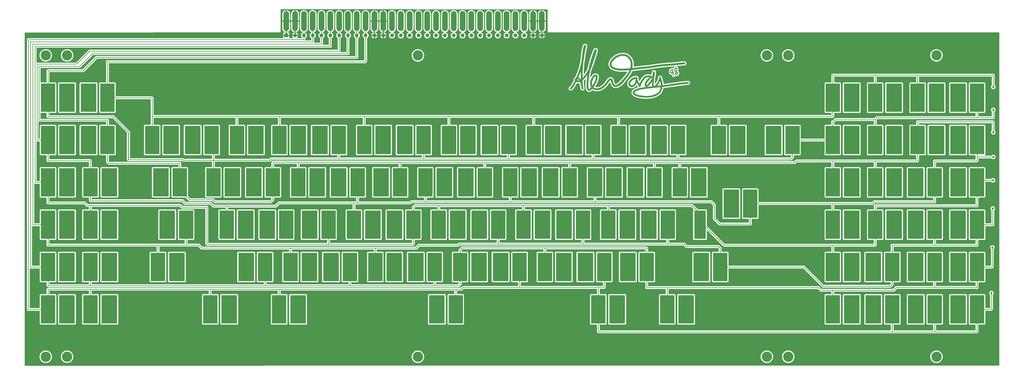
<source format=gbr>
%TF.GenerationSoftware,KiCad,Pcbnew,(6.99.0-2452-gdb4f2d9dd8)*%
%TF.CreationDate,2022-09-13T13:59:05+02:00*%
%TF.ProjectId,BEAMal_Rev1,4245414d-616c-45f5-9265-76312e6b6963,rev?*%
%TF.SameCoordinates,PXe1237f8PYe7db780*%
%TF.FileFunction,Copper,L1,Top*%
%TF.FilePolarity,Positive*%
%FSLAX46Y46*%
G04 Gerber Fmt 4.6, Leading zero omitted, Abs format (unit mm)*
G04 Created by KiCad (PCBNEW (6.99.0-2452-gdb4f2d9dd8)) date 2022-09-13 13:59:05*
%MOMM*%
%LPD*%
G01*
G04 APERTURE LIST*
%TA.AperFunction,SMDPad,CuDef*%
%ADD10R,7.000000X12.700000*%
%TD*%
%TA.AperFunction,SMDPad,CuDef*%
%ADD11R,6.400000X12.700000*%
%TD*%
%TA.AperFunction,ComponentPad*%
%ADD12C,4.600000*%
%TD*%
%TA.AperFunction,SMDPad,CuDef*%
%ADD13C,1.000000*%
%TD*%
%TA.AperFunction,ComponentPad*%
%ADD14O,2.500000X8.970000*%
%TD*%
%TA.AperFunction,SMDPad,CuDef*%
%ADD15R,5.100000X12.700000*%
%TD*%
%TA.AperFunction,ComponentPad*%
%ADD16R,1.700000X1.700000*%
%TD*%
%TA.AperFunction,ComponentPad*%
%ADD17O,1.700000X1.700000*%
%TD*%
%TA.AperFunction,Conductor*%
%ADD18C,0.250000*%
%TD*%
G04 APERTURE END LIST*
%TO.C,G\u002A\u002A\u002A*%
G36*
X365315080Y-141195909D02*
G01*
X365327154Y-141136286D01*
X365390297Y-140948274D01*
X365484530Y-140772389D01*
X365605863Y-140613759D01*
X365750307Y-140477514D01*
X365913872Y-140368784D01*
X365931290Y-140359536D01*
X366071502Y-140293024D01*
X366192402Y-140250555D01*
X366300720Y-140230903D01*
X366403184Y-140232840D01*
X366505492Y-140254828D01*
X366604271Y-140296974D01*
X366681841Y-140354709D01*
X366735861Y-140423032D01*
X366763992Y-140496942D01*
X366763891Y-140571438D01*
X366733220Y-140641519D01*
X366702690Y-140676168D01*
X366655278Y-140720107D01*
X366694914Y-140747869D01*
X366728594Y-140777718D01*
X366753564Y-140817200D01*
X366771508Y-140872319D01*
X366784111Y-140949081D01*
X366793057Y-141053490D01*
X366796234Y-141109072D01*
X366815433Y-141436150D01*
X366837842Y-141730657D01*
X366863945Y-141996203D01*
X366894231Y-142236399D01*
X366929185Y-142454856D01*
X366969294Y-142655187D01*
X367015044Y-142841001D01*
X367042617Y-142937747D01*
X367071305Y-143037686D01*
X367088454Y-143110766D01*
X367094635Y-143164335D01*
X367090417Y-143205737D01*
X367076373Y-143242321D01*
X367067527Y-143258278D01*
X367010293Y-143324402D01*
X366938810Y-143359223D01*
X366859268Y-143361423D01*
X366777855Y-143329680D01*
X366766662Y-143322453D01*
X366736142Y-143299047D01*
X366712186Y-143271590D01*
X366690755Y-143232567D01*
X366667809Y-143174464D01*
X366639307Y-143089767D01*
X366635913Y-143079291D01*
X366580158Y-142885047D01*
X366528867Y-142663009D01*
X366483810Y-142421570D01*
X366451146Y-142202933D01*
X366420605Y-141972365D01*
X366351886Y-142068330D01*
X366257403Y-142176854D01*
X366150952Y-142258435D01*
X366037150Y-142311395D01*
X365920615Y-142334058D01*
X365805965Y-142324747D01*
X365724683Y-142296107D01*
X365632310Y-142234743D01*
X365542286Y-142144378D01*
X365459680Y-142032194D01*
X365389558Y-141905373D01*
X365336989Y-141771097D01*
X365325287Y-141730005D01*
X365304710Y-141612372D01*
X365296180Y-141474697D01*
X365297707Y-141411557D01*
X365723804Y-141411557D01*
X365728110Y-141552980D01*
X365759343Y-141681637D01*
X365764855Y-141695517D01*
X365794796Y-141757091D01*
X365830807Y-141816437D01*
X365866781Y-141864901D01*
X365896616Y-141893832D01*
X365907916Y-141898286D01*
X365933371Y-141886049D01*
X365968843Y-141855864D01*
X365976096Y-141848393D01*
X366048282Y-141758282D01*
X366115891Y-141645628D01*
X366180061Y-141507685D01*
X366241930Y-141341708D01*
X366302636Y-141144954D01*
X366363319Y-140914676D01*
X366363326Y-140914647D01*
X366383650Y-140843452D01*
X366405192Y-140798042D01*
X366433442Y-140768171D01*
X366446691Y-140759006D01*
X366500054Y-140725218D01*
X366427321Y-140692420D01*
X366339200Y-140668349D01*
X366288045Y-140670420D01*
X366214379Y-140693532D01*
X366127813Y-140737908D01*
X366038896Y-140797117D01*
X365958178Y-140864733D01*
X365940428Y-140882286D01*
X365854737Y-140992731D01*
X365788889Y-141123228D01*
X365744654Y-141265571D01*
X365723804Y-141411557D01*
X365297707Y-141411557D01*
X365299651Y-141331153D01*
X365315080Y-141195909D01*
G37*
G36*
X367591484Y-141978097D02*
G01*
X367644393Y-141806623D01*
X367695209Y-141671709D01*
X367746584Y-141544500D01*
X367630215Y-141438446D01*
X367486888Y-141287958D01*
X367369595Y-141123127D01*
X367281975Y-140949764D01*
X367235621Y-140808555D01*
X367209549Y-140633320D01*
X367212569Y-140510028D01*
X367646412Y-140510028D01*
X367650634Y-140646356D01*
X367679212Y-140775378D01*
X367705052Y-140838689D01*
X367734531Y-140889486D01*
X367776091Y-140949388D01*
X367823729Y-141011100D01*
X367871441Y-141067330D01*
X367913224Y-141110787D01*
X367943075Y-141134176D01*
X367950042Y-141136286D01*
X367963305Y-141120727D01*
X367985635Y-141079372D01*
X368012845Y-141020206D01*
X368021072Y-141000805D01*
X368084037Y-140821627D01*
X368118238Y-140651542D01*
X368125458Y-140480058D01*
X368121349Y-140410572D01*
X368112335Y-140296800D01*
X368107448Y-140212789D01*
X368106647Y-140152256D01*
X368109892Y-140108916D01*
X368117145Y-140076485D01*
X368119202Y-140070393D01*
X368125306Y-140046443D01*
X368116185Y-140034343D01*
X368084152Y-140030067D01*
X368041269Y-140029572D01*
X367934428Y-140041272D01*
X367848189Y-140078773D01*
X367774453Y-140145680D01*
X367771016Y-140149782D01*
X367707489Y-140252482D01*
X367665659Y-140375650D01*
X367646412Y-140510028D01*
X367212569Y-140510028D01*
X367214022Y-140450724D01*
X367247321Y-140268887D01*
X367307729Y-140095926D01*
X367393528Y-139939963D01*
X367430018Y-139889899D01*
X367529073Y-139780501D01*
X367635098Y-139698883D01*
X367753997Y-139642452D01*
X367891675Y-139608616D01*
X368054039Y-139594784D01*
X368103841Y-139594143D01*
X368203926Y-139596853D01*
X368275545Y-139606671D01*
X368326226Y-139626127D01*
X368363500Y-139657750D01*
X368385931Y-139688941D01*
X368411863Y-139763171D01*
X368406558Y-139844434D01*
X368376618Y-139912963D01*
X368364241Y-139938684D01*
X368372554Y-139957679D01*
X368407157Y-139979986D01*
X368416981Y-139985328D01*
X368458683Y-140013836D01*
X368489802Y-140052045D01*
X368512806Y-140106228D01*
X368530163Y-140182664D01*
X368544340Y-140287628D01*
X368547492Y-140317252D01*
X368554978Y-140565831D01*
X368526829Y-140812003D01*
X368463682Y-141052348D01*
X368368237Y-141279375D01*
X368313819Y-141387176D01*
X368399474Y-141440592D01*
X368462226Y-141479217D01*
X368537772Y-141525008D01*
X368596022Y-141559871D01*
X368726137Y-141654793D01*
X368830944Y-141768168D01*
X368907130Y-141895324D01*
X368951384Y-142031589D01*
X368957463Y-142069620D01*
X368958251Y-142161637D01*
X368942908Y-142270016D01*
X368914394Y-142380259D01*
X368875667Y-142477869D01*
X368873107Y-142482960D01*
X368815566Y-142569793D01*
X368733802Y-142659155D01*
X368637892Y-142741733D01*
X368537911Y-142808215D01*
X368499986Y-142827772D01*
X368378650Y-142870459D01*
X368248197Y-142892287D01*
X368120012Y-142892517D01*
X368005483Y-142870413D01*
X367980621Y-142861432D01*
X367840040Y-142785766D01*
X367720781Y-142680891D01*
X367623514Y-142547435D01*
X367600845Y-142506072D01*
X367570286Y-142441214D01*
X367553501Y-142385963D01*
X367546802Y-142323792D01*
X367546195Y-142261143D01*
X367546265Y-142260394D01*
X367979113Y-142260394D01*
X367987053Y-142309084D01*
X368028351Y-142382116D01*
X368091909Y-142432505D01*
X368170022Y-142458070D01*
X368254985Y-142456631D01*
X368339093Y-142426007D01*
X368358227Y-142414119D01*
X368434183Y-142354134D01*
X368483097Y-142292438D01*
X368513138Y-142218803D01*
X368525400Y-142148881D01*
X368517679Y-142087341D01*
X368486965Y-142029892D01*
X368430247Y-141972240D01*
X368344515Y-141910092D01*
X368260553Y-141858643D01*
X368115406Y-141773815D01*
X368067301Y-141899704D01*
X368016253Y-142047802D01*
X367986828Y-142168184D01*
X367979113Y-142260394D01*
X367546265Y-142260394D01*
X367558316Y-142131327D01*
X367591484Y-141978097D01*
G37*
G36*
X358598454Y-147568541D02*
G01*
X358657169Y-147513304D01*
X358943500Y-147217107D01*
X359214405Y-146889909D01*
X359468302Y-146534254D01*
X359703608Y-146152682D01*
X359918741Y-145747736D01*
X360112119Y-145321956D01*
X360261194Y-144937214D01*
X360319938Y-144761699D01*
X360363253Y-144603132D01*
X360394329Y-144447317D01*
X360416357Y-144280058D01*
X360422034Y-144221610D01*
X360433991Y-144107310D01*
X360448070Y-144021199D01*
X360467087Y-143955188D01*
X360493857Y-143901186D01*
X360531195Y-143851104D01*
X360563150Y-143816106D01*
X360652815Y-143746912D01*
X360755372Y-143709720D01*
X360865489Y-143705156D01*
X360977833Y-143733845D01*
X361033356Y-143760959D01*
X361113296Y-143823250D01*
X361174410Y-143909764D01*
X361219640Y-144024954D01*
X361228046Y-144055741D01*
X361240205Y-144100861D01*
X361261159Y-144175789D01*
X361289474Y-144275518D01*
X361323718Y-144395041D01*
X361362457Y-144529352D01*
X361404259Y-144673444D01*
X361435746Y-144781455D01*
X361526474Y-145096196D01*
X361605594Y-145380348D01*
X361673786Y-145637464D01*
X361731730Y-145871097D01*
X361780107Y-146084799D01*
X361819597Y-146282123D01*
X361850879Y-146466621D01*
X361874634Y-146641847D01*
X361891543Y-146811353D01*
X361902285Y-146978693D01*
X361907540Y-147147417D01*
X361908343Y-147249913D01*
X361908998Y-147358937D01*
X361911229Y-147436202D01*
X361915435Y-147486212D01*
X361922017Y-147513476D01*
X361931374Y-147522499D01*
X361932523Y-147522572D01*
X361959197Y-147520408D01*
X362017825Y-147514242D01*
X362104356Y-147504561D01*
X362214737Y-147491855D01*
X362344916Y-147476612D01*
X362490841Y-147459318D01*
X362648459Y-147440464D01*
X362813719Y-147420536D01*
X362982568Y-147400024D01*
X363150955Y-147379415D01*
X363314825Y-147359197D01*
X363470129Y-147339860D01*
X363612813Y-147321890D01*
X363738826Y-147305776D01*
X363822414Y-147294879D01*
X363921495Y-147281528D01*
X364052338Y-147263447D01*
X364210814Y-147241224D01*
X364392792Y-147215453D01*
X364594141Y-147186723D01*
X364810731Y-147155627D01*
X365038432Y-147122754D01*
X365273113Y-147088696D01*
X365510643Y-147054044D01*
X365718343Y-147023588D01*
X366259076Y-146944337D01*
X366765875Y-146870574D01*
X367240634Y-146802037D01*
X367685246Y-146738468D01*
X368101606Y-146679608D01*
X368491606Y-146625197D01*
X368857142Y-146574977D01*
X369200107Y-146528688D01*
X369522394Y-146486070D01*
X369825897Y-146446865D01*
X370112511Y-146410813D01*
X370384129Y-146377656D01*
X370642645Y-146347133D01*
X370752986Y-146334442D01*
X370885140Y-146318793D01*
X371043394Y-146299121D01*
X371217949Y-146276702D01*
X371399007Y-146252811D01*
X371576771Y-146228722D01*
X371732700Y-146206955D01*
X371967108Y-146174056D01*
X372170376Y-146146514D01*
X372347181Y-146123874D01*
X372502199Y-146105679D01*
X372640109Y-146091473D01*
X372765587Y-146080800D01*
X372883310Y-146073204D01*
X372997955Y-146068229D01*
X373114199Y-146065419D01*
X373193200Y-146064535D01*
X373546986Y-146062072D01*
X373631370Y-146120673D01*
X373712765Y-146197480D01*
X373767719Y-146291969D01*
X373795665Y-146396972D01*
X373796039Y-146505317D01*
X373768272Y-146609836D01*
X373711801Y-146703359D01*
X373680040Y-146737027D01*
X373638804Y-146770507D01*
X373592184Y-146796374D01*
X373534481Y-146815937D01*
X373460000Y-146830504D01*
X373363042Y-146841387D01*
X373237911Y-146849895D01*
X373175057Y-146853099D01*
X373050862Y-146859395D01*
X372936915Y-146866180D01*
X372827933Y-146874016D01*
X372718632Y-146883464D01*
X372603728Y-146895084D01*
X372477938Y-146909437D01*
X372335978Y-146927085D01*
X372172565Y-146948587D01*
X371982416Y-146974505D01*
X371823414Y-146996574D01*
X371646507Y-147020859D01*
X371455290Y-147046417D01*
X371259258Y-147072025D01*
X371067906Y-147096462D01*
X370890729Y-147118505D01*
X370737222Y-147136930D01*
X370698557Y-147141415D01*
X370498965Y-147164660D01*
X370293383Y-147189274D01*
X370079981Y-147215510D01*
X369856928Y-147243620D01*
X369622393Y-147273860D01*
X369374546Y-147306482D01*
X369111555Y-147341739D01*
X368831591Y-147379886D01*
X368532821Y-147421175D01*
X368213417Y-147465861D01*
X367871546Y-147514197D01*
X367505378Y-147566437D01*
X367113082Y-147622833D01*
X366692828Y-147683640D01*
X366242785Y-147749111D01*
X365761123Y-147819499D01*
X365246009Y-147895059D01*
X365074271Y-147920303D01*
X364545759Y-147996387D01*
X364031319Y-148066973D01*
X363517019Y-148133893D01*
X362988928Y-148198979D01*
X362652200Y-148238782D01*
X362493557Y-148257348D01*
X362345136Y-148274894D01*
X362211050Y-148290922D01*
X362095408Y-148304932D01*
X362002322Y-148316425D01*
X361935903Y-148324903D01*
X361900261Y-148329865D01*
X361896340Y-148330560D01*
X361868511Y-148345680D01*
X361851899Y-148382311D01*
X361845357Y-148416050D01*
X361771618Y-148837704D01*
X361683524Y-149227648D01*
X361580342Y-149587803D01*
X361461337Y-149920091D01*
X361325775Y-150226435D01*
X361172923Y-150508757D01*
X361002045Y-150768978D01*
X360890795Y-150915010D01*
X360794166Y-151030079D01*
X360696013Y-151135525D01*
X360588606Y-151238863D01*
X360464214Y-151347610D01*
X360346607Y-151444088D01*
X359965514Y-151728606D01*
X359563711Y-151986381D01*
X359140540Y-152217646D01*
X358695339Y-152422631D01*
X358227448Y-152601566D01*
X357736207Y-152754682D01*
X357220956Y-152882210D01*
X356681035Y-152984379D01*
X356115783Y-153061422D01*
X355576486Y-153110051D01*
X355470250Y-153115623D01*
X355334170Y-153119932D01*
X355174666Y-153122984D01*
X354998159Y-153124787D01*
X354811067Y-153125346D01*
X354619811Y-153124667D01*
X354430810Y-153122756D01*
X354250485Y-153119620D01*
X354085255Y-153115264D01*
X353941541Y-153109695D01*
X353916414Y-153108460D01*
X353601902Y-153088724D01*
X353274995Y-153060894D01*
X352931268Y-153024456D01*
X352566296Y-152978897D01*
X352175654Y-152923702D01*
X351754916Y-152858360D01*
X351739272Y-152855831D01*
X351385729Y-152793959D01*
X351062515Y-152727149D01*
X350763813Y-152653649D01*
X350483804Y-152571706D01*
X350216673Y-152479567D01*
X349956600Y-152375478D01*
X349697770Y-152257688D01*
X349607486Y-152213442D01*
X349344674Y-152071042D01*
X349117491Y-151923531D01*
X348925584Y-151770492D01*
X348768603Y-151611510D01*
X348646195Y-151446169D01*
X348558008Y-151274053D01*
X348503690Y-151094746D01*
X348482890Y-150907832D01*
X348482629Y-150883819D01*
X348483740Y-150871140D01*
X349280914Y-150871140D01*
X349289539Y-150940458D01*
X349317891Y-151007906D01*
X349369682Y-151079602D01*
X349448628Y-151161660D01*
X349468895Y-151180680D01*
X349610020Y-151295001D01*
X349783400Y-151407899D01*
X349985001Y-151517734D01*
X350210793Y-151622868D01*
X350456745Y-151721660D01*
X350718824Y-151812471D01*
X350993000Y-151893661D01*
X351275240Y-151963590D01*
X351512486Y-152011858D01*
X352064420Y-152106240D01*
X352603037Y-152185162D01*
X353124020Y-152248116D01*
X353623055Y-152294597D01*
X354095824Y-152324099D01*
X354215772Y-152328993D01*
X354356879Y-152333637D01*
X354485175Y-152336742D01*
X354607733Y-152338256D01*
X354731627Y-152338128D01*
X354863928Y-152336307D01*
X355011710Y-152332743D01*
X355182047Y-152327384D01*
X355367843Y-152320710D01*
X355619517Y-152306949D01*
X355889862Y-152284372D01*
X356167659Y-152254314D01*
X356441688Y-152218107D01*
X356700730Y-152177083D01*
X356909986Y-152137518D01*
X357405014Y-152020951D01*
X357872623Y-151881757D01*
X358314288Y-151719264D01*
X358731483Y-151532798D01*
X359125681Y-151321685D01*
X359498356Y-151085251D01*
X359850981Y-150822824D01*
X359932897Y-150755810D01*
X360127561Y-150575699D01*
X360302400Y-150375319D01*
X360458716Y-150152347D01*
X360597813Y-149904459D01*
X360720992Y-149629329D01*
X360829554Y-149324635D01*
X360924804Y-148988051D01*
X360926056Y-148983072D01*
X360952522Y-148873768D01*
X360977268Y-148764352D01*
X360999084Y-148660981D01*
X361016761Y-148569815D01*
X361029090Y-148497010D01*
X361034861Y-148448726D01*
X361034197Y-148432399D01*
X361015424Y-148430775D01*
X360964882Y-148432636D01*
X360886884Y-148437658D01*
X360785747Y-148445515D01*
X360665785Y-148455880D01*
X360531313Y-148468430D01*
X360447843Y-148476634D01*
X360282236Y-148493141D01*
X360090518Y-148512141D01*
X359882696Y-148532647D01*
X359668779Y-148553675D01*
X359458774Y-148574241D01*
X359262688Y-148593360D01*
X359186914Y-148600718D01*
X358752969Y-148643272D01*
X358323167Y-148686336D01*
X357900637Y-148729568D01*
X357488509Y-148772626D01*
X357089913Y-148815167D01*
X356707980Y-148856849D01*
X356345839Y-148897329D01*
X356006620Y-148936265D01*
X355693453Y-148973314D01*
X355409467Y-149008134D01*
X355157794Y-149040382D01*
X355104772Y-149047404D01*
X355019169Y-149058646D01*
X354904679Y-149073423D01*
X354768427Y-149090829D01*
X354617537Y-149109960D01*
X354459136Y-149129909D01*
X354300347Y-149149771D01*
X354252057Y-149155782D01*
X353846355Y-149207364D01*
X353473931Y-149257279D01*
X353131852Y-149306146D01*
X352817181Y-149354584D01*
X352526985Y-149403212D01*
X352258328Y-149452650D01*
X352008276Y-149503516D01*
X351773894Y-149556431D01*
X351552246Y-149612012D01*
X351340399Y-149670880D01*
X351135417Y-149733653D01*
X350934365Y-149800951D01*
X350734309Y-149873393D01*
X350592074Y-149927971D01*
X350309449Y-150043901D01*
X350062344Y-150156281D01*
X349850210Y-150265506D01*
X349672495Y-150371972D01*
X349528650Y-150476076D01*
X349418125Y-150578212D01*
X349340369Y-150678777D01*
X349294833Y-150778166D01*
X349280914Y-150871140D01*
X348483740Y-150871140D01*
X348500373Y-150681267D01*
X348553392Y-150486141D01*
X348641362Y-150298833D01*
X348763959Y-150119735D01*
X348920860Y-149949240D01*
X349111741Y-149787740D01*
X349336279Y-149635626D01*
X349594151Y-149493292D01*
X349652843Y-149464520D01*
X349909000Y-149348097D01*
X350193991Y-149230637D01*
X350500575Y-149114999D01*
X350803220Y-149010107D01*
X350991066Y-148949625D01*
X351180107Y-148892874D01*
X351373074Y-148839340D01*
X351572700Y-148788514D01*
X351781716Y-148739883D01*
X352002855Y-148692936D01*
X352238849Y-148647162D01*
X352492431Y-148602048D01*
X352766332Y-148557083D01*
X353063284Y-148511755D01*
X353386021Y-148465554D01*
X353737274Y-148417967D01*
X354119775Y-148368483D01*
X354451629Y-148326999D01*
X354714700Y-148294545D01*
X354593509Y-148280709D01*
X354501862Y-148261462D01*
X354954813Y-148261462D01*
X354964517Y-148262880D01*
X355002447Y-148258370D01*
X355004986Y-148258037D01*
X355048038Y-148252506D01*
X355118924Y-148243535D01*
X355209468Y-148232152D01*
X355311494Y-148219387D01*
X355367843Y-148212362D01*
X355468407Y-148200094D01*
X355593018Y-148185298D01*
X355736580Y-148168545D01*
X355893996Y-148150407D01*
X356060170Y-148131456D01*
X356230004Y-148112263D01*
X356398402Y-148093399D01*
X356560268Y-148075436D01*
X356710505Y-148058945D01*
X356844017Y-148044498D01*
X356955706Y-148032665D01*
X357040477Y-148024020D01*
X357085054Y-148019820D01*
X357153922Y-148012617D01*
X357209107Y-148004607D01*
X357240233Y-147997341D01*
X357242379Y-147996294D01*
X357249293Y-147971057D01*
X357241520Y-147913657D01*
X357230597Y-147867096D01*
X357223714Y-147836684D01*
X357217936Y-147801263D01*
X357213171Y-147757581D01*
X357209325Y-147702386D01*
X357206304Y-147632427D01*
X357204016Y-147544452D01*
X357202366Y-147435209D01*
X357201262Y-147301446D01*
X357200609Y-147139912D01*
X357200315Y-146947355D01*
X357200272Y-146811363D01*
X357200058Y-146631205D01*
X357199446Y-146462893D01*
X357198475Y-146309745D01*
X357197187Y-146175078D01*
X357195622Y-146062210D01*
X357193822Y-145974459D01*
X357191828Y-145915141D01*
X357189679Y-145887574D01*
X357188860Y-145886078D01*
X357175436Y-145904626D01*
X357145304Y-145948160D01*
X357101982Y-146011538D01*
X357048988Y-146089618D01*
X357000210Y-146161857D01*
X356774480Y-146484169D01*
X356520073Y-146823762D01*
X356238797Y-147178234D01*
X356203911Y-147220940D01*
X356032475Y-147425687D01*
X355876481Y-147601854D01*
X355732867Y-147752075D01*
X355598570Y-147878983D01*
X355470527Y-147985210D01*
X355345675Y-148073390D01*
X355220951Y-148146156D01*
X355093294Y-148206141D01*
X355027838Y-148232003D01*
X354975273Y-148251906D01*
X354954813Y-148261462D01*
X354501862Y-148261462D01*
X354424467Y-148245208D01*
X354274455Y-148180617D01*
X354145945Y-148088924D01*
X354041407Y-147972119D01*
X353963312Y-147832192D01*
X353933495Y-147749357D01*
X353905769Y-147625532D01*
X353888123Y-147479782D01*
X353881516Y-147325303D01*
X353882191Y-147306508D01*
X354672882Y-147306508D01*
X354673772Y-147396951D01*
X354687212Y-147455386D01*
X354713360Y-147482889D01*
X354729129Y-147485466D01*
X354769222Y-147476665D01*
X354823103Y-147455472D01*
X354845098Y-147444645D01*
X354938695Y-147384607D01*
X355048244Y-147295633D01*
X355171664Y-147180274D01*
X355306876Y-147041084D01*
X355451799Y-146880614D01*
X355604355Y-146701416D01*
X355762463Y-146506042D01*
X355924043Y-146297046D01*
X356087016Y-146076978D01*
X356249302Y-145848391D01*
X356408820Y-145613838D01*
X356563492Y-145375870D01*
X356669202Y-145206278D01*
X356748397Y-145073969D01*
X356829664Y-144932959D01*
X356910961Y-144787256D01*
X356990249Y-144640865D01*
X357065484Y-144497795D01*
X357134625Y-144362052D01*
X357195632Y-144237643D01*
X357246462Y-144128575D01*
X357285075Y-144038856D01*
X357309429Y-143972491D01*
X357317490Y-143933772D01*
X357311363Y-143926558D01*
X357296741Y-143949468D01*
X357292799Y-143958117D01*
X357270655Y-143998892D01*
X357237724Y-144040778D01*
X357190368Y-144086807D01*
X357124950Y-144140013D01*
X357037833Y-144203431D01*
X356925380Y-144280095D01*
X356836344Y-144338881D01*
X356705740Y-144426242D01*
X356595120Y-144505231D01*
X356493902Y-144584181D01*
X356391505Y-144671426D01*
X356277348Y-144775301D01*
X356250936Y-144799965D01*
X355946148Y-145097580D01*
X355672993Y-145389468D01*
X355431868Y-145675024D01*
X355223171Y-145953643D01*
X355047299Y-146224722D01*
X354904649Y-146487656D01*
X354795618Y-146741840D01*
X354720605Y-146986670D01*
X354684382Y-147182981D01*
X354672882Y-147306508D01*
X353882191Y-147306508D01*
X353886907Y-147175293D01*
X353889601Y-147146107D01*
X353934765Y-146862486D01*
X354012192Y-146576130D01*
X354122356Y-146286104D01*
X354265725Y-145991470D01*
X354442773Y-145691290D01*
X354653971Y-145384627D01*
X354899789Y-145070545D01*
X354983748Y-144970765D01*
X355125617Y-144809952D01*
X355283899Y-144639312D01*
X355449741Y-144467939D01*
X355614290Y-144304924D01*
X355768695Y-144159364D01*
X355810293Y-144121730D01*
X355879769Y-144057936D01*
X355937053Y-144002202D01*
X355977783Y-143959028D01*
X355997595Y-143932915D01*
X355998345Y-143927711D01*
X355965895Y-143912912D01*
X355903333Y-143899383D01*
X355816829Y-143887781D01*
X355712550Y-143878763D01*
X355596666Y-143872988D01*
X355475345Y-143871112D01*
X355467629Y-143871140D01*
X355275715Y-143878451D01*
X355105894Y-143900327D01*
X354945902Y-143939652D01*
X354783479Y-143999311D01*
X354638315Y-144066198D01*
X354468546Y-144159429D01*
X354301854Y-144270388D01*
X354136923Y-144400680D01*
X353972435Y-144551906D01*
X353807072Y-144725668D01*
X353639516Y-144923569D01*
X353468451Y-145147212D01*
X353292558Y-145398199D01*
X353110520Y-145678133D01*
X352921021Y-145988615D01*
X352722741Y-146331250D01*
X352609577Y-146533786D01*
X352483571Y-146767022D01*
X352377764Y-146974682D01*
X352290729Y-147160329D01*
X352221040Y-147327528D01*
X352167271Y-147479840D01*
X352127997Y-147620829D01*
X352101792Y-147754058D01*
X352092314Y-147826415D01*
X352078585Y-147938193D01*
X352063418Y-148021668D01*
X352044301Y-148084807D01*
X352018721Y-148135578D01*
X351984165Y-148181947D01*
X351977899Y-148189190D01*
X351891386Y-148262092D01*
X351790114Y-148305912D01*
X351681463Y-148320305D01*
X351572815Y-148304924D01*
X351471549Y-148259424D01*
X351415324Y-148215573D01*
X351378186Y-148171461D01*
X351337880Y-148110156D01*
X351314254Y-148066857D01*
X351275426Y-147993385D01*
X351228999Y-147912610D01*
X351201064Y-147867286D01*
X351173609Y-147821784D01*
X351131633Y-147748769D01*
X351077621Y-147652782D01*
X351014056Y-147538365D01*
X350943421Y-147410059D01*
X350868201Y-147272406D01*
X350790878Y-147129948D01*
X350713937Y-146987226D01*
X350639862Y-146848782D01*
X350571135Y-146719158D01*
X350522943Y-146627293D01*
X350477827Y-146542725D01*
X350438293Y-146472263D01*
X350407340Y-146420968D01*
X350387967Y-146393898D01*
X350383121Y-146391436D01*
X350373164Y-146416060D01*
X350356655Y-146463598D01*
X350342663Y-146506572D01*
X350269240Y-146698362D01*
X350169072Y-146900514D01*
X350047064Y-147105644D01*
X349908122Y-147306368D01*
X349757152Y-147495303D01*
X349599059Y-147665065D01*
X349528871Y-147731453D01*
X349296478Y-147922668D01*
X349059409Y-148080038D01*
X348818776Y-148203217D01*
X348575691Y-148291859D01*
X348331266Y-148345620D01*
X348086614Y-148364154D01*
X347842847Y-148347116D01*
X347661757Y-148310911D01*
X347476878Y-148247774D01*
X347296686Y-148156618D01*
X347127165Y-148042189D01*
X346974304Y-147909232D01*
X346844089Y-147762492D01*
X346742507Y-147606714D01*
X346721805Y-147565903D01*
X346654277Y-147384758D01*
X346613482Y-147184236D01*
X346598687Y-146968673D01*
X346601657Y-146904495D01*
X347397311Y-146904495D01*
X347398536Y-147019692D01*
X347409661Y-147115539D01*
X347419820Y-147155345D01*
X347474551Y-147264858D01*
X347560242Y-147363983D01*
X347672162Y-147448880D01*
X347805581Y-147515712D01*
X347904095Y-147548325D01*
X347991976Y-147567693D01*
X348073796Y-147574521D01*
X348164391Y-147569225D01*
X348244646Y-147557936D01*
X348408744Y-147514848D01*
X348577188Y-147440256D01*
X348746046Y-147337987D01*
X348911388Y-147211868D01*
X349069283Y-147065725D01*
X349215801Y-146903383D01*
X349347012Y-146728669D01*
X349458984Y-146545410D01*
X349547787Y-146357432D01*
X349585599Y-146252572D01*
X349678747Y-145919422D01*
X349753137Y-145566439D01*
X349806528Y-145206098D01*
X349836350Y-144857216D01*
X349849075Y-144613932D01*
X349732678Y-144624801D01*
X349573522Y-144652592D01*
X349396248Y-144706717D01*
X349205128Y-144784958D01*
X349004434Y-144885098D01*
X348798439Y-145004917D01*
X348591414Y-145142198D01*
X348387633Y-145294722D01*
X348292129Y-145372778D01*
X348055144Y-145588666D01*
X347854266Y-145807277D01*
X347689411Y-146028729D01*
X347560495Y-146253140D01*
X347467431Y-146480625D01*
X347448364Y-146542857D01*
X347422691Y-146656073D01*
X347405518Y-146779954D01*
X347397311Y-146904495D01*
X346601657Y-146904495D01*
X346609159Y-146742404D01*
X346644166Y-146509765D01*
X346702973Y-146275090D01*
X346784848Y-146042714D01*
X346889058Y-145816975D01*
X347014869Y-145602205D01*
X347066664Y-145526506D01*
X347242149Y-145300954D01*
X347441222Y-145081235D01*
X347659704Y-144870253D01*
X347893417Y-144670914D01*
X348138183Y-144486123D01*
X348389824Y-144318786D01*
X348644162Y-144171807D01*
X348897017Y-144048092D01*
X349144212Y-143950546D01*
X349381569Y-143882075D01*
X349453272Y-143867060D01*
X349603876Y-143841880D01*
X349726574Y-143829152D01*
X349827452Y-143828643D01*
X349912600Y-143840114D01*
X349943696Y-143848027D01*
X350014262Y-143864998D01*
X350065389Y-143867254D01*
X350102034Y-143858798D01*
X350210002Y-143839263D01*
X350321861Y-143850496D01*
X350426748Y-143890165D01*
X350502683Y-143944856D01*
X350554189Y-144002615D01*
X350590207Y-144067162D01*
X350613812Y-144147023D01*
X350628080Y-144250723D01*
X350632026Y-144303400D01*
X350651683Y-144539741D01*
X350681256Y-144760975D01*
X350722615Y-144973866D01*
X350777634Y-145185180D01*
X350848185Y-145401680D01*
X350936139Y-145630131D01*
X351043368Y-145877299D01*
X351103679Y-146007643D01*
X351142192Y-146087220D01*
X351191435Y-146185652D01*
X351247811Y-146296069D01*
X351307720Y-146411604D01*
X351367565Y-146525390D01*
X351423746Y-146630558D01*
X351472665Y-146720241D01*
X351510723Y-146787572D01*
X351523960Y-146809744D01*
X351533587Y-146822165D01*
X351544147Y-146824423D01*
X351558214Y-146812795D01*
X351578362Y-146783560D01*
X351607165Y-146732995D01*
X351647197Y-146657379D01*
X351699618Y-146555744D01*
X351932931Y-146114400D01*
X352163875Y-145703952D01*
X352391955Y-145325143D01*
X352616675Y-144978720D01*
X352837539Y-144665427D01*
X353054052Y-144386008D01*
X353265717Y-144141210D01*
X353398366Y-144003095D01*
X353646420Y-143774028D01*
X353896158Y-143579500D01*
X354150641Y-143417789D01*
X354412928Y-143287173D01*
X354686079Y-143185932D01*
X354973152Y-143112343D01*
X354986414Y-143109661D01*
X355141887Y-143086367D01*
X355320191Y-143072543D01*
X355509107Y-143068269D01*
X355696416Y-143073627D01*
X355869899Y-143088699D01*
X355966142Y-143103136D01*
X356091675Y-143129400D01*
X356235741Y-143165156D01*
X356387045Y-143207145D01*
X356534293Y-143252106D01*
X356666192Y-143296782D01*
X356753731Y-143330401D01*
X356823772Y-143357049D01*
X356886621Y-143376757D01*
X356930369Y-143385869D01*
X356935160Y-143386101D01*
X357037984Y-143402635D01*
X357135913Y-143447677D01*
X357220427Y-143515045D01*
X357283006Y-143598554D01*
X357307157Y-143656075D01*
X357332058Y-143739786D01*
X357342431Y-143676286D01*
X357347227Y-143641615D01*
X357355442Y-143576352D01*
X357366420Y-143485963D01*
X357379505Y-143375913D01*
X357394040Y-143251667D01*
X357408884Y-143122929D01*
X357436686Y-142886663D01*
X357464826Y-142659994D01*
X357492760Y-142446728D01*
X357519945Y-142250670D01*
X357545836Y-142075627D01*
X357569890Y-141925406D01*
X357591563Y-141803812D01*
X357609776Y-141716901D01*
X357657732Y-141550372D01*
X357715585Y-141417529D01*
X357784752Y-141316777D01*
X357866645Y-141246522D01*
X357962681Y-141205169D01*
X358074273Y-141191125D01*
X358076247Y-141191113D01*
X358198089Y-141205578D01*
X358299939Y-141250280D01*
X358382326Y-141325531D01*
X358430183Y-141399357D01*
X358440777Y-141420997D01*
X358449157Y-141443785D01*
X358455546Y-141471951D01*
X358460168Y-141509724D01*
X358463247Y-141561335D01*
X358465007Y-141631012D01*
X358465671Y-141722985D01*
X358465463Y-141841484D01*
X358464607Y-141990737D01*
X358464248Y-142043429D01*
X358462940Y-142189124D01*
X358461135Y-142327626D01*
X358458945Y-142453543D01*
X358456484Y-142561479D01*
X358453865Y-142646040D01*
X358451201Y-142701831D01*
X358450165Y-142714714D01*
X358420981Y-142934872D01*
X358376994Y-143175437D01*
X358320811Y-143424977D01*
X358255036Y-143672059D01*
X358182273Y-143905253D01*
X358172280Y-143934403D01*
X358146481Y-144010428D01*
X358126855Y-144074498D01*
X358112011Y-144134512D01*
X358100558Y-144198365D01*
X358091104Y-144273956D01*
X358082257Y-144369181D01*
X358072626Y-144491939D01*
X358071575Y-144505903D01*
X358055778Y-144724758D01*
X358042248Y-144932021D01*
X358030720Y-145134058D01*
X358020930Y-145337232D01*
X358012614Y-145547908D01*
X358005509Y-145772450D01*
X357999349Y-146017222D01*
X357993872Y-146288590D01*
X357991194Y-146443072D01*
X357987369Y-146703415D01*
X357985181Y-146930015D01*
X357984765Y-147125383D01*
X357986253Y-147292031D01*
X357989780Y-147432470D01*
X357995480Y-147549211D01*
X358003487Y-147644767D01*
X358013934Y-147721647D01*
X358026956Y-147782364D01*
X358042687Y-147829430D01*
X358061260Y-147865354D01*
X358067548Y-147874529D01*
X358104893Y-147896514D01*
X358163033Y-147889098D01*
X358241713Y-147852437D01*
X358340680Y-147786687D01*
X358371224Y-147762384D01*
X359531629Y-147762384D01*
X359548923Y-147762453D01*
X359597837Y-147759051D01*
X359673918Y-147752632D01*
X359772713Y-147743651D01*
X359889769Y-147732563D01*
X360020634Y-147719823D01*
X360160854Y-147705885D01*
X360305976Y-147691204D01*
X360451548Y-147676235D01*
X360593117Y-147661432D01*
X360726230Y-147647251D01*
X360846434Y-147634145D01*
X360949277Y-147622570D01*
X361030304Y-147612980D01*
X361085064Y-147605830D01*
X361109103Y-147601575D01*
X361109770Y-147601230D01*
X361114349Y-147578273D01*
X361116810Y-147525108D01*
X361117344Y-147447739D01*
X361116140Y-147352169D01*
X361113388Y-147244404D01*
X361109278Y-147130447D01*
X361104000Y-147016302D01*
X361097744Y-146907974D01*
X361090700Y-146811466D01*
X361083057Y-146732782D01*
X361082043Y-146724286D01*
X361062749Y-146590106D01*
X361035404Y-146431888D01*
X361002190Y-146260403D01*
X360965287Y-146086427D01*
X360926878Y-145920731D01*
X360890996Y-145780857D01*
X360848950Y-145626643D01*
X360812614Y-145717357D01*
X360778001Y-145797028D01*
X360728564Y-145901571D01*
X360667712Y-146024489D01*
X360598855Y-146159284D01*
X360525403Y-146299457D01*
X360450767Y-146438510D01*
X360378357Y-146569945D01*
X360311582Y-146687264D01*
X360253853Y-146783968D01*
X360247584Y-146794057D01*
X360156800Y-146934580D01*
X360054401Y-147084977D01*
X359946172Y-147237300D01*
X359837897Y-147383599D01*
X359735360Y-147515926D01*
X359644347Y-147626331D01*
X359629612Y-147643288D01*
X359584405Y-147695644D01*
X359550233Y-147736831D01*
X359532765Y-147759957D01*
X359531629Y-147762384D01*
X358371224Y-147762384D01*
X358459678Y-147692003D01*
X358598454Y-147568541D01*
G37*
G36*
X322468812Y-145078095D02*
G01*
X322476108Y-144962074D01*
X322489914Y-144855478D01*
X322509767Y-144769489D01*
X322516324Y-144750684D01*
X322590058Y-144601805D01*
X322691331Y-144467496D01*
X322822782Y-144344921D01*
X322987047Y-144231246D01*
X323014623Y-144214820D01*
X323129414Y-144147687D01*
X323173101Y-144046952D01*
X324080486Y-144046952D01*
X324096091Y-144054328D01*
X324135493Y-144067617D01*
X324157593Y-144074346D01*
X324314540Y-144135722D01*
X324477594Y-144226991D01*
X324641083Y-144343728D01*
X324799336Y-144481504D01*
X324946679Y-144635892D01*
X325060969Y-144779437D01*
X325102226Y-144832931D01*
X325137353Y-144872532D01*
X325159703Y-144890860D01*
X325161745Y-144891329D01*
X325165971Y-144878907D01*
X325169889Y-144840610D01*
X325173527Y-144775240D01*
X325176914Y-144681596D01*
X325180076Y-144558481D01*
X325183042Y-144404695D01*
X325185839Y-144219041D01*
X325188495Y-144000319D01*
X325191038Y-143747330D01*
X325192728Y-143553822D01*
X325194903Y-143318394D01*
X325197533Y-143079796D01*
X325200539Y-142842667D01*
X325203845Y-142611648D01*
X325207375Y-142391377D01*
X325211052Y-142186495D01*
X325214800Y-142001640D01*
X325218543Y-141841453D01*
X325222203Y-141710573D01*
X325223993Y-141657180D01*
X325228775Y-141517757D01*
X325232682Y-141389628D01*
X325235612Y-141277398D01*
X325237462Y-141185672D01*
X325238130Y-141119054D01*
X325237515Y-141082149D01*
X325236847Y-141076608D01*
X325228682Y-141083406D01*
X325212233Y-141118786D01*
X325190052Y-141176698D01*
X325169601Y-141236072D01*
X325092762Y-141462464D01*
X325003080Y-141715839D01*
X324902861Y-141990207D01*
X324794409Y-142279577D01*
X324680029Y-142577959D01*
X324562023Y-142879363D01*
X324442698Y-143177799D01*
X324324357Y-143467275D01*
X324209305Y-143741803D01*
X324172677Y-143827574D01*
X324138173Y-143908297D01*
X324109547Y-143975907D01*
X324089485Y-144024012D01*
X324080673Y-144046224D01*
X324080486Y-144046952D01*
X323173101Y-144046952D01*
X323333305Y-143677552D01*
X323732474Y-142719976D01*
X324104691Y-141750893D01*
X324448593Y-140774450D01*
X324762820Y-139794794D01*
X325046008Y-138816070D01*
X325296798Y-137842426D01*
X325412850Y-137344429D01*
X325435201Y-137242836D01*
X325454375Y-137149927D01*
X325471159Y-137060176D01*
X325486342Y-136968053D01*
X325500712Y-136868031D01*
X325515058Y-136754583D01*
X325530168Y-136622181D01*
X325546829Y-136465297D01*
X325565831Y-136278404D01*
X325568090Y-136255857D01*
X325588271Y-136057798D01*
X325611489Y-135835976D01*
X325636560Y-135601322D01*
X325662301Y-135364769D01*
X325687527Y-135137248D01*
X325711054Y-134929691D01*
X325721356Y-134840714D01*
X325745393Y-134634762D01*
X325765804Y-134459565D01*
X325783173Y-134309838D01*
X325798082Y-134180298D01*
X325811116Y-134065659D01*
X325822857Y-133960635D01*
X325833889Y-133859943D01*
X325844797Y-133758297D01*
X325856162Y-133650412D01*
X325868569Y-133531003D01*
X325882601Y-133394786D01*
X325898842Y-133236476D01*
X325903635Y-133189715D01*
X325945184Y-132796151D01*
X325985630Y-132437411D01*
X326025176Y-132112057D01*
X326064025Y-131818649D01*
X326102382Y-131555749D01*
X326140450Y-131321919D01*
X326178432Y-131115719D01*
X326216532Y-130935713D01*
X326231921Y-130870431D01*
X326266814Y-130738127D01*
X326310626Y-130588964D01*
X326360569Y-130431138D01*
X326413855Y-130272848D01*
X326467695Y-130122287D01*
X326519302Y-129987653D01*
X326565888Y-129877143D01*
X326580572Y-129845509D01*
X326671396Y-129681611D01*
X326769860Y-129552925D01*
X326876383Y-129459102D01*
X326991381Y-129399795D01*
X327115273Y-129374655D01*
X327146629Y-129373667D01*
X327256236Y-129387548D01*
X327360014Y-129425933D01*
X327447569Y-129483930D01*
X327497241Y-129538657D01*
X327554020Y-129637205D01*
X327592287Y-129744095D01*
X327612047Y-129863072D01*
X327613305Y-129997877D01*
X327596069Y-130152255D01*
X327560343Y-130329948D01*
X327506133Y-130534701D01*
X327498788Y-130559900D01*
X327441662Y-130766292D01*
X327381785Y-131005218D01*
X327319835Y-131273087D01*
X327256494Y-131566310D01*
X327192441Y-131881298D01*
X327128354Y-132214461D01*
X327064916Y-132562209D01*
X327002804Y-132920953D01*
X326942698Y-133287103D01*
X326885280Y-133657069D01*
X326831227Y-134027262D01*
X326801506Y-134242000D01*
X326760570Y-134540774D01*
X326722483Y-134810863D01*
X326686046Y-135059642D01*
X326650062Y-135294484D01*
X326613332Y-135522765D01*
X326574658Y-135751859D01*
X326532840Y-135989141D01*
X326486682Y-136241984D01*
X326434985Y-136517764D01*
X326412352Y-136636857D01*
X326387044Y-136770700D01*
X326365961Y-136886008D01*
X326348357Y-136988815D01*
X326333489Y-137085155D01*
X326320610Y-137181061D01*
X326308976Y-137282568D01*
X326297841Y-137395709D01*
X326286462Y-137526518D01*
X326274092Y-137681027D01*
X326259987Y-137865272D01*
X326258900Y-137879643D01*
X326206836Y-138601351D01*
X326162031Y-139295382D01*
X326124141Y-139969540D01*
X326092823Y-140631629D01*
X326067731Y-141289453D01*
X326048524Y-141950814D01*
X326034856Y-142623518D01*
X326028310Y-143113857D01*
X326017422Y-144138929D01*
X326111993Y-144048214D01*
X326220959Y-143938236D01*
X326346652Y-143801951D01*
X326485885Y-143643389D01*
X326635476Y-143466577D01*
X326792240Y-143275544D01*
X326952991Y-143074320D01*
X327114546Y-142866932D01*
X327273719Y-142657409D01*
X327427328Y-142449781D01*
X327572186Y-142248075D01*
X327705110Y-142056321D01*
X327804255Y-141907357D01*
X327867232Y-141807883D01*
X327938177Y-141691145D01*
X328015058Y-141560895D01*
X328095840Y-141420882D01*
X328178487Y-141274859D01*
X328260966Y-141126576D01*
X328341243Y-140979784D01*
X328417282Y-140838234D01*
X328487049Y-140705678D01*
X328548510Y-140585866D01*
X328599630Y-140482549D01*
X328638375Y-140399478D01*
X328662710Y-140340404D01*
X328670629Y-140310014D01*
X328674536Y-140282753D01*
X328685621Y-140224500D01*
X328702932Y-140139624D01*
X328725514Y-140032496D01*
X328752413Y-139907485D01*
X328782677Y-139768963D01*
X328815351Y-139621298D01*
X328849482Y-139468861D01*
X328884115Y-139316022D01*
X328918299Y-139167151D01*
X328945616Y-139049857D01*
X329200119Y-138013223D01*
X329470012Y-137007452D01*
X329755965Y-136030244D01*
X330058646Y-135079299D01*
X330329013Y-134291515D01*
X330437348Y-133986744D01*
X330534707Y-133713812D01*
X330622016Y-133470281D01*
X330700200Y-133253714D01*
X330770187Y-133061670D01*
X330832901Y-132891713D01*
X330889268Y-132741403D01*
X330940215Y-132608301D01*
X330986667Y-132489971D01*
X331029550Y-132383972D01*
X331069791Y-132287867D01*
X331108314Y-132199217D01*
X331146046Y-132115583D01*
X331183913Y-132034527D01*
X331194161Y-132013017D01*
X331301080Y-131803314D01*
X331405311Y-131626731D01*
X331506402Y-131483843D01*
X331603904Y-131375227D01*
X331697365Y-131301459D01*
X331779141Y-131264933D01*
X331894029Y-131250310D01*
X332009052Y-131264821D01*
X332115740Y-131305568D01*
X332205620Y-131369651D01*
X332254533Y-131427646D01*
X332286327Y-131481108D01*
X332308959Y-131534966D01*
X332322676Y-131594703D01*
X332327726Y-131665801D01*
X332324357Y-131753742D01*
X332312816Y-131864008D01*
X332293352Y-132002082D01*
X332283387Y-132066425D01*
X332256160Y-132238572D01*
X332231139Y-132393939D01*
X332207495Y-132535647D01*
X332184402Y-132666817D01*
X332161030Y-132790569D01*
X332136552Y-132910024D01*
X332110142Y-133028303D01*
X332080970Y-133148526D01*
X332048210Y-133273815D01*
X332011034Y-133407290D01*
X331968614Y-133552071D01*
X331920122Y-133711280D01*
X331864731Y-133888038D01*
X331801613Y-134085464D01*
X331729941Y-134306680D01*
X331648886Y-134554807D01*
X331557622Y-134832965D01*
X331516328Y-134958643D01*
X331443516Y-135180206D01*
X331366519Y-135414510D01*
X331287386Y-135655316D01*
X331208167Y-135896386D01*
X331130912Y-136131482D01*
X331057671Y-136354367D01*
X330990494Y-136558803D01*
X330931430Y-136738551D01*
X330902250Y-136827357D01*
X330709731Y-137403913D01*
X330522224Y-137946336D01*
X330339081Y-138456335D01*
X330159656Y-138935618D01*
X329983303Y-139385895D01*
X329809376Y-139808875D01*
X329637228Y-140206266D01*
X329557357Y-140383357D01*
X329525834Y-140453028D01*
X329500065Y-140512992D01*
X329478480Y-140568925D01*
X329459513Y-140626501D01*
X329441594Y-140691395D01*
X329423157Y-140769282D01*
X329402632Y-140865838D01*
X329378452Y-140986737D01*
X329349314Y-141136286D01*
X329233969Y-141755445D01*
X329123275Y-142397674D01*
X329018419Y-143054647D01*
X328920587Y-143718036D01*
X328830963Y-144379516D01*
X328750734Y-145030758D01*
X328681085Y-145663437D01*
X328631124Y-146180000D01*
X328618193Y-146348114D01*
X328607558Y-146536000D01*
X328599277Y-146737536D01*
X328593407Y-146946598D01*
X328590007Y-147157061D01*
X328589135Y-147362802D01*
X328590848Y-147557697D01*
X328595204Y-147735622D01*
X328602261Y-147890452D01*
X328612078Y-148016065D01*
X328613631Y-148030572D01*
X328638479Y-148233974D01*
X328666501Y-148428977D01*
X328696818Y-148611060D01*
X328728548Y-148775704D01*
X328760809Y-148918391D01*
X328792721Y-149034600D01*
X328823403Y-149119814D01*
X328827994Y-149129963D01*
X328857660Y-149178436D01*
X328893317Y-149201876D01*
X328941210Y-149200900D01*
X329007586Y-149176124D01*
X329054683Y-149152337D01*
X329129866Y-149103757D01*
X329221951Y-149030551D01*
X329326296Y-148937289D01*
X329438259Y-148828543D01*
X329553196Y-148708883D01*
X329666467Y-148582882D01*
X329773428Y-148455109D01*
X329811004Y-148407619D01*
X329819086Y-148391017D01*
X329818501Y-148367612D01*
X329807271Y-148331670D01*
X329783415Y-148277455D01*
X329744954Y-148199235D01*
X329726436Y-148162690D01*
X329586197Y-147850935D01*
X329480557Y-147533579D01*
X329408903Y-147207826D01*
X329370624Y-146870882D01*
X329366467Y-146606357D01*
X330191836Y-146606357D01*
X330194358Y-146766755D01*
X330203493Y-146905737D01*
X330220953Y-147037838D01*
X330248449Y-147177596D01*
X330269838Y-147268572D01*
X330294224Y-147359309D01*
X330321380Y-147446518D01*
X330348954Y-147524115D01*
X330374591Y-147586017D01*
X330395940Y-147626140D01*
X330410647Y-147638400D01*
X330412407Y-147637178D01*
X330426777Y-147617407D01*
X330457146Y-147573182D01*
X330499550Y-147510351D01*
X330550027Y-147434760D01*
X330570012Y-147404643D01*
X330632683Y-147307914D01*
X330708377Y-147187706D01*
X330792186Y-147052080D01*
X330879198Y-146909103D01*
X330964504Y-146766837D01*
X331043193Y-146633345D01*
X331105808Y-146524715D01*
X331150675Y-146442278D01*
X331206415Y-146334594D01*
X331269176Y-146209578D01*
X331335105Y-146075144D01*
X331400349Y-145939209D01*
X331461057Y-145809686D01*
X331513374Y-145694493D01*
X331542932Y-145626643D01*
X331678932Y-145280601D01*
X331789234Y-144944207D01*
X331872650Y-144621481D01*
X331926166Y-144329429D01*
X331939921Y-144226201D01*
X331953550Y-144111942D01*
X331966211Y-143995071D01*
X331977061Y-143884009D01*
X331985259Y-143787175D01*
X331989962Y-143712988D01*
X331990756Y-143683597D01*
X331990771Y-143627408D01*
X331778246Y-143616019D01*
X331679634Y-143611435D01*
X331608168Y-143612097D01*
X331554769Y-143621099D01*
X331510360Y-143641536D01*
X331465865Y-143676504D01*
X331412207Y-143729096D01*
X331394995Y-143746694D01*
X331297608Y-143857052D01*
X331192321Y-143995237D01*
X331083255Y-144154838D01*
X330974533Y-144329447D01*
X330870275Y-144512652D01*
X330774604Y-144698046D01*
X330749192Y-144751013D01*
X330710580Y-144837153D01*
X330662772Y-144950353D01*
X330608551Y-145083420D01*
X330550700Y-145229162D01*
X330492003Y-145380388D01*
X330435245Y-145529906D01*
X330383208Y-145670524D01*
X330338676Y-145795050D01*
X330304434Y-145896292D01*
X330297702Y-145917457D01*
X330250467Y-146082682D01*
X330218742Y-146231592D01*
X330200178Y-146379460D01*
X330192430Y-146541558D01*
X330191836Y-146606357D01*
X329366467Y-146606357D01*
X329365109Y-146519950D01*
X329365356Y-146511923D01*
X329372001Y-146369976D01*
X329383387Y-146235805D01*
X329400697Y-146104866D01*
X329425111Y-145972613D01*
X329457811Y-145834500D01*
X329499980Y-145685982D01*
X329552798Y-145522514D01*
X329617447Y-145339551D01*
X329695110Y-145132546D01*
X329781815Y-144910000D01*
X329924521Y-144568837D01*
X330072905Y-144253385D01*
X330226081Y-143964864D01*
X330383163Y-143704497D01*
X330543264Y-143473505D01*
X330705499Y-143273109D01*
X330868982Y-143104532D01*
X331032825Y-142968994D01*
X331196144Y-142867717D01*
X331295834Y-142823015D01*
X331336966Y-142808466D01*
X331376931Y-142797983D01*
X331422499Y-142790976D01*
X331480442Y-142786853D01*
X331557530Y-142785025D01*
X331660532Y-142784900D01*
X331728001Y-142785324D01*
X331841475Y-142787062D01*
X331949853Y-142790311D01*
X332044847Y-142794705D01*
X332118164Y-142799878D01*
X332154359Y-142804118D01*
X332320021Y-142847612D01*
X332465449Y-142919171D01*
X332588152Y-143016446D01*
X332685639Y-143137092D01*
X332755419Y-143278762D01*
X332788961Y-143402084D01*
X332801713Y-143508110D01*
X332806896Y-143643234D01*
X332804943Y-143801160D01*
X332796287Y-143975593D01*
X332781362Y-144160237D01*
X332760600Y-144348799D01*
X332734434Y-144534981D01*
X332703298Y-144712490D01*
X332696447Y-144746714D01*
X332615833Y-145079394D01*
X332507134Y-145429978D01*
X332371843Y-145795347D01*
X332211451Y-146172387D01*
X332027451Y-146557981D01*
X331821336Y-146949011D01*
X331594598Y-147342362D01*
X331348730Y-147734917D01*
X331085223Y-148123560D01*
X331067025Y-148149310D01*
X331003871Y-148239565D01*
X330960124Y-148305350D01*
X330933328Y-148351153D01*
X330921027Y-148381466D01*
X330920764Y-148400776D01*
X330925127Y-148408663D01*
X330964034Y-148446254D01*
X331026779Y-148495914D01*
X331105404Y-148552231D01*
X331191950Y-148609795D01*
X331278458Y-148663193D01*
X331356968Y-148707015D01*
X331383173Y-148720090D01*
X331609364Y-148809515D01*
X331857485Y-148873626D01*
X332123433Y-148912390D01*
X332403109Y-148925772D01*
X332692412Y-148913739D01*
X332987241Y-148876258D01*
X333283494Y-148813294D01*
X333539197Y-148737763D01*
X333738078Y-148662600D01*
X333954537Y-148565892D01*
X334180754Y-148452010D01*
X334408906Y-148325321D01*
X334631170Y-148190192D01*
X334839726Y-148050994D01*
X335026749Y-147912092D01*
X335047843Y-147895275D01*
X335399464Y-147592006D01*
X335732111Y-147262419D01*
X336047212Y-146905715D01*
X336114755Y-146822729D01*
X336200150Y-146715429D01*
X336299672Y-146588669D01*
X336409592Y-146447305D01*
X336526182Y-146296192D01*
X336645714Y-146140186D01*
X336764462Y-145984142D01*
X336878697Y-145832915D01*
X336984691Y-145691361D01*
X337078717Y-145564335D01*
X337112794Y-145517786D01*
X337240881Y-145343680D01*
X337351762Y-145196620D01*
X337448181Y-145073344D01*
X337532883Y-144970591D01*
X337608615Y-144885100D01*
X337678121Y-144813607D01*
X337744146Y-144752852D01*
X337785901Y-144718052D01*
X337969242Y-144588106D01*
X338152379Y-144493223D01*
X338338145Y-144432307D01*
X338529375Y-144404265D01*
X338603905Y-144402000D01*
X338776573Y-144419007D01*
X338936071Y-144469369D01*
X339080945Y-144552101D01*
X339209741Y-144666215D01*
X339321006Y-144810726D01*
X339390866Y-144935965D01*
X339423141Y-145006321D01*
X339455415Y-145085108D01*
X339488932Y-145176169D01*
X339524935Y-145283347D01*
X339564668Y-145410487D01*
X339609374Y-145561431D01*
X339660296Y-145740023D01*
X339717037Y-145944143D01*
X339784343Y-146183046D01*
X339846035Y-146389608D01*
X339903442Y-146567103D01*
X339957892Y-146718805D01*
X340010714Y-146847988D01*
X340063239Y-146957927D01*
X340116794Y-147051894D01*
X340172708Y-147133165D01*
X340226021Y-147198018D01*
X340336573Y-147299142D01*
X340464262Y-147372900D01*
X340610170Y-147419358D01*
X340775377Y-147438584D01*
X340960967Y-147430642D01*
X341168020Y-147395599D01*
X341397619Y-147333521D01*
X341557693Y-147279344D01*
X341625966Y-147253845D01*
X341678754Y-147230649D01*
X341724002Y-147204281D01*
X341769654Y-147169268D01*
X341823654Y-147120136D01*
X341893945Y-147051411D01*
X341906376Y-147039082D01*
X341983258Y-146965874D01*
X342079562Y-146878845D01*
X342185894Y-146786227D01*
X342292859Y-146696249D01*
X342359322Y-146642243D01*
X342448984Y-146570456D01*
X342526759Y-146507516D01*
X342596135Y-146450155D01*
X342660600Y-146395104D01*
X342723644Y-146339095D01*
X342788756Y-146278860D01*
X342859424Y-146211132D01*
X342939137Y-146132641D01*
X343031384Y-146040120D01*
X343139654Y-145930300D01*
X343267435Y-145799914D01*
X343364533Y-145700618D01*
X343704480Y-145349612D01*
X344018827Y-145018000D01*
X344310297Y-144702494D01*
X344581611Y-144399805D01*
X344835491Y-144106644D01*
X345074659Y-143819722D01*
X345301837Y-143535750D01*
X345519747Y-143251440D01*
X345731112Y-142963502D01*
X345938652Y-142668648D01*
X346145090Y-142363589D01*
X346218824Y-142251915D01*
X346291427Y-142140541D01*
X346363900Y-142028045D01*
X346431550Y-141921811D01*
X346489681Y-141829220D01*
X346533601Y-141757656D01*
X346541718Y-141744072D01*
X346573770Y-141687854D01*
X346615831Y-141610909D01*
X346665372Y-141518175D01*
X346719861Y-141414592D01*
X346776770Y-141305098D01*
X346833568Y-141194632D01*
X346887725Y-141088133D01*
X346936711Y-140990540D01*
X346977995Y-140906790D01*
X347009049Y-140841825D01*
X347027341Y-140800581D01*
X347031200Y-140788570D01*
X347016393Y-140779718D01*
X346990379Y-140781906D01*
X346960921Y-140785641D01*
X346899184Y-140791277D01*
X346809108Y-140798548D01*
X346694636Y-140807189D01*
X346559709Y-140816935D01*
X346408267Y-140827520D01*
X346244253Y-140838679D01*
X346071607Y-140850145D01*
X345894272Y-140861655D01*
X345716188Y-140872942D01*
X345541297Y-140883741D01*
X345373541Y-140893786D01*
X345216860Y-140902812D01*
X345098986Y-140909289D01*
X344939096Y-140916532D01*
X344754332Y-140922671D01*
X344550185Y-140927686D01*
X344332146Y-140931556D01*
X344105704Y-140934262D01*
X343876350Y-140935783D01*
X343649573Y-140936098D01*
X343430865Y-140935189D01*
X343225715Y-140933035D01*
X343039613Y-140929615D01*
X342878051Y-140924909D01*
X342746517Y-140918898D01*
X342731343Y-140917984D01*
X342240477Y-140878827D01*
X341781688Y-140824500D01*
X341354005Y-140754816D01*
X340956457Y-140669590D01*
X340588074Y-140568634D01*
X340247883Y-140451761D01*
X340191343Y-140429724D01*
X340060744Y-140374863D01*
X339910163Y-140306680D01*
X339749836Y-140230199D01*
X339589995Y-140150443D01*
X339440876Y-140072436D01*
X339312713Y-140001200D01*
X339284200Y-139984476D01*
X339029910Y-139816565D01*
X338809248Y-139635221D01*
X338622053Y-139440246D01*
X338468168Y-139231442D01*
X338347433Y-139008611D01*
X338259690Y-138771555D01*
X338234632Y-138676283D01*
X338184137Y-138382507D01*
X338169731Y-138085137D01*
X338169932Y-138082347D01*
X339032606Y-138082347D01*
X339041068Y-138268156D01*
X339071101Y-138447673D01*
X339121227Y-138613355D01*
X339189967Y-138757662D01*
X339226857Y-138814000D01*
X339329770Y-138933135D01*
X339466762Y-139055096D01*
X339635861Y-139178591D01*
X339835096Y-139302324D01*
X340062495Y-139425001D01*
X340316085Y-139545327D01*
X340390914Y-139578161D01*
X340612061Y-139666495D01*
X340844554Y-139745051D01*
X341091294Y-139814337D01*
X341355184Y-139874861D01*
X341639127Y-139927130D01*
X341946024Y-139971651D01*
X342278778Y-140008931D01*
X342640291Y-140039478D01*
X343033466Y-140063799D01*
X343221200Y-140072834D01*
X343305303Y-140075118D01*
X343420531Y-140076114D01*
X343561753Y-140075918D01*
X343723836Y-140074626D01*
X343901646Y-140072331D01*
X344090050Y-140069131D01*
X344283916Y-140065120D01*
X344478109Y-140060393D01*
X344667499Y-140055047D01*
X344846950Y-140049176D01*
X345011332Y-140042876D01*
X345135271Y-140037260D01*
X345290792Y-140029171D01*
X345460465Y-140019640D01*
X345640799Y-140008917D01*
X345828305Y-139997251D01*
X346019493Y-139984895D01*
X346210874Y-139972098D01*
X346398956Y-139959112D01*
X346580251Y-139946186D01*
X346751269Y-139933571D01*
X346908519Y-139921519D01*
X347048512Y-139910279D01*
X347167758Y-139900102D01*
X347262767Y-139891239D01*
X347330049Y-139883940D01*
X347366114Y-139878456D01*
X347371170Y-139876705D01*
X347379070Y-139856237D01*
X347393290Y-139806856D01*
X347412236Y-139735062D01*
X347434316Y-139647353D01*
X347457934Y-139550230D01*
X347481497Y-139450192D01*
X347503412Y-139353738D01*
X347522084Y-139267368D01*
X347529449Y-139231286D01*
X347588752Y-138867295D01*
X347623711Y-138498481D01*
X347634294Y-138131521D01*
X347620473Y-137773096D01*
X347582215Y-137429885D01*
X347538770Y-137192465D01*
X347452809Y-136874790D01*
X347334026Y-136557470D01*
X347185495Y-136245257D01*
X347010286Y-135942904D01*
X346811474Y-135655161D01*
X346592130Y-135386783D01*
X346355326Y-135142520D01*
X346104135Y-134927124D01*
X346045491Y-134882787D01*
X345791885Y-134712612D01*
X345532966Y-134573333D01*
X345264856Y-134463744D01*
X344983673Y-134382639D01*
X344685540Y-134328815D01*
X344366577Y-134301067D01*
X344157737Y-134296429D01*
X343822892Y-134308986D01*
X343486399Y-134347179D01*
X343145380Y-134411792D01*
X342796956Y-134503609D01*
X342438248Y-134623414D01*
X342066377Y-134771990D01*
X341678465Y-134950120D01*
X341582285Y-134997543D01*
X341278243Y-135159786D01*
X340996729Y-135332773D01*
X340730357Y-135521919D01*
X340471741Y-135732634D01*
X340213495Y-135970333D01*
X340097165Y-136085791D01*
X339843588Y-136358129D01*
X339625283Y-136625744D01*
X339441687Y-136889607D01*
X339292235Y-137150691D01*
X339176365Y-137409970D01*
X339093512Y-137668414D01*
X339047193Y-137897786D01*
X339032606Y-138082347D01*
X338169932Y-138082347D01*
X338191402Y-137784227D01*
X338249138Y-137479836D01*
X338342927Y-137172019D01*
X338472757Y-136860833D01*
X338638615Y-136546335D01*
X338721771Y-136408882D01*
X338898100Y-136150800D01*
X339104473Y-135888189D01*
X339335936Y-135626107D01*
X339587538Y-135369609D01*
X339854325Y-135123753D01*
X340131344Y-134893596D01*
X340405434Y-134689923D01*
X340731273Y-134477921D01*
X341083400Y-134277947D01*
X341455098Y-134092776D01*
X341839648Y-133925181D01*
X342230334Y-133777937D01*
X342620438Y-133653818D01*
X343003241Y-133555598D01*
X343288099Y-133499481D01*
X343606072Y-133456946D01*
X343933564Y-133434131D01*
X344262848Y-133430824D01*
X344586193Y-133446814D01*
X344895871Y-133481892D01*
X345184151Y-133535847D01*
X345255110Y-133553059D01*
X345531650Y-133638130D01*
X345814665Y-133752401D01*
X346096215Y-133891775D01*
X346368359Y-134052153D01*
X346623156Y-134229438D01*
X346731843Y-134315122D01*
X347016007Y-134570723D01*
X347283147Y-134855415D01*
X347530293Y-135164834D01*
X347754473Y-135494617D01*
X347952717Y-135840401D01*
X348122054Y-136197821D01*
X348257208Y-136555516D01*
X348326824Y-136780832D01*
X348382326Y-136995594D01*
X348425161Y-137208598D01*
X348456777Y-137428638D01*
X348478620Y-137664508D01*
X348492137Y-137925004D01*
X348494459Y-137997572D01*
X348496331Y-138352924D01*
X348480164Y-138688413D01*
X348444826Y-139016283D01*
X348389184Y-139348777D01*
X348353637Y-139519485D01*
X348334733Y-139608468D01*
X348320045Y-139684109D01*
X348310770Y-139739716D01*
X348308102Y-139768593D01*
X348308732Y-139771009D01*
X348329429Y-139771800D01*
X348383805Y-139768169D01*
X348469558Y-139760370D01*
X348584383Y-139748661D01*
X348725978Y-139733298D01*
X348892040Y-139714538D01*
X349080265Y-139692637D01*
X349288351Y-139667854D01*
X349513993Y-139640443D01*
X349754890Y-139610662D01*
X349816129Y-139603014D01*
X350096794Y-139567948D01*
X350353249Y-139536062D01*
X350589138Y-139506957D01*
X350808107Y-139480237D01*
X351013801Y-139455503D01*
X351209864Y-139432359D01*
X351399941Y-139410407D01*
X351587678Y-139389250D01*
X351776719Y-139368491D01*
X351970709Y-139347731D01*
X352173293Y-139326574D01*
X352388117Y-139304622D01*
X352618825Y-139281478D01*
X352869062Y-139256744D01*
X353142473Y-139230023D01*
X353442703Y-139200918D01*
X353773397Y-139169031D01*
X353970843Y-139150042D01*
X354298244Y-139117691D01*
X354626356Y-139083575D01*
X354948063Y-139048493D01*
X355256247Y-139013243D01*
X355543792Y-138978624D01*
X355803581Y-138945434D01*
X355848629Y-138939433D01*
X355940218Y-138927033D01*
X356032752Y-138914248D01*
X356129205Y-138900628D01*
X356232551Y-138885726D01*
X356345764Y-138869091D01*
X356471819Y-138850275D01*
X356613688Y-138828830D01*
X356774347Y-138804306D01*
X356956768Y-138776255D01*
X357163926Y-138744227D01*
X357398795Y-138707774D01*
X357664349Y-138666447D01*
X357880629Y-138632734D01*
X358228734Y-138578638D01*
X358544964Y-138529950D01*
X358833238Y-138486129D01*
X359097474Y-138446633D01*
X359341591Y-138410920D01*
X359569509Y-138378450D01*
X359785146Y-138348680D01*
X359992422Y-138321069D01*
X360195256Y-138295075D01*
X360397566Y-138270158D01*
X360603271Y-138245775D01*
X360816292Y-138221385D01*
X361028414Y-138197779D01*
X361188576Y-138180163D01*
X361344191Y-138163044D01*
X361489912Y-138147010D01*
X361620392Y-138132649D01*
X361730282Y-138120551D01*
X361814236Y-138111303D01*
X361862986Y-138105927D01*
X362076179Y-138083342D01*
X362321141Y-138059158D01*
X362598305Y-138033341D01*
X362908105Y-138005854D01*
X363250975Y-137976663D01*
X363627349Y-137945732D01*
X364037663Y-137913025D01*
X364482349Y-137878508D01*
X364961841Y-137842143D01*
X365476575Y-137803897D01*
X366026984Y-137763732D01*
X366190057Y-137751957D01*
X366515452Y-137728361D01*
X366808377Y-137706742D01*
X367072571Y-137686742D01*
X367311774Y-137668003D01*
X367529726Y-137650167D01*
X367730166Y-137632878D01*
X367916836Y-137615776D01*
X368093474Y-137598505D01*
X368263821Y-137580707D01*
X368431617Y-137562024D01*
X368600601Y-137542098D01*
X368774513Y-137520572D01*
X368957093Y-137497089D01*
X369152081Y-137471289D01*
X369219914Y-137462190D01*
X369469968Y-137429832D01*
X369722891Y-137399523D01*
X369975536Y-137371496D01*
X370224754Y-137345982D01*
X370467397Y-137323213D01*
X370700317Y-137303421D01*
X370920364Y-137286838D01*
X371124390Y-137273695D01*
X371309248Y-137264226D01*
X371471787Y-137258661D01*
X371608861Y-137257233D01*
X371717320Y-137260173D01*
X371794015Y-137267714D01*
X371811842Y-137271257D01*
X371928433Y-137316111D01*
X372022063Y-137388852D01*
X372091699Y-137488672D01*
X372093106Y-137491472D01*
X372132256Y-137605866D01*
X372139660Y-137721005D01*
X372117872Y-137831199D01*
X372069445Y-137930757D01*
X371996931Y-138013987D01*
X371902885Y-138075200D01*
X371818544Y-138103501D01*
X371772580Y-138110100D01*
X371698050Y-138116877D01*
X371602663Y-138123305D01*
X371494131Y-138128853D01*
X371395486Y-138132539D01*
X371250458Y-138137532D01*
X371110708Y-138143594D01*
X370972508Y-138151074D01*
X370832130Y-138160324D01*
X370685845Y-138171693D01*
X370529926Y-138185534D01*
X370360643Y-138202196D01*
X370174268Y-138222030D01*
X369967073Y-138245387D01*
X369735331Y-138272618D01*
X369475311Y-138304073D01*
X369183287Y-138340104D01*
X369165486Y-138342317D01*
X368919074Y-138372901D01*
X368700295Y-138399836D01*
X368504603Y-138423553D01*
X368327451Y-138444483D01*
X368164294Y-138463056D01*
X368010585Y-138479704D01*
X367861778Y-138494857D01*
X367713329Y-138508945D01*
X367560689Y-138522400D01*
X367399314Y-138535653D01*
X367224657Y-138549133D01*
X367032172Y-138563272D01*
X366817314Y-138578501D01*
X366575535Y-138595251D01*
X366302291Y-138613951D01*
X366289843Y-138614800D01*
X366016021Y-138633805D01*
X365721848Y-138654816D01*
X365412459Y-138677434D01*
X365092991Y-138701257D01*
X364768578Y-138725887D01*
X364444359Y-138750923D01*
X364125467Y-138775965D01*
X363817039Y-138800614D01*
X363524211Y-138824469D01*
X363252120Y-138847131D01*
X363005900Y-138868199D01*
X362790687Y-138887274D01*
X362788271Y-138887493D01*
X362362409Y-138927079D01*
X361952817Y-138967238D01*
X361554972Y-139008554D01*
X361164353Y-139051608D01*
X360776437Y-139096983D01*
X360386703Y-139145263D01*
X359990629Y-139197031D01*
X359583693Y-139252868D01*
X359161372Y-139313358D01*
X358719145Y-139379083D01*
X358252491Y-139450627D01*
X357756886Y-139528572D01*
X357517772Y-139566764D01*
X357156705Y-139624152D01*
X356825129Y-139675611D01*
X356516878Y-139721934D01*
X356225784Y-139763914D01*
X355945682Y-139802345D01*
X355670405Y-139838021D01*
X355393787Y-139871733D01*
X355109659Y-139904276D01*
X354811858Y-139936444D01*
X354494215Y-139969028D01*
X354150563Y-140002823D01*
X354061557Y-140011392D01*
X353726569Y-140043569D01*
X353424334Y-140072720D01*
X353151476Y-140099203D01*
X352904621Y-140123372D01*
X352680393Y-140145584D01*
X352475417Y-140166196D01*
X352286319Y-140185563D01*
X352109723Y-140204042D01*
X351942254Y-140221989D01*
X351780536Y-140239760D01*
X351621196Y-140257711D01*
X351460857Y-140276199D01*
X351296144Y-140295580D01*
X351123684Y-140316209D01*
X350940099Y-140338444D01*
X350795843Y-140356049D01*
X350469971Y-140395898D01*
X350177602Y-140431602D01*
X349916227Y-140463464D01*
X349683337Y-140491784D01*
X349476423Y-140516863D01*
X349292975Y-140539003D01*
X349130485Y-140558504D01*
X348986444Y-140575668D01*
X348858341Y-140590796D01*
X348743668Y-140604187D01*
X348639917Y-140616145D01*
X348544577Y-140626969D01*
X348455139Y-140636961D01*
X348446343Y-140637935D01*
X348325816Y-140651721D01*
X348217529Y-140664971D01*
X348126634Y-140676984D01*
X348058279Y-140687060D01*
X348017613Y-140694497D01*
X348008525Y-140697515D01*
X347998043Y-140718045D01*
X347977077Y-140765963D01*
X347948335Y-140834857D01*
X347914524Y-140918312D01*
X347901619Y-140950721D01*
X347845517Y-141084239D01*
X347774279Y-141241260D01*
X347691672Y-141414312D01*
X347601462Y-141595923D01*
X347507414Y-141778623D01*
X347413296Y-141954939D01*
X347322873Y-142117400D01*
X347254791Y-142233929D01*
X347016609Y-142616737D01*
X346754647Y-143012484D01*
X346474708Y-143413098D01*
X346182596Y-143810507D01*
X345884113Y-144196638D01*
X345585063Y-144563420D01*
X345550911Y-144603979D01*
X345486388Y-144683049D01*
X345409557Y-144781418D01*
X345328569Y-144888417D01*
X345251574Y-144993378D01*
X345225182Y-145030336D01*
X344943119Y-145419042D01*
X344669643Y-145775454D01*
X344402573Y-146101929D01*
X344139726Y-146400823D01*
X343878920Y-146674494D01*
X343617975Y-146925297D01*
X343354708Y-147155590D01*
X343086936Y-147367730D01*
X343005102Y-147428403D01*
X342729040Y-147616611D01*
X342447722Y-147782837D01*
X342164061Y-147926199D01*
X341880975Y-148045819D01*
X341601379Y-148140814D01*
X341328189Y-148210304D01*
X341064320Y-148253409D01*
X340812688Y-148269248D01*
X340576209Y-148256941D01*
X340379634Y-148221297D01*
X340158706Y-148148579D01*
X339956606Y-148046071D01*
X339772285Y-147912959D01*
X339604694Y-147748429D01*
X339452784Y-147551669D01*
X339390063Y-147453719D01*
X339314513Y-147318927D01*
X339242805Y-147169378D01*
X339173443Y-147001081D01*
X339104930Y-146810047D01*
X339035770Y-146592286D01*
X338964469Y-146343809D01*
X338939727Y-146252572D01*
X338891325Y-146075111D01*
X338843296Y-145905272D01*
X338797050Y-145747658D01*
X338753992Y-145606870D01*
X338715531Y-145487510D01*
X338683073Y-145394181D01*
X338658178Y-145331822D01*
X338630528Y-145276575D01*
X338606985Y-145247716D01*
X338579827Y-145237329D01*
X338565218Y-145236572D01*
X338487683Y-145252678D01*
X338398242Y-145299291D01*
X338299938Y-145373857D01*
X338195812Y-145473818D01*
X338088906Y-145596618D01*
X338005129Y-145707199D01*
X337939312Y-145798162D01*
X337855295Y-145912552D01*
X337757063Y-146045082D01*
X337648596Y-146190462D01*
X337533878Y-146343404D01*
X337416892Y-146498619D01*
X337301620Y-146650819D01*
X337192045Y-146794716D01*
X337092150Y-146925019D01*
X337005917Y-147036442D01*
X336959096Y-147096215D01*
X336694683Y-147421284D01*
X336437862Y-147715583D01*
X336184889Y-147982815D01*
X335932021Y-148226678D01*
X335675516Y-148450875D01*
X335411630Y-148659105D01*
X335283700Y-148752716D01*
X335186618Y-148819352D01*
X335068115Y-148896439D01*
X334936505Y-148978936D01*
X334800103Y-149061807D01*
X334667223Y-149140012D01*
X334546180Y-149208513D01*
X334445289Y-149262271D01*
X334430986Y-149269459D01*
X334209506Y-149370366D01*
X333963153Y-149466582D01*
X333703326Y-149554333D01*
X333441426Y-149629844D01*
X333188853Y-149689340D01*
X333124700Y-149701987D01*
X332985612Y-149722572D01*
X332820432Y-149737969D01*
X332639014Y-149747963D01*
X332451209Y-149752338D01*
X332266870Y-149750877D01*
X332095849Y-149743364D01*
X331947998Y-149729584D01*
X331936343Y-149728053D01*
X331615506Y-149670831D01*
X331320027Y-149588897D01*
X331047963Y-149481445D01*
X330797372Y-149347668D01*
X330566313Y-149186760D01*
X330496881Y-149130000D01*
X330378702Y-149029746D01*
X330224884Y-149206366D01*
X330024168Y-149424474D01*
X329831506Y-149608303D01*
X329645772Y-149758678D01*
X329465843Y-149876425D01*
X329290594Y-149962370D01*
X329121145Y-150016811D01*
X329028592Y-150032069D01*
X328919148Y-150040240D01*
X328806869Y-150041088D01*
X328705811Y-150034378D01*
X328647876Y-150024732D01*
X328500506Y-149971633D01*
X328367172Y-149885256D01*
X328248081Y-149765869D01*
X328143440Y-149613742D01*
X328053454Y-149429143D01*
X327978331Y-149212341D01*
X327953818Y-149121938D01*
X327894155Y-148851414D01*
X327844016Y-148552709D01*
X327803967Y-148232805D01*
X327774571Y-147898684D01*
X327756396Y-147557329D01*
X327750006Y-147215720D01*
X327755967Y-146880841D01*
X327761874Y-146751500D01*
X327779860Y-146465099D01*
X327804255Y-146148456D01*
X327834459Y-145806933D01*
X327869874Y-145445891D01*
X327909899Y-145070692D01*
X327953936Y-144686696D01*
X328001386Y-144299265D01*
X328051649Y-143913761D01*
X328104127Y-143535543D01*
X328158220Y-143169975D01*
X328172336Y-143078554D01*
X328186910Y-142982367D01*
X328198659Y-142899657D01*
X328206760Y-142836655D01*
X328210389Y-142799597D01*
X328210111Y-142792435D01*
X328197692Y-142802424D01*
X328172982Y-142834467D01*
X328158850Y-142855113D01*
X328082114Y-142966456D01*
X327984947Y-143100068D01*
X327871121Y-143251187D01*
X327744410Y-143415047D01*
X327608585Y-143586884D01*
X327467418Y-143761934D01*
X327324684Y-143935433D01*
X327184152Y-144102617D01*
X327049598Y-144258721D01*
X327027362Y-144284072D01*
X326949326Y-144370782D01*
X326857076Y-144469996D01*
X326754762Y-144577545D01*
X326646534Y-144689262D01*
X326536541Y-144800977D01*
X326428933Y-144908522D01*
X326327860Y-145007728D01*
X326237471Y-145094426D01*
X326161916Y-145164448D01*
X326105345Y-145213626D01*
X326089807Y-145225892D01*
X326021772Y-145277164D01*
X326021772Y-145489025D01*
X326023992Y-145668675D01*
X326030405Y-145878004D01*
X326040637Y-146110694D01*
X326054316Y-146360426D01*
X326071070Y-146620882D01*
X326090525Y-146885743D01*
X326112310Y-147148691D01*
X326132611Y-147368357D01*
X326153989Y-147569164D01*
X326178342Y-147758179D01*
X326207280Y-147945185D01*
X326242414Y-148139964D01*
X326285354Y-148352297D01*
X326323772Y-148529500D01*
X326354227Y-148669816D01*
X326376348Y-148780705D01*
X326390666Y-148867927D01*
X326397713Y-148937242D01*
X326398019Y-148994408D01*
X326392115Y-149045186D01*
X326380530Y-149095335D01*
X326377043Y-149107646D01*
X326327011Y-149223776D01*
X326253384Y-149312803D01*
X326158178Y-149373334D01*
X326043405Y-149403975D01*
X325945409Y-149406483D01*
X325867333Y-149397125D01*
X325806473Y-149376777D01*
X325746857Y-149341192D01*
X325677092Y-149277571D01*
X325619496Y-149195859D01*
X325580942Y-149107959D01*
X325568200Y-149031878D01*
X325564383Y-148996586D01*
X325553686Y-148931861D01*
X325537242Y-148843660D01*
X325516183Y-148737940D01*
X325491642Y-148620657D01*
X325478342Y-148559190D01*
X325446451Y-148410789D01*
X325410710Y-148240075D01*
X325373859Y-148060420D01*
X325338638Y-147885192D01*
X325307786Y-147727763D01*
X325304962Y-147713072D01*
X325253216Y-147449903D01*
X325204680Y-147217828D01*
X325158079Y-147011934D01*
X325112136Y-146827309D01*
X325065577Y-146659038D01*
X325017126Y-146502210D01*
X324965506Y-146351910D01*
X324919843Y-146229893D01*
X324883819Y-146138305D01*
X324856062Y-146076074D01*
X324831821Y-146038687D01*
X324806349Y-146021629D01*
X324774896Y-146020388D01*
X324732712Y-146030450D01*
X324715366Y-146035559D01*
X324579650Y-146069878D01*
X324418728Y-146100601D01*
X324243638Y-146125913D01*
X324065417Y-146143994D01*
X324049139Y-146145239D01*
X323783011Y-146153948D01*
X323541597Y-146138476D01*
X323322387Y-146098638D01*
X323282188Y-146088063D01*
X323218801Y-146071269D01*
X323171023Y-146060069D01*
X323147681Y-146056499D01*
X323146751Y-146056830D01*
X323137821Y-146073709D01*
X323114534Y-146118711D01*
X323079042Y-146187647D01*
X323033500Y-146276329D01*
X322980060Y-146380568D01*
X322920876Y-146496175D01*
X322915557Y-146506572D01*
X322770913Y-146783814D01*
X322622764Y-147057318D01*
X322473252Y-147323570D01*
X322324519Y-147579055D01*
X322178706Y-147820259D01*
X322037953Y-148043669D01*
X321904403Y-148245770D01*
X321780197Y-148423047D01*
X321667476Y-148571988D01*
X321625784Y-148623201D01*
X321517852Y-148745976D01*
X321400790Y-148867749D01*
X321279005Y-148984805D01*
X321156901Y-149093426D01*
X321038883Y-149189896D01*
X320929358Y-149270498D01*
X320832729Y-149331515D01*
X320753402Y-149369232D01*
X320734421Y-149375238D01*
X320621792Y-149388579D01*
X320514839Y-149370258D01*
X320417882Y-149324877D01*
X320335238Y-149257032D01*
X320271226Y-149171324D01*
X320230165Y-149072353D01*
X320216373Y-148964716D01*
X320234169Y-148853014D01*
X320236706Y-148845172D01*
X320281231Y-148754261D01*
X320353247Y-148670730D01*
X320454275Y-148591397D01*
X320664974Y-148428927D01*
X320862096Y-148238228D01*
X320953955Y-148133478D01*
X321064007Y-147992523D01*
X321186300Y-147821103D01*
X321319043Y-147622216D01*
X321460443Y-147398857D01*
X321608707Y-147154024D01*
X321762043Y-146890714D01*
X321918658Y-146611924D01*
X322076759Y-146320650D01*
X322234554Y-146019889D01*
X322329658Y-145833513D01*
X322518312Y-145459812D01*
X322490618Y-145370871D01*
X322475603Y-145293676D01*
X322475080Y-145286223D01*
X323527090Y-145286223D01*
X323527503Y-145288351D01*
X323560603Y-145302775D01*
X323622950Y-145313512D01*
X323707668Y-145320314D01*
X323807882Y-145322933D01*
X323916716Y-145321122D01*
X324027295Y-145314631D01*
X324089557Y-145308621D01*
X324199094Y-145295685D01*
X324277177Y-145284743D01*
X324328513Y-145274793D01*
X324357812Y-145264830D01*
X324369780Y-145253853D01*
X324370772Y-145248715D01*
X324358465Y-145228536D01*
X324325159Y-145189535D01*
X324276276Y-145137763D01*
X324230164Y-145091771D01*
X324105875Y-144984308D01*
X323983845Y-144905019D01*
X323867942Y-144856147D01*
X323799378Y-144841937D01*
X323726700Y-144833758D01*
X323622416Y-145056369D01*
X323584942Y-145138408D01*
X323554854Y-145208240D01*
X323534715Y-145259600D01*
X323527090Y-145286223D01*
X322475080Y-145286223D01*
X322468489Y-145192357D01*
X322468812Y-145078095D01*
G37*
%TD*%
D10*
%TO.P,SW_52,REF*%
%TO.N,unconnected-(SW_52-PadREF)*%
X346069999Y-210299999D03*
D11*
%TO.P,SW_52,ROW*%
%TO.N,ROW_4*%
X337569999Y-210299999D03*
%TD*%
D10*
%TO.P,SW_57,REF*%
%TO.N,unconnected-(SW_57-PadREF)*%
X212969999Y-229349999D03*
D11*
%TO.P,SW_57,ROW*%
%TO.N,ROW_2*%
X221469999Y-229349999D03*
%TD*%
D12*
%TO.P,H5,1*%
%TO.N,N/C*%
X418400000Y-134100000D03*
%TD*%
D10*
%TO.P,SW_15,REF*%
%TO.N,unconnected-(SW_15-PadREF)*%
X179219999Y-172199999D03*
D11*
%TO.P,SW_15,ROW*%
%TO.N,ROW_8*%
X170719999Y-172199999D03*
%TD*%
D10*
%TO.P,SW_75,REF*%
%TO.N,unconnected-(SW_75-PadREF)*%
X494719999Y-153149999D03*
D11*
%TO.P,SW_75,ROW*%
%TO.N,ROW_7*%
X503219999Y-153149999D03*
%TD*%
D12*
%TO.P,H10,1*%
%TO.N,N/C*%
X408800000Y-134100000D03*
%TD*%
D13*
%TO.P,ROW_2_TP2,1,1*%
%TO.N,ROW_2*%
X510100000Y-220500000D03*
%TD*%
D10*
%TO.P,SW_50,REF*%
%TO.N,unconnected-(SW_50-PadREF)*%
X307969999Y-210299999D03*
D11*
%TO.P,SW_50,ROW*%
%TO.N,ROW_4*%
X299469999Y-210299999D03*
%TD*%
D10*
%TO.P,SW_23,REF*%
%TO.N,unconnected-(SW_23-PadREF)*%
X322269999Y-172199999D03*
D11*
%TO.P,SW_23,ROW*%
%TO.N,ROW_7*%
X330769999Y-172199999D03*
%TD*%
D10*
%TO.P,SW_09,REF*%
%TO.N,unconnected-(SW_09-PadREF)*%
X94319999Y-229349999D03*
D11*
%TO.P,SW_09,ROW*%
%TO.N,ROW_2*%
X85819999Y-229349999D03*
%TD*%
D10*
%TO.P,SW_37,REF*%
%TO.N,unconnected-(SW_37-PadREF)*%
X311682499Y-191249999D03*
D11*
%TO.P,SW_37,ROW*%
%TO.N,ROW_6*%
X320182499Y-191249999D03*
%TD*%
D10*
%TO.P,SW_46,REF*%
%TO.N,unconnected-(SW_46-PadREF)*%
X231769999Y-210299999D03*
D11*
%TO.P,SW_46,ROW*%
%TO.N,ROW_5*%
X223269999Y-210299999D03*
%TD*%
D12*
%TO.P,H3,1*%
%TO.N,N/C*%
X94400000Y-134100000D03*
%TD*%
%TO.P,H7,1*%
%TO.N,N/C*%
X84800000Y-269700000D03*
%TD*%
D10*
%TO.P,SW_76,REF*%
%TO.N,unconnected-(SW_76-PadREF)*%
X446919999Y-172199999D03*
D11*
%TO.P,SW_76,ROW*%
%TO.N,ROW_7*%
X438419999Y-172199999D03*
%TD*%
D10*
%TO.P,SW_14,REF*%
%TO.N,unconnected-(SW_14-PadREF)*%
X150819999Y-172199999D03*
D11*
%TO.P,SW_14,ROW*%
%TO.N,ROW_7*%
X159319999Y-172199999D03*
%TD*%
D10*
%TO.P,SW_45,REF*%
%TO.N,unconnected-(SW_45-PadREF)*%
X203369999Y-210299999D03*
D11*
%TO.P,SW_45,ROW*%
%TO.N,ROW_4*%
X211869999Y-210299999D03*
%TD*%
D10*
%TO.P,SW_73,REF*%
%TO.N,unconnected-(SW_73-PadREF)*%
X465969999Y-153149999D03*
D11*
%TO.P,SW_73,ROW*%
%TO.N,ROW_8*%
X457469999Y-153149999D03*
%TD*%
D10*
%TO.P,SW_35,REF*%
%TO.N,unconnected-(SW_35-PadREF)*%
X273582499Y-191249999D03*
D11*
%TO.P,SW_35,ROW*%
%TO.N,ROW_6*%
X282082499Y-191249999D03*
%TD*%
D10*
%TO.P,SW_53,REF*%
%TO.N,unconnected-(SW_53-PadREF)*%
X355769999Y-210299999D03*
D11*
%TO.P,SW_53,ROW*%
%TO.N,ROW_3*%
X364269999Y-210299999D03*
%TD*%
D10*
%TO.P,SW_07,REF*%
%TO.N,unconnected-(SW_07-PadREF)*%
X94319999Y-210299999D03*
D11*
%TO.P,SW_07,ROW*%
%TO.N,ROW_3*%
X85819999Y-210299999D03*
%TD*%
D14*
%TO.P,J2,1,GND*%
%TO.N,GND*%
X192859999Y-118699999D03*
%TO.P,J2,2,GND*%
X196819999Y-118699999D03*
%TO.P,J2,3,ROW_1*%
%TO.N,ROW_1*%
X200779999Y-118699999D03*
%TO.P,J2,4,ROW_2*%
%TO.N,ROW_2*%
X204739999Y-118699999D03*
%TO.P,J2,5,ROW_3*%
%TO.N,ROW_3*%
X208699999Y-118699999D03*
%TO.P,J2,6,ROW_4*%
%TO.N,ROW_4*%
X212659999Y-118699999D03*
%TO.P,J2,7,ROW_5*%
%TO.N,ROW_5*%
X216619999Y-118699999D03*
%TO.P,J2,8,ROW_6*%
%TO.N,ROW_6*%
X220579999Y-118699999D03*
%TO.P,J2,9,ROW_7*%
%TO.N,ROW_7*%
X224539999Y-118699999D03*
%TO.P,J2,10,ROW_8*%
%TO.N,ROW_8*%
X228499999Y-118699999D03*
%TO.P,J2,11,GND*%
%TO.N,GND*%
X232459999Y-118699999D03*
%TO.P,J2,12,GND*%
X236419999Y-118699999D03*
%TO.P,J2,13,COL_1*%
%TO.N,COL_1*%
X240379999Y-118699999D03*
%TO.P,J2,14,COL_2*%
%TO.N,COL_2*%
X244339999Y-118699999D03*
%TO.P,J2,15,COL_3*%
%TO.N,COL_3*%
X248299999Y-118699999D03*
%TO.P,J2,16,COL_4*%
%TO.N,COL_4*%
X252259999Y-118699999D03*
%TO.P,J2,17,COL_5*%
%TO.N,COL_5*%
X256219999Y-118699999D03*
%TO.P,J2,18,COL_6*%
%TO.N,COL_6*%
X260179999Y-118699999D03*
%TO.P,J2,19,COL_7*%
%TO.N,COL_7*%
X264139999Y-118699999D03*
%TO.P,J2,20,COL_8*%
%TO.N,COL_8*%
X268099999Y-118699999D03*
%TO.P,J2,21,COL_9*%
%TO.N,COL_9*%
X272059999Y-118699999D03*
%TO.P,J2,22,COL_A*%
%TO.N,COL_A*%
X276019999Y-118699999D03*
%TO.P,J2,23,COL_B*%
%TO.N,COL_B*%
X279979999Y-118699999D03*
%TO.P,J2,24,COL_C*%
%TO.N,COL_C*%
X283939999Y-118699999D03*
%TO.P,J2,25,COL_D*%
%TO.N,COL_D*%
X287899999Y-118699999D03*
%TO.P,J2,26,COL_E*%
%TO.N,COL_E*%
X291859999Y-118699999D03*
%TO.P,J2,27,COL_F*%
%TO.N,COL_F*%
X295819999Y-118699999D03*
%TO.P,J2,28,COL_G*%
%TO.N,COL_G*%
X299779999Y-118699999D03*
%TO.P,J2,29,GND*%
%TO.N,GND*%
X303739999Y-118699999D03*
%TO.P,J2,30,GND*%
X307699999Y-118699999D03*
%TD*%
D10*
%TO.P,SW_94,REF*%
%TO.N,unconnected-(SW_94-PadREF)*%
X475669999Y-248399999D03*
D11*
%TO.P,SW_94,ROW*%
%TO.N,ROW_1*%
X484169999Y-248399999D03*
%TD*%
D10*
%TO.P,SW_38,REF*%
%TO.N,unconnected-(SW_38-PadREF)*%
X340082499Y-191249999D03*
D11*
%TO.P,SW_38,ROW*%
%TO.N,ROW_5*%
X331582499Y-191249999D03*
%TD*%
D10*
%TO.P,SW_77,REF*%
%TO.N,unconnected-(SW_77-PadREF)*%
X465969999Y-172199999D03*
D11*
%TO.P,SW_77,ROW*%
%TO.N,ROW_7*%
X457469999Y-172199999D03*
%TD*%
D10*
%TO.P,SW_05,REF*%
%TO.N,unconnected-(SW_05-PadREF)*%
X94319999Y-191249999D03*
D11*
%TO.P,SW_05,ROW*%
%TO.N,ROW_4*%
X85819999Y-191249999D03*
%TD*%
D10*
%TO.P,SW_61,REF*%
%TO.N,unconnected-(SW_61-PadREF)*%
X289169999Y-229349999D03*
D11*
%TO.P,SW_61,ROW*%
%TO.N,ROW_1*%
X297669999Y-229349999D03*
%TD*%
D10*
%TO.P,SW_79,REF*%
%TO.N,unconnected-(SW_79-PadREF)*%
X494719999Y-172199999D03*
D11*
%TO.P,SW_79,ROW*%
%TO.N,ROW_5*%
X503219999Y-172199999D03*
%TD*%
D10*
%TO.P,SW_11,REF*%
%TO.N,unconnected-(SW_11-PadREF)*%
X94319999Y-248399999D03*
D11*
%TO.P,SW_11,ROW*%
%TO.N,ROW_1*%
X85819999Y-248399999D03*
%TD*%
D10*
%TO.P,SW_86,REF*%
%TO.N,unconnected-(SW_86-PadREF)*%
X475669999Y-210299999D03*
D11*
%TO.P,SW_86,ROW*%
%TO.N,ROW_3*%
X484169999Y-210299999D03*
%TD*%
D10*
%TO.P,SW_82,REF*%
%TO.N,unconnected-(SW_82-PadREF)*%
X475669999Y-191249999D03*
D11*
%TO.P,SW_82,ROW*%
%TO.N,ROW_5*%
X484169999Y-191249999D03*
%TD*%
D10*
%TO.P,SW_91,REF*%
%TO.N,unconnected-(SW_91-PadREF)*%
X494719999Y-229349999D03*
D11*
%TO.P,SW_91,ROW*%
%TO.N,ROW_2*%
X503219999Y-229349999D03*
%TD*%
D10*
%TO.P,SW_55,REF*%
%TO.N,unconnected-(SW_55-PadREF)*%
X174869999Y-229349999D03*
D11*
%TO.P,SW_55,ROW*%
%TO.N,ROW_2*%
X183369999Y-229349999D03*
%TD*%
D12*
%TO.P,H1,1*%
%TO.N,N/C*%
X252000000Y-134100000D03*
%TD*%
D15*
%TO.P,SW_71,ROW*%
%TO.N,ROW_4*%
X378744999Y-210299999D03*
%TD*%
D10*
%TO.P,SW_20,REF*%
%TO.N,unconnected-(SW_20-PadREF)*%
X274469999Y-172199999D03*
D11*
%TO.P,SW_20,ROW*%
%TO.N,ROW_8*%
X265969999Y-172199999D03*
%TD*%
D10*
%TO.P,SW_13,REF*%
%TO.N,unconnected-(SW_13-PadREF)*%
X141119999Y-172199999D03*
D11*
%TO.P,SW_13,ROW*%
%TO.N,ROW_8*%
X132619999Y-172199999D03*
%TD*%
D10*
%TO.P,SW_41,REF*%
%TO.N,unconnected-(SW_41-PadREF)*%
X392832499Y-200774999D03*
D11*
%TO.P,SW_41,ROW*%
%TO.N,ROW_5*%
X401332499Y-200774999D03*
%TD*%
D10*
%TO.P,SW_24,REF*%
%TO.N,unconnected-(SW_24-PadREF)*%
X350669999Y-172199999D03*
D11*
%TO.P,SW_24,ROW*%
%TO.N,ROW_8*%
X342169999Y-172199999D03*
%TD*%
D10*
%TO.P,SW_56,REF*%
%TO.N,unconnected-(SW_56-PadREF)*%
X203269999Y-229349999D03*
D11*
%TO.P,SW_56,ROW*%
%TO.N,ROW_3*%
X194769999Y-229349999D03*
%TD*%
D10*
%TO.P,SW_34,REF*%
%TO.N,unconnected-(SW_34-PadREF)*%
X263882499Y-191249999D03*
D11*
%TO.P,SW_34,ROW*%
%TO.N,ROW_5*%
X255382499Y-191249999D03*
%TD*%
D10*
%TO.P,SW_27,REF*%
%TO.N,unconnected-(SW_27-PadREF)*%
X411819999Y-172199999D03*
D11*
%TO.P,SW_27,ROW*%
%TO.N,ROW_7*%
X420319999Y-172199999D03*
%TD*%
D10*
%TO.P,SW_25,REF*%
%TO.N,unconnected-(SW_25-PadREF)*%
X360369999Y-172199999D03*
D11*
%TO.P,SW_25,ROW*%
%TO.N,ROW_7*%
X368869999Y-172199999D03*
%TD*%
D10*
%TO.P,SW_87,REF*%
%TO.N,unconnected-(SW_87-PadREF)*%
X494719999Y-210299999D03*
D11*
%TO.P,SW_87,ROW*%
%TO.N,ROW_3*%
X503219999Y-210299999D03*
%TD*%
D10*
%TO.P,SW_54,REF*%
%TO.N,unconnected-(SW_54-PadREF)*%
X143719999Y-229349999D03*
D11*
%TO.P,SW_54,ROW*%
%TO.N,ROW_3*%
X135219999Y-229349999D03*
%TD*%
D10*
%TO.P,SW_69,REF*%
%TO.N,unconnected-(SW_69-PadREF)*%
X341569999Y-248399999D03*
D11*
%TO.P,SW_69,ROW*%
%TO.N,ROW_1*%
X333069999Y-248399999D03*
%TD*%
D10*
%TO.P,SW_33,REF*%
%TO.N,unconnected-(SW_33-PadREF)*%
X235482499Y-191249999D03*
D11*
%TO.P,SW_33,ROW*%
%TO.N,ROW_6*%
X243982499Y-191249999D03*
%TD*%
D10*
%TO.P,SW_58,REF*%
%TO.N,unconnected-(SW_58-PadREF)*%
X241369999Y-229349999D03*
D11*
%TO.P,SW_58,ROW*%
%TO.N,ROW_3*%
X232869999Y-229349999D03*
%TD*%
D12*
%TO.P,H12,1*%
%TO.N,N/C*%
X84800000Y-134100000D03*
%TD*%
D10*
%TO.P,SW_19,REF*%
%TO.N,unconnected-(SW_19-PadREF)*%
X246069999Y-172199999D03*
D11*
%TO.P,SW_19,ROW*%
%TO.N,ROW_7*%
X254569999Y-172199999D03*
%TD*%
D10*
%TO.P,SW_03,REF*%
%TO.N,unconnected-(SW_03-PadREF)*%
X94319999Y-172199999D03*
D11*
%TO.P,SW_03,ROW*%
%TO.N,ROW_5*%
X85819999Y-172199999D03*
%TD*%
D10*
%TO.P,SW_70,REF*%
%TO.N,unconnected-(SW_70-PadREF)*%
X372526249Y-248399999D03*
D11*
%TO.P,SW_70,ROW*%
%TO.N,ROW_2*%
X364026249Y-248399999D03*
%TD*%
D10*
%TO.P,SW_47,REF*%
%TO.N,unconnected-(SW_47-PadREF)*%
X241469999Y-210299999D03*
D11*
%TO.P,SW_47,ROW*%
%TO.N,ROW_4*%
X249969999Y-210299999D03*
%TD*%
D12*
%TO.P,H6,1*%
%TO.N,N/C*%
X418400000Y-269700000D03*
%TD*%
D10*
%TO.P,SW_85,REF*%
%TO.N,unconnected-(SW_85-PadREF)*%
X465969999Y-210299999D03*
D11*
%TO.P,SW_85,ROW*%
%TO.N,ROW_4*%
X457469999Y-210299999D03*
%TD*%
D10*
%TO.P,SW_10,REF*%
%TO.N,unconnected-(SW_10-PadREF)*%
X113369999Y-229349999D03*
D11*
%TO.P,SW_10,ROW*%
%TO.N,ROW_2*%
X104869999Y-229349999D03*
%TD*%
D10*
%TO.P,SW_44,REF*%
%TO.N,unconnected-(SW_44-PadREF)*%
X184319999Y-210299999D03*
D11*
%TO.P,SW_44,ROW*%
%TO.N,ROW_4*%
X192819999Y-210299999D03*
%TD*%
%TO.P,SW_04,ROW*%
%TO.N,ROW_6*%
X112519999Y-172199999D03*
D10*
%TO.P,SW_04,REF*%
%TO.N,unconnected-(SW_04-PadREF)*%
X104019999Y-172199999D03*
%TD*%
%TO.P,SW_01,REF*%
%TO.N,unconnected-(SW_01-PadREF)*%
X94319999Y-153149999D03*
D11*
%TO.P,SW_01,ROW*%
%TO.N,ROW_7*%
X85819999Y-153149999D03*
%TD*%
D10*
%TO.P,SW_63,REF*%
%TO.N,unconnected-(SW_63-PadREF)*%
X327269999Y-229349999D03*
D11*
%TO.P,SW_63,ROW*%
%TO.N,ROW_1*%
X335769999Y-229349999D03*
%TD*%
D10*
%TO.P,SW_92,REF*%
%TO.N,unconnected-(SW_92-PadREF)*%
X446919999Y-248399999D03*
D11*
%TO.P,SW_92,ROW*%
%TO.N,ROW_2*%
X438419999Y-248399999D03*
%TD*%
D10*
%TO.P,SW_31,REF*%
%TO.N,unconnected-(SW_31-PadREF)*%
X206732499Y-191249999D03*
D11*
%TO.P,SW_31,ROW*%
%TO.N,ROW_6*%
X198232499Y-191249999D03*
%TD*%
D10*
%TO.P,SW_08,REF*%
%TO.N,unconnected-(SW_08-PadREF)*%
X113369999Y-210299999D03*
D11*
%TO.P,SW_08,ROW*%
%TO.N,ROW_4*%
X104869999Y-210299999D03*
%TD*%
D10*
%TO.P,SW_64,REF*%
%TO.N,unconnected-(SW_64-PadREF)*%
X346319999Y-229349999D03*
D11*
%TO.P,SW_64,ROW*%
%TO.N,ROW_2*%
X354819999Y-229349999D03*
%TD*%
D10*
%TO.P,SW_42,REF*%
%TO.N,unconnected-(SW_42-PadREF)*%
X139369999Y-210299999D03*
D11*
%TO.P,SW_42,ROW*%
%TO.N,ROW_3*%
X147869999Y-210299999D03*
%TD*%
D12*
%TO.P,H9,1*%
%TO.N,N/C*%
X485000000Y-269700000D03*
%TD*%
D10*
%TO.P,SW_83,REF*%
%TO.N,unconnected-(SW_83-PadREF)*%
X494719999Y-191249999D03*
D11*
%TO.P,SW_83,ROW*%
%TO.N,ROW_4*%
X503219999Y-191249999D03*
%TD*%
D10*
%TO.P,SW_18,REF*%
%TO.N,unconnected-(SW_18-PadREF)*%
X236369999Y-172199999D03*
D11*
%TO.P,SW_18,ROW*%
%TO.N,ROW_8*%
X227869999Y-172199999D03*
%TD*%
D10*
%TO.P,SW_06,REF*%
%TO.N,unconnected-(SW_06-PadREF)*%
X113369999Y-191249999D03*
D11*
%TO.P,SW_06,ROW*%
%TO.N,ROW_5*%
X104869999Y-191249999D03*
%TD*%
D10*
%TO.P,SW_30,REF*%
%TO.N,unconnected-(SW_30-PadREF)*%
X178332499Y-191249999D03*
D11*
%TO.P,SW_30,ROW*%
%TO.N,ROW_6*%
X186832499Y-191249999D03*
%TD*%
D12*
%TO.P,H11,1*%
%TO.N,N/C*%
X94400000Y-269700000D03*
%TD*%
D13*
%TO.P,ROW_8_TP8,1,1*%
%TO.N,ROW_8*%
X510500000Y-148300000D03*
%TD*%
D12*
%TO.P,H8,1*%
%TO.N,N/C*%
X485000000Y-134100000D03*
%TD*%
D10*
%TO.P,SW_72,REF*%
%TO.N,unconnected-(SW_72-PadREF)*%
X446919999Y-153149999D03*
D11*
%TO.P,SW_72,ROW*%
%TO.N,ROW_8*%
X438419999Y-153149999D03*
%TD*%
D10*
%TO.P,SW_60,REF*%
%TO.N,unconnected-(SW_60-PadREF)*%
X279469999Y-229349999D03*
D11*
%TO.P,SW_60,ROW*%
%TO.N,ROW_2*%
X270969999Y-229349999D03*
%TD*%
D10*
%TO.P,SW_84,REF*%
%TO.N,unconnected-(SW_84-PadREF)*%
X446919999Y-210299999D03*
D11*
%TO.P,SW_84,ROW*%
%TO.N,ROW_5*%
X438419999Y-210299999D03*
%TD*%
D10*
%TO.P,SW_28,REF*%
%TO.N,unconnected-(SW_28-PadREF)*%
X136532499Y-191249999D03*
D11*
%TO.P,SW_28,ROW*%
%TO.N,ROW_6*%
X145032499Y-191249999D03*
%TD*%
D10*
%TO.P,SW_26,REF*%
%TO.N,unconnected-(SW_26-PadREF)*%
X395719999Y-172199999D03*
D11*
%TO.P,SW_26,ROW*%
%TO.N,ROW_8*%
X387219999Y-172199999D03*
%TD*%
D10*
%TO.P,SW_90,REF*%
%TO.N,unconnected-(SW_90-PadREF)*%
X475669999Y-229349999D03*
D11*
%TO.P,SW_90,ROW*%
%TO.N,ROW_2*%
X484169999Y-229349999D03*
%TD*%
D10*
%TO.P,SW_51,REF*%
%TO.N,unconnected-(SW_51-PadREF)*%
X317669999Y-210299999D03*
D11*
%TO.P,SW_51,ROW*%
%TO.N,ROW_3*%
X326169999Y-210299999D03*
%TD*%
D10*
%TO.P,SW_74,REF*%
%TO.N,unconnected-(SW_74-PadREF)*%
X485019999Y-153149999D03*
D11*
%TO.P,SW_74,ROW*%
%TO.N,ROW_8*%
X476519999Y-153149999D03*
%TD*%
D10*
%TO.P,SW_93,REF*%
%TO.N,unconnected-(SW_93-PadREF)*%
X456619999Y-248399999D03*
D11*
%TO.P,SW_93,ROW*%
%TO.N,ROW_1*%
X465119999Y-248399999D03*
%TD*%
D10*
%TO.P,SW_40,REF*%
%TO.N,unconnected-(SW_40-PadREF)*%
X378182499Y-191249999D03*
D11*
%TO.P,SW_40,ROW*%
%TO.N,ROW_6*%
X369682499Y-191249999D03*
%TD*%
D10*
%TO.P,SW_39,REF*%
%TO.N,unconnected-(SW_39-PadREF)*%
X349782499Y-191249999D03*
D11*
%TO.P,SW_39,ROW*%
%TO.N,ROW_6*%
X358282499Y-191249999D03*
%TD*%
D13*
%TO.P,ROW_4_TP4,1,1*%
%TO.N,ROW_4*%
X510400000Y-190300000D03*
%TD*%
D10*
%TO.P,SW_59,REF*%
%TO.N,unconnected-(SW_59-PadREF)*%
X251069999Y-229349999D03*
D11*
%TO.P,SW_59,ROW*%
%TO.N,ROW_2*%
X259569999Y-229349999D03*
%TD*%
D10*
%TO.P,SW_65,REF*%
%TO.N,unconnected-(SW_65-PadREF)*%
X379319999Y-229349999D03*
D11*
%TO.P,SW_65,ROW*%
%TO.N,ROW_3*%
X387819999Y-229349999D03*
%TD*%
D10*
%TO.P,SW_48,REF*%
%TO.N,unconnected-(SW_48-PadREF)*%
X269869999Y-210299999D03*
D11*
%TO.P,SW_48,ROW*%
%TO.N,ROW_4*%
X261369999Y-210299999D03*
%TD*%
D10*
%TO.P,SW_32,REF*%
%TO.N,unconnected-(SW_32-PadREF)*%
X216432499Y-191249999D03*
D11*
%TO.P,SW_32,ROW*%
%TO.N,ROW_5*%
X224932499Y-191249999D03*
%TD*%
D10*
%TO.P,SW_95,REF*%
%TO.N,unconnected-(SW_95-PadREF)*%
X494719999Y-248399999D03*
D11*
%TO.P,SW_95,ROW*%
%TO.N,ROW_1*%
X503219999Y-248399999D03*
%TD*%
D13*
%TO.P,ROW_6_TP6,1,1*%
%TO.N,ROW_6*%
X510500000Y-168700000D03*
%TD*%
D12*
%TO.P,H4,1*%
%TO.N,N/C*%
X408800000Y-269700000D03*
%TD*%
D13*
%TO.P,ROW_7_TP7,1,1*%
%TO.N,ROW_7*%
X510500000Y-158600000D03*
%TD*%
D10*
%TO.P,SW_80,REF*%
%TO.N,unconnected-(SW_80-PadREF)*%
X446919999Y-191249999D03*
D11*
%TO.P,SW_80,ROW*%
%TO.N,ROW_6*%
X438419999Y-191249999D03*
%TD*%
D10*
%TO.P,SW_62,REF*%
%TO.N,unconnected-(SW_62-PadREF)*%
X317569999Y-229349999D03*
D11*
%TO.P,SW_62,ROW*%
%TO.N,ROW_2*%
X309069999Y-229349999D03*
%TD*%
D10*
%TO.P,SW_89,REF*%
%TO.N,unconnected-(SW_89-PadREF)*%
X456619999Y-229349999D03*
D11*
%TO.P,SW_89,ROW*%
%TO.N,ROW_3*%
X465119999Y-229349999D03*
%TD*%
D10*
%TO.P,SW_16,REF*%
%TO.N,unconnected-(SW_16-PadREF)*%
X198269999Y-172199999D03*
D11*
%TO.P,SW_16,ROW*%
%TO.N,ROW_8*%
X189769999Y-172199999D03*
%TD*%
D13*
%TO.P,ROW_3_TP3,1,1*%
%TO.N,ROW_3*%
X510300000Y-203000000D03*
%TD*%
D10*
%TO.P,SW_88,REF*%
%TO.N,unconnected-(SW_88-PadREF)*%
X446919999Y-229349999D03*
D11*
%TO.P,SW_88,ROW*%
%TO.N,ROW_4*%
X438419999Y-229349999D03*
%TD*%
D10*
%TO.P,SW_21,REF*%
%TO.N,unconnected-(SW_21-PadREF)*%
X284169999Y-172199999D03*
D11*
%TO.P,SW_21,ROW*%
%TO.N,ROW_7*%
X292669999Y-172199999D03*
%TD*%
D10*
%TO.P,SW_17,REF*%
%TO.N,unconnected-(SW_17-PadREF)*%
X207969999Y-172199999D03*
D11*
%TO.P,SW_17,ROW*%
%TO.N,ROW_7*%
X216469999Y-172199999D03*
%TD*%
D13*
%TO.P,ROW_1_TP1,1,1*%
%TO.N,ROW_1*%
X509700000Y-241000000D03*
%TD*%
D10*
%TO.P,SW_29,REF*%
%TO.N,unconnected-(SW_29-PadREF)*%
X168632499Y-191249999D03*
D11*
%TO.P,SW_29,ROW*%
%TO.N,ROW_7*%
X160132499Y-191249999D03*
%TD*%
D12*
%TO.P,H2,1*%
%TO.N,N/C*%
X252000000Y-269700000D03*
%TD*%
D10*
%TO.P,SW_12,REF*%
%TO.N,unconnected-(SW_12-PadREF)*%
X113369999Y-248399999D03*
D11*
%TO.P,SW_12,ROW*%
%TO.N,ROW_1*%
X104869999Y-248399999D03*
%TD*%
D13*
%TO.P,ROW_5_TP5,1,1*%
%TO.N,ROW_5*%
X510500000Y-179800000D03*
%TD*%
D10*
%TO.P,SW_36,REF*%
%TO.N,unconnected-(SW_36-PadREF)*%
X301982499Y-191249999D03*
D11*
%TO.P,SW_36,ROW*%
%TO.N,ROW_5*%
X293482499Y-191249999D03*
%TD*%
D10*
%TO.P,SW_68,REF*%
%TO.N,unconnected-(SW_68-PadREF)*%
X260519999Y-248399999D03*
D11*
%TO.P,SW_68,ROW*%
%TO.N,ROW_1*%
X269019999Y-248399999D03*
%TD*%
D10*
%TO.P,SW_66,REF*%
%TO.N,unconnected-(SW_66-PadREF)*%
X167213749Y-248399999D03*
D11*
%TO.P,SW_66,ROW*%
%TO.N,ROW_1*%
X158713749Y-248399999D03*
%TD*%
D16*
%TO.P,J1,1,GND*%
%TO.N,GND*%
X192879999Y-125099999D03*
D17*
%TO.P,J1,2,GND*%
X196839999Y-125099999D03*
%TO.P,J1,3,ROW_1*%
%TO.N,ROW_1*%
X200799999Y-125099999D03*
%TO.P,J1,4,ROW_2*%
%TO.N,ROW_2*%
X204759999Y-125099999D03*
%TO.P,J1,5,ROW_3*%
%TO.N,ROW_3*%
X208719999Y-125099999D03*
%TO.P,J1,6,ROW_4*%
%TO.N,ROW_4*%
X212679999Y-125099999D03*
%TO.P,J1,7,ROW_5*%
%TO.N,ROW_5*%
X216639999Y-125099999D03*
%TO.P,J1,8,ROW_6*%
%TO.N,ROW_6*%
X220599999Y-125099999D03*
%TO.P,J1,9,ROW_7*%
%TO.N,ROW_7*%
X224559999Y-125099999D03*
%TO.P,J1,10,ROW_8*%
%TO.N,ROW_8*%
X228519999Y-125099999D03*
%TO.P,J1,11,GND*%
%TO.N,GND*%
X232479999Y-125099999D03*
%TO.P,J1,12,GND*%
X236439999Y-125099999D03*
%TO.P,J1,13,COL_1*%
%TO.N,COL_1*%
X240399999Y-125099999D03*
%TO.P,J1,14,COL_2*%
%TO.N,COL_2*%
X244359999Y-125099999D03*
%TO.P,J1,15,COL_3*%
%TO.N,COL_3*%
X248319999Y-125099999D03*
%TO.P,J1,16,COL_4*%
%TO.N,COL_4*%
X252279999Y-125099999D03*
%TO.P,J1,17,COL_5*%
%TO.N,COL_5*%
X256239999Y-125099999D03*
%TO.P,J1,18,COL_6*%
%TO.N,COL_6*%
X260199999Y-125099999D03*
%TO.P,J1,19,COL_7*%
%TO.N,COL_7*%
X264159999Y-125099999D03*
%TO.P,J1,20,COL_8*%
%TO.N,COL_8*%
X268119999Y-125099999D03*
%TO.P,J1,21,COL_9*%
%TO.N,COL_9*%
X272079999Y-125099999D03*
%TO.P,J1,22,COL_A*%
%TO.N,COL_A*%
X276039999Y-125099999D03*
%TO.P,J1,23,COL_B*%
%TO.N,COL_B*%
X279999999Y-125099999D03*
%TO.P,J1,24,COL_C*%
%TO.N,COL_C*%
X283959999Y-125099999D03*
%TO.P,J1,25,COL_D*%
%TO.N,COL_D*%
X287919999Y-125099999D03*
%TO.P,J1,26,COL_E*%
%TO.N,COL_E*%
X291879999Y-125099999D03*
%TO.P,J1,27,COL_F*%
%TO.N,COL_F*%
X295839999Y-125099999D03*
%TO.P,J1,28,COL_G*%
%TO.N,COL_G*%
X299799999Y-125099999D03*
%TO.P,J1,29,GND*%
%TO.N,GND*%
X303759999Y-125099999D03*
%TO.P,J1,30,GND*%
X307719999Y-125099999D03*
%TD*%
D10*
%TO.P,SW_67,REF*%
%TO.N,unconnected-(SW_67-PadREF)*%
X198169999Y-248399999D03*
D11*
%TO.P,SW_67,ROW*%
%TO.N,ROW_1*%
X189669999Y-248399999D03*
%TD*%
D10*
%TO.P,SW_22,REF*%
%TO.N,unconnected-(SW_22-PadREF)*%
X312569999Y-172199999D03*
D11*
%TO.P,SW_22,ROW*%
%TO.N,ROW_8*%
X304069999Y-172199999D03*
%TD*%
D10*
%TO.P,SW_81,REF*%
%TO.N,unconnected-(SW_81-PadREF)*%
X465969999Y-191249999D03*
D11*
%TO.P,SW_81,ROW*%
%TO.N,ROW_6*%
X457469999Y-191249999D03*
%TD*%
D10*
%TO.P,SW_43,REF*%
%TO.N,unconnected-(SW_43-PadREF)*%
X174619999Y-210299999D03*
D11*
%TO.P,SW_43,ROW*%
%TO.N,ROW_5*%
X166119999Y-210299999D03*
%TD*%
D10*
%TO.P,SW_02,REF*%
%TO.N,unconnected-(SW_02-PadREF)*%
X104019999Y-153149999D03*
D11*
%TO.P,SW_02,ROW*%
%TO.N,ROW_8*%
X112519999Y-153149999D03*
%TD*%
D10*
%TO.P,SW_49,REF*%
%TO.N,unconnected-(SW_49-PadREF)*%
X279569999Y-210299999D03*
D11*
%TO.P,SW_49,ROW*%
%TO.N,ROW_3*%
X288069999Y-210299999D03*
%TD*%
D10*
%TO.P,SW_78,REF*%
%TO.N,unconnected-(SW_78-PadREF)*%
X485019999Y-172199999D03*
D11*
%TO.P,SW_78,ROW*%
%TO.N,ROW_6*%
X476519999Y-172199999D03*
%TD*%
D18*
%TO.N,ROW_7*%
X85820000Y-153150000D02*
X85820000Y-161620000D01*
X114900000Y-161700000D02*
X115000000Y-161600000D01*
X85820000Y-161620000D02*
X85900000Y-161700000D01*
X85900000Y-161700000D02*
X114900000Y-161700000D01*
X115000000Y-161600000D02*
X121600000Y-168200000D01*
%TO.N,ROW_6*%
X112520000Y-172200000D02*
X112520000Y-163280000D01*
X220500000Y-133300000D02*
X220580000Y-133220000D01*
X112520000Y-163280000D02*
X81880000Y-163280000D01*
X81880000Y-163280000D02*
X81800000Y-163200000D01*
X81800000Y-163200000D02*
X81800000Y-139100000D01*
X81800000Y-139100000D02*
X99900000Y-139100000D01*
X105700000Y-133300000D02*
X220500000Y-133300000D01*
X99900000Y-139100000D02*
X105700000Y-133300000D01*
X220580000Y-133220000D02*
X220580000Y-131480000D01*
%TO.N,ROW_1*%
X333200000Y-258500000D02*
X465100000Y-258500000D01*
X465100000Y-258500000D02*
X484100000Y-258500000D01*
X465120000Y-248400000D02*
X465120000Y-258480000D01*
X465120000Y-258480000D02*
X465100000Y-258500000D01*
X484100000Y-258500000D02*
X503100000Y-258500000D01*
X484170000Y-248400000D02*
X484170000Y-258430000D01*
X484170000Y-258430000D02*
X484100000Y-258500000D01*
X333070000Y-248400000D02*
X333070000Y-258370000D01*
X333070000Y-258370000D02*
X333200000Y-258500000D01*
X503100000Y-258500000D02*
X503220000Y-258380000D01*
X503220000Y-258380000D02*
X503220000Y-248400000D01*
%TO.N,ROW_8*%
X510480000Y-143020000D02*
X510500000Y-143000000D01*
X510500000Y-148300000D02*
X510500000Y-146300000D01*
X476520000Y-143020000D02*
X510480000Y-143020000D01*
X510500000Y-146300000D02*
X510500000Y-145000000D01*
X510500000Y-143000000D02*
X510500000Y-146300000D01*
X476520000Y-153150000D02*
X476520000Y-143020000D01*
X457600000Y-143000000D02*
X476500000Y-143000000D01*
X476500000Y-143000000D02*
X476520000Y-143020000D01*
X457470000Y-153150000D02*
X457470000Y-143130000D01*
X457470000Y-143130000D02*
X457600000Y-143000000D01*
X438400000Y-143000000D02*
X457600000Y-143000000D01*
X438420000Y-153150000D02*
X438420000Y-143020000D01*
X438420000Y-143020000D02*
X438400000Y-143000000D01*
%TO.N,ROW_5*%
X401332500Y-200775000D02*
X401332500Y-209967500D01*
X383900000Y-200000000D02*
X331500000Y-200000000D01*
X401332500Y-209967500D02*
X401300000Y-210000000D01*
X387600000Y-210000000D02*
X385200000Y-207600000D01*
X401300000Y-210000000D02*
X387600000Y-210000000D01*
X385200000Y-207600000D02*
X385200000Y-201300000D01*
X385200000Y-201300000D02*
X383900000Y-200000000D01*
%TO.N,ROW_6*%
X186832500Y-191250000D02*
X186832500Y-198932500D01*
X186832500Y-198932500D02*
X185765000Y-200000000D01*
X185765000Y-200000000D02*
X160900000Y-200000000D01*
X160900000Y-200000000D02*
X159932500Y-199032500D01*
X159932500Y-199032500D02*
X151532500Y-199032500D01*
%TO.N,ROW_5*%
X158850000Y-200650000D02*
X148450000Y-200650000D01*
X166300000Y-201900000D02*
X160100000Y-201900000D01*
X160100000Y-201900000D02*
X158850000Y-200650000D01*
%TO.N,ROW_8*%
X112520000Y-153150000D02*
X132350000Y-153150000D01*
X132350000Y-153150000D02*
X132620000Y-153420000D01*
X132620000Y-153420000D02*
X132620000Y-172200000D01*
X228300000Y-137000000D02*
X112400000Y-137000000D01*
X112520000Y-153150000D02*
X112520000Y-137120000D01*
X112520000Y-137120000D02*
X112400000Y-137000000D01*
X228500000Y-134700000D02*
X228500000Y-136800000D01*
X228500000Y-136800000D02*
X228300000Y-137000000D01*
X228500000Y-134700000D02*
X228500000Y-135900000D01*
X228500000Y-135900000D02*
X228500000Y-136000000D01*
X228500000Y-118700000D02*
X228500000Y-134700000D01*
%TO.N,ROW_7*%
X107600000Y-135000000D02*
X224500000Y-135000000D01*
X224540000Y-118700000D02*
X224540000Y-134960000D01*
X224540000Y-134960000D02*
X224500000Y-135000000D01*
X85820000Y-141020000D02*
X85800000Y-141000000D01*
X85820000Y-153150000D02*
X85820000Y-141020000D01*
X85800000Y-141000000D02*
X101600000Y-141000000D01*
X101600000Y-141000000D02*
X107600000Y-135000000D01*
%TO.N,ROW_6*%
X220580000Y-131480000D02*
X220580000Y-118700000D01*
X220580000Y-131980000D02*
X220580000Y-131480000D01*
%TO.N,ROW_5*%
X216620000Y-131020000D02*
X216620000Y-130880000D01*
X80900000Y-138000000D02*
X80920000Y-137980000D01*
X216620000Y-130880000D02*
X216620000Y-118700000D01*
X85820000Y-172200000D02*
X81000000Y-172200000D01*
X81000000Y-172200000D02*
X80900000Y-172100000D01*
X80900000Y-172100000D02*
X80900000Y-138000000D01*
X80920000Y-137980000D02*
X98720000Y-137980000D01*
X104500000Y-132200000D02*
X216500000Y-132200000D01*
X98720000Y-137980000D02*
X104500000Y-132200000D01*
X216500000Y-132200000D02*
X216620000Y-132080000D01*
X216620000Y-132080000D02*
X216620000Y-130880000D01*
X216600000Y-131000000D02*
X216620000Y-131020000D01*
%TO.N,ROW_8*%
X132620000Y-172200000D02*
X132620000Y-161560000D01*
X189840000Y-161540000D02*
X227940000Y-161540000D01*
X342170000Y-172200000D02*
X342170000Y-161670000D01*
X227870000Y-172200000D02*
X227870000Y-161610000D01*
X438420000Y-161480000D02*
X438420000Y-153150000D01*
X438360000Y-161540000D02*
X438420000Y-161480000D01*
X476520000Y-153150000D02*
X476520000Y-144920000D01*
X304070000Y-161750000D02*
X303860000Y-161540000D01*
X304070000Y-172200000D02*
X304070000Y-161750000D01*
X170720000Y-172200000D02*
X170720000Y-161580000D01*
X387220000Y-161600000D02*
X387160000Y-161540000D01*
X387160000Y-161540000D02*
X438360000Y-161540000D01*
X228500000Y-125080000D02*
X228520000Y-125100000D01*
X387220000Y-172200000D02*
X387220000Y-161600000D01*
X303860000Y-161540000D02*
X342040000Y-161540000D01*
X228500000Y-118700000D02*
X228500000Y-125080000D01*
X227870000Y-161610000D02*
X227940000Y-161540000D01*
X170760000Y-161540000D02*
X189840000Y-161540000D01*
X265970000Y-161630000D02*
X266060000Y-161540000D01*
X342170000Y-161670000D02*
X342040000Y-161540000D01*
X457470000Y-153150000D02*
X457470000Y-145030000D01*
X476520000Y-144920000D02*
X476500000Y-144900000D01*
X266060000Y-161540000D02*
X303860000Y-161540000D01*
X132620000Y-161560000D02*
X132640000Y-161540000D01*
X265970000Y-172200000D02*
X265970000Y-161630000D01*
X170720000Y-161580000D02*
X170760000Y-161540000D01*
X227940000Y-161540000D02*
X266060000Y-161540000D01*
X189770000Y-161610000D02*
X189840000Y-161540000D01*
X189770000Y-172200000D02*
X189770000Y-161610000D01*
X132640000Y-161540000D02*
X170760000Y-161540000D01*
X438420000Y-153150000D02*
X438420000Y-144980000D01*
X342040000Y-161540000D02*
X387160000Y-161540000D01*
%TO.N,ROW_7*%
X254570000Y-172200000D02*
X254570000Y-180670000D01*
X438420000Y-164120000D02*
X438420000Y-172200000D01*
X438520000Y-164080000D02*
X438420000Y-164080000D01*
X368870000Y-180670000D02*
X368900000Y-180700000D01*
X185400000Y-181300000D02*
X186000000Y-180700000D01*
X146700000Y-181300000D02*
X146400000Y-181000000D01*
X368870000Y-172200000D02*
X368870000Y-180670000D01*
X439600000Y-163000000D02*
X438520000Y-164080000D01*
X503000000Y-162100000D02*
X510500000Y-162100000D01*
X420320000Y-172200000D02*
X438420000Y-172200000D01*
X438300000Y-164000000D02*
X438420000Y-164120000D01*
X185400000Y-181300000D02*
X146700000Y-181300000D01*
X457340000Y-163000000D02*
X457470000Y-163130000D01*
X458240000Y-162100000D02*
X503000000Y-162100000D01*
X121900000Y-181000000D02*
X121900000Y-168500000D01*
X292600000Y-180700000D02*
X330900000Y-180700000D01*
X185400000Y-181300000D02*
X185700000Y-181000000D01*
X438420000Y-172200000D02*
X438420000Y-164080000D01*
X503000000Y-162100000D02*
X503200000Y-162100000D01*
X330770000Y-180570000D02*
X330900000Y-180700000D01*
X510500000Y-160000000D02*
X510500000Y-158600000D01*
X186000000Y-180700000D02*
X216500000Y-180700000D01*
X224540000Y-125080000D02*
X224560000Y-125100000D01*
X216470000Y-172200000D02*
X216470000Y-180670000D01*
X146400000Y-181000000D02*
X121900000Y-181000000D01*
X420320000Y-179880000D02*
X420320000Y-172200000D01*
X216470000Y-180670000D02*
X216500000Y-180700000D01*
X121600000Y-168200000D02*
X122000000Y-168600000D01*
X121900000Y-168500000D02*
X121600000Y-168200000D01*
X510500000Y-162100000D02*
X510500000Y-160000000D01*
X503220000Y-162080000D02*
X503220000Y-153150000D01*
X330900000Y-180700000D02*
X368900000Y-180700000D01*
X216500000Y-180700000D02*
X292600000Y-180700000D01*
X292670000Y-172200000D02*
X292670000Y-180630000D01*
X439600000Y-163000000D02*
X457340000Y-163000000D01*
X503200000Y-162100000D02*
X503220000Y-162080000D01*
X503220000Y-153150000D02*
X503220000Y-160880000D01*
X224540000Y-118700000D02*
X224540000Y-125080000D01*
X457340000Y-163000000D02*
X458240000Y-162100000D01*
X160132500Y-179867500D02*
X160132500Y-173012500D01*
X160132500Y-191250000D02*
X160132500Y-179867500D01*
X330770000Y-172200000D02*
X330770000Y-180570000D01*
X122000000Y-168600000D02*
X122000000Y-180700000D01*
X368900000Y-180700000D02*
X419500000Y-180700000D01*
X510500000Y-160800000D02*
X510500000Y-160000000D01*
X457470000Y-172200000D02*
X457470000Y-163130000D01*
X254570000Y-180670000D02*
X254600000Y-180700000D01*
X419500000Y-180700000D02*
X420320000Y-179880000D01*
X160132500Y-173012500D02*
X159320000Y-172200000D01*
X292670000Y-180630000D02*
X292600000Y-180700000D01*
%TO.N,ROW_6*%
X438420000Y-191250000D02*
X438420000Y-181620000D01*
X186832500Y-183132500D02*
X186832500Y-191250000D01*
X320100000Y-182300000D02*
X282000000Y-182300000D01*
X145032500Y-182632500D02*
X113132500Y-182632500D01*
X457470000Y-181670000D02*
X457400000Y-181600000D01*
X220580000Y-118700000D02*
X220580000Y-125080000D01*
X320182500Y-191250000D02*
X320182500Y-182382500D01*
X476520000Y-163980000D02*
X510280000Y-163980000D01*
X113132500Y-182632500D02*
X112520000Y-182020000D01*
X438400000Y-181600000D02*
X457400000Y-181600000D01*
X457400000Y-181600000D02*
X476440000Y-181600000D01*
X151532500Y-199032500D02*
X150832500Y-199032500D01*
X220580000Y-125080000D02*
X220600000Y-125100000D01*
X151532500Y-199032500D02*
X149432500Y-199032500D01*
X510280000Y-163980000D02*
X510500000Y-164200000D01*
X369500000Y-182300000D02*
X358400000Y-182300000D01*
X358282500Y-191250000D02*
X358282500Y-182417500D01*
X510500000Y-164200000D02*
X510500000Y-168700000D01*
X358400000Y-182300000D02*
X320100000Y-182300000D01*
X149432500Y-199032500D02*
X145032500Y-194632500D01*
X145032500Y-191250000D02*
X145032500Y-182632500D01*
X457470000Y-191250000D02*
X457470000Y-181670000D01*
X186900000Y-182300000D02*
X186832500Y-182367500D01*
X145032500Y-194632500D02*
X145032500Y-191250000D01*
X320182500Y-182382500D02*
X320100000Y-182300000D01*
X476520000Y-172200000D02*
X476520000Y-163980000D01*
X282082500Y-182382500D02*
X282000000Y-182300000D01*
X243982500Y-191250000D02*
X243982500Y-183017500D01*
X282000000Y-182300000D02*
X243900000Y-182300000D01*
X476440000Y-181600000D02*
X476520000Y-181520000D01*
X438420000Y-181620000D02*
X438400000Y-181600000D01*
X243982500Y-182382500D02*
X243900000Y-182300000D01*
X198232500Y-191250000D02*
X198232500Y-182367500D01*
X112520000Y-172200000D02*
X112520000Y-182020000D01*
X186832500Y-182367500D02*
X186832500Y-191250000D01*
X243900000Y-182300000D02*
X198300000Y-182300000D01*
X421400000Y-182300000D02*
X369500000Y-182300000D01*
X244000000Y-183000000D02*
X243982500Y-183017500D01*
X369682500Y-182482500D02*
X369500000Y-182300000D01*
X282082500Y-191250000D02*
X282082500Y-182382500D01*
X358282500Y-182417500D02*
X358400000Y-182300000D01*
X438400000Y-181600000D02*
X422100000Y-181600000D01*
X476520000Y-172200000D02*
X476520000Y-181520000D01*
X243982500Y-191250000D02*
X243982500Y-182382500D01*
X198232500Y-182367500D02*
X198300000Y-182300000D01*
X198300000Y-182300000D02*
X186900000Y-182300000D01*
X422100000Y-181600000D02*
X421400000Y-182300000D01*
X369682500Y-191250000D02*
X369682500Y-182482500D01*
%TO.N,ROW_5*%
X401332500Y-200775000D02*
X422325000Y-200775000D01*
X147450000Y-200650000D02*
X146300000Y-199500000D01*
X223270000Y-210300000D02*
X223270000Y-200530000D01*
X223300000Y-200500000D02*
X224300000Y-200500000D01*
X503240000Y-179800000D02*
X503220000Y-179780000D01*
X293482500Y-199882500D02*
X293600000Y-200000000D01*
X146800000Y-200000000D02*
X146500000Y-199700000D01*
X104870000Y-181570000D02*
X104870000Y-191250000D01*
X331500000Y-200000000D02*
X293600000Y-200000000D01*
X422325000Y-200775000D02*
X456225000Y-200775000D01*
X401332500Y-208867500D02*
X401332500Y-200775000D01*
X331582500Y-199917500D02*
X331500000Y-200000000D01*
X422325000Y-200775000D02*
X438375000Y-200775000D01*
X85820000Y-172200000D02*
X85820000Y-181480000D01*
X216620000Y-118700000D02*
X216620000Y-125080000D01*
X224932500Y-191250000D02*
X224932500Y-200432500D01*
X248500000Y-200500000D02*
X224300000Y-200500000D01*
X249000000Y-200000000D02*
X248500000Y-200500000D01*
X503220000Y-181380000D02*
X503030000Y-181570000D01*
X484170000Y-198730000D02*
X484170000Y-191250000D01*
X255382500Y-191250000D02*
X255382500Y-199917500D01*
X255382500Y-199917500D02*
X255300000Y-200000000D01*
X484200000Y-200000000D02*
X484170000Y-199970000D01*
X255300000Y-200000000D02*
X249000000Y-200000000D01*
X104870000Y-199330000D02*
X105040000Y-199500000D01*
X189600000Y-200500000D02*
X223300000Y-200500000D01*
X503220000Y-172200000D02*
X503220000Y-179780000D01*
X224300000Y-200500000D02*
X224865000Y-200500000D01*
X148450000Y-200650000D02*
X147650000Y-200650000D01*
X438420000Y-210300000D02*
X438420000Y-201020000D01*
X166120000Y-210300000D02*
X166120000Y-202080000D01*
X85820000Y-181480000D02*
X104780000Y-181480000D01*
X484170000Y-199970000D02*
X484170000Y-191250000D01*
X104780000Y-181480000D02*
X104870000Y-181570000D01*
X188200000Y-201900000D02*
X166300000Y-201900000D01*
X510500000Y-179800000D02*
X503240000Y-179800000D01*
X189600000Y-200500000D02*
X188200000Y-201900000D01*
X293482500Y-191250000D02*
X293482500Y-199882500D01*
X166300000Y-201900000D02*
X166250000Y-201950000D01*
X147650000Y-200650000D02*
X147450000Y-200650000D01*
X457000000Y-200000000D02*
X484200000Y-200000000D01*
X484170000Y-181570000D02*
X503030000Y-181570000D01*
X146300000Y-199500000D02*
X105040000Y-199500000D01*
X146730000Y-200070000D02*
X146800000Y-200000000D01*
X224865000Y-200500000D02*
X224932500Y-200567500D01*
X438420000Y-201020000D02*
X438420000Y-200820000D01*
X224932500Y-200432500D02*
X224865000Y-200500000D01*
X484170000Y-191250000D02*
X484170000Y-181570000D01*
X331582500Y-191250000D02*
X331582500Y-199917500D01*
X223270000Y-200530000D02*
X223300000Y-200500000D01*
X166250000Y-201950000D02*
X166120000Y-202080000D01*
X503220000Y-172200000D02*
X503220000Y-181380000D01*
X438375000Y-200775000D02*
X438420000Y-200820000D01*
X147450000Y-200650000D02*
X146800000Y-200000000D01*
X293600000Y-200000000D02*
X255300000Y-200000000D01*
X456225000Y-200775000D02*
X457000000Y-200000000D01*
X104870000Y-191250000D02*
X104870000Y-199330000D01*
X216620000Y-125080000D02*
X216640000Y-125100000D01*
%TO.N,ROW_4*%
X212620000Y-130000000D02*
X212660000Y-130040000D01*
X389600000Y-219500000D02*
X438400000Y-219500000D01*
X378745000Y-210300000D02*
X378745000Y-213845000D01*
X211870000Y-210300000D02*
X211870000Y-219130000D01*
X378745000Y-210300000D02*
X380400000Y-210300000D01*
X103440000Y-201600000D02*
X102320000Y-200480000D01*
X299470000Y-210300000D02*
X299470000Y-201670000D01*
X80050000Y-191250000D02*
X80000000Y-191200000D01*
X504170000Y-190300000D02*
X503220000Y-191250000D01*
X128200000Y-201600000D02*
X145300000Y-201600000D01*
X104870000Y-201730000D02*
X105000000Y-201600000D01*
X376800000Y-208355000D02*
X378745000Y-210300000D01*
X457470000Y-210300000D02*
X457470000Y-201770000D01*
X378745000Y-210300000D02*
X378745000Y-205245000D01*
X85820000Y-191250000D02*
X80050000Y-191250000D01*
X249800000Y-219100000D02*
X249970000Y-218930000D01*
X503170000Y-201770000D02*
X503200000Y-201800000D01*
X503220000Y-201780000D02*
X503220000Y-191250000D01*
X85820000Y-200480000D02*
X102320000Y-200480000D01*
X503200000Y-201800000D02*
X503220000Y-201780000D01*
X105000000Y-201600000D02*
X128200000Y-201600000D01*
X438420000Y-219520000D02*
X438400000Y-219500000D01*
X157300000Y-219100000D02*
X157200000Y-219000000D01*
X438420000Y-229350000D02*
X438420000Y-219520000D01*
X375150000Y-201650000D02*
X337650000Y-201650000D01*
X212660000Y-125080000D02*
X212680000Y-125100000D01*
X510400000Y-190300000D02*
X504170000Y-190300000D01*
X337570000Y-210300000D02*
X337570000Y-201730000D01*
X380400000Y-210300000D02*
X389600000Y-219500000D01*
X457470000Y-219370000D02*
X457470000Y-210300000D01*
X299470000Y-201670000D02*
X299450000Y-201650000D01*
X337650000Y-201650000D02*
X299450000Y-201650000D01*
X457470000Y-201770000D02*
X503170000Y-201770000D01*
X105000000Y-201600000D02*
X103440000Y-201600000D01*
X80000000Y-191200000D02*
X80000000Y-130000000D01*
X145300000Y-201600000D02*
X145800000Y-202100000D01*
X104870000Y-210300000D02*
X104870000Y-201730000D01*
X378745000Y-205245000D02*
X375150000Y-201650000D01*
X337570000Y-201730000D02*
X337650000Y-201650000D01*
X249970000Y-218930000D02*
X249970000Y-210300000D01*
X438400000Y-219500000D02*
X457340000Y-219500000D01*
X157200000Y-202400000D02*
X157200000Y-219000000D01*
X212660000Y-118700000D02*
X212660000Y-125080000D01*
X250690000Y-201650000D02*
X249970000Y-202370000D01*
X85820000Y-191250000D02*
X85820000Y-200480000D01*
X261650000Y-201650000D02*
X250690000Y-201650000D01*
X80000000Y-130000000D02*
X212620000Y-130000000D01*
X299450000Y-201650000D02*
X261650000Y-201650000D01*
X261370000Y-201930000D02*
X261650000Y-201650000D01*
X157200000Y-202400000D02*
X146100000Y-202400000D01*
X146100000Y-202400000D02*
X145800000Y-202100000D01*
X261370000Y-210300000D02*
X261370000Y-201930000D01*
X212660000Y-118700000D02*
X212660000Y-130040000D01*
X249970000Y-202370000D02*
X249970000Y-210300000D01*
X249800000Y-219100000D02*
X157300000Y-219100000D01*
X457340000Y-219500000D02*
X457470000Y-219370000D01*
%TO.N,ROW_3*%
X232900000Y-220800000D02*
X194800000Y-220800000D01*
X387820000Y-220920000D02*
X387820000Y-229350000D01*
X252500000Y-219500000D02*
X251200000Y-220800000D01*
X510300000Y-203000000D02*
X510300000Y-210300000D01*
X503200000Y-219500000D02*
X503220000Y-219520000D01*
X372700000Y-220100000D02*
X387000000Y-220100000D01*
X270100000Y-219500000D02*
X270400000Y-219200000D01*
X425450000Y-229350000D02*
X434100000Y-238000000D01*
X79000000Y-129000000D02*
X208600000Y-129000000D01*
X484170000Y-219370000D02*
X484300000Y-219500000D01*
X147880000Y-219480000D02*
X153580000Y-219480000D01*
X194800000Y-220800000D02*
X154900000Y-220800000D01*
X465120000Y-237080000D02*
X465120000Y-229350000D01*
X232870000Y-229350000D02*
X232870000Y-220830000D01*
X271000000Y-219000000D02*
X270600000Y-219000000D01*
X270800000Y-219000000D02*
X271000000Y-219000000D01*
X194770000Y-220830000D02*
X194800000Y-220800000D01*
X85820000Y-219480000D02*
X135220000Y-219480000D01*
X326170000Y-218930000D02*
X326100000Y-219000000D01*
X208700000Y-118700000D02*
X208700000Y-125080000D01*
X465120000Y-229350000D02*
X465120000Y-220980000D01*
X135220000Y-229350000D02*
X135220000Y-219480000D01*
X147870000Y-210300000D02*
X147870000Y-219470000D01*
X85820000Y-210300000D02*
X79000000Y-210300000D01*
X208700000Y-118700000D02*
X208700000Y-129100000D01*
X464200000Y-238000000D02*
X465120000Y-237080000D01*
X232870000Y-220830000D02*
X232900000Y-220800000D01*
X208700000Y-125080000D02*
X208720000Y-125100000D01*
X387820000Y-229350000D02*
X425450000Y-229350000D01*
X288070000Y-218930000D02*
X288000000Y-219000000D01*
X503220000Y-210300000D02*
X503220000Y-219520000D01*
X503220000Y-210300000D02*
X510300000Y-210300000D01*
X484300000Y-219500000D02*
X503200000Y-219500000D01*
X194770000Y-229350000D02*
X194770000Y-220830000D01*
X364270000Y-210300000D02*
X364270000Y-218930000D01*
X465000000Y-219500000D02*
X484300000Y-219500000D01*
X387000000Y-220100000D02*
X387820000Y-220920000D01*
X252500000Y-219500000D02*
X270100000Y-219500000D01*
X270600000Y-219000000D02*
X270400000Y-219200000D01*
X326170000Y-210300000D02*
X326170000Y-218930000D01*
X147870000Y-219470000D02*
X147880000Y-219480000D01*
X79000000Y-210300000D02*
X79000000Y-129000000D01*
X271000000Y-219000000D02*
X288000000Y-219000000D01*
X371600000Y-219000000D02*
X372700000Y-220100000D01*
X135220000Y-219480000D02*
X147880000Y-219480000D01*
X208600000Y-129000000D02*
X208700000Y-129100000D01*
X288070000Y-210300000D02*
X288070000Y-218930000D01*
X85820000Y-210300000D02*
X85820000Y-219480000D01*
X372700000Y-220100000D02*
X373700000Y-220100000D01*
X326100000Y-219000000D02*
X371600000Y-219000000D01*
X288000000Y-219000000D02*
X301200000Y-219000000D01*
X251200000Y-220800000D02*
X232900000Y-220800000D01*
X301200000Y-219000000D02*
X326100000Y-219000000D01*
X484170000Y-210300000D02*
X484170000Y-219370000D01*
X434100000Y-238000000D02*
X464200000Y-238000000D01*
X154900000Y-220800000D02*
X153580000Y-219480000D01*
X465120000Y-229350000D02*
X465120000Y-219620000D01*
%TO.N,ROW_1*%
X269000000Y-239300000D02*
X189600000Y-239300000D01*
X158713750Y-239313750D02*
X158713750Y-248400000D01*
X335740000Y-238500000D02*
X335770000Y-238530000D01*
X333070000Y-238530000D02*
X333100000Y-238500000D01*
X189670000Y-248400000D02*
X189670000Y-239370000D01*
X335770000Y-229350000D02*
X335770000Y-238530000D01*
X77000000Y-127000000D02*
X77020000Y-126980000D01*
X189600000Y-239300000D02*
X158700000Y-239300000D01*
X271800000Y-239000000D02*
X272300000Y-238500000D01*
X333070000Y-248400000D02*
X333070000Y-238530000D01*
X297670000Y-229350000D02*
X297670000Y-238430000D01*
X189670000Y-239370000D02*
X189600000Y-239300000D01*
X333100000Y-238500000D02*
X335740000Y-238500000D01*
X333070000Y-256870000D02*
X333200000Y-257000000D01*
X269020000Y-248400000D02*
X269020000Y-239320000D01*
X200780000Y-118700000D02*
X200780000Y-126980000D01*
X509700000Y-241000000D02*
X509700000Y-248200000D01*
X297600000Y-238500000D02*
X333100000Y-238500000D01*
X333070000Y-248400000D02*
X333070000Y-256870000D01*
X200780000Y-125080000D02*
X200800000Y-125100000D01*
X272300000Y-238500000D02*
X271500000Y-239300000D01*
X503220000Y-256980000D02*
X503200000Y-257000000D01*
X104870000Y-248400000D02*
X104870000Y-239370000D01*
X85820000Y-248400000D02*
X85820000Y-240080000D01*
X271500000Y-239300000D02*
X269000000Y-239300000D01*
X77000000Y-248400000D02*
X77000000Y-127000000D01*
X200780000Y-118700000D02*
X200780000Y-125080000D01*
X104870000Y-239370000D02*
X104800000Y-239300000D01*
X85900000Y-239300000D02*
X85820000Y-239380000D01*
X85820000Y-248400000D02*
X85820000Y-239380000D01*
X85820000Y-240080000D02*
X85900000Y-240000000D01*
X104800000Y-239300000D02*
X85900000Y-239300000D01*
X272300000Y-238500000D02*
X297600000Y-238500000D01*
X509500000Y-248400000D02*
X503220000Y-248400000D01*
X297670000Y-238430000D02*
X297600000Y-238500000D01*
X158700000Y-239300000D02*
X104800000Y-239300000D01*
X503220000Y-248400000D02*
X503220000Y-256980000D01*
X509700000Y-248200000D02*
X509500000Y-248400000D01*
X269020000Y-239320000D02*
X269000000Y-239300000D01*
X85820000Y-248400000D02*
X77000000Y-248400000D01*
X77020000Y-126980000D02*
X200780000Y-126980000D01*
X158700000Y-239300000D02*
X158713750Y-239313750D01*
%TO.N,ROW_2*%
X438600000Y-239800000D02*
X433140000Y-239800000D01*
X484170000Y-229350000D02*
X484170000Y-238430000D01*
X431920000Y-238580000D02*
X364020000Y-238580000D01*
X271900000Y-220700000D02*
X309200000Y-220700000D01*
X78000000Y-229300000D02*
X78000000Y-128000000D01*
X183330000Y-237730000D02*
X221470000Y-237730000D01*
X354820000Y-238580000D02*
X354820000Y-229350000D01*
X259570000Y-237590000D02*
X259430000Y-237730000D01*
X270970000Y-229350000D02*
X270970000Y-221630000D01*
X438420000Y-239980000D02*
X438600000Y-239800000D01*
X354500000Y-220700000D02*
X354820000Y-221020000D01*
X438420000Y-248400000D02*
X438420000Y-239980000D01*
X467000000Y-238500000D02*
X465700000Y-239800000D01*
X104870000Y-237530000D02*
X104670000Y-237730000D01*
X259430000Y-237730000D02*
X270330000Y-237730000D01*
X503220000Y-229350000D02*
X503220000Y-238680000D01*
X204740000Y-125080000D02*
X204760000Y-125100000D01*
X204740000Y-118700000D02*
X204740000Y-123540000D01*
X183370000Y-237690000D02*
X183330000Y-237730000D01*
X503040000Y-238500000D02*
X503220000Y-238680000D01*
X309200000Y-220700000D02*
X354500000Y-220700000D01*
X309070000Y-226200000D02*
X309000000Y-226130000D01*
X467000000Y-238500000D02*
X484100000Y-238500000D01*
X484170000Y-238430000D02*
X484100000Y-238500000D01*
X309070000Y-220830000D02*
X309200000Y-220700000D01*
X510100000Y-220500000D02*
X510100000Y-229200000D01*
X183370000Y-229350000D02*
X183370000Y-237690000D01*
X204740000Y-123540000D02*
X204740000Y-125080000D01*
X85820000Y-229350000D02*
X85820000Y-237620000D01*
X104670000Y-237730000D02*
X183330000Y-237730000D01*
X433140000Y-239800000D02*
X431920000Y-238580000D01*
X85820000Y-229350000D02*
X78050000Y-229350000D01*
X484100000Y-238500000D02*
X503040000Y-238500000D01*
X509950000Y-229350000D02*
X503220000Y-229350000D01*
X104870000Y-229350000D02*
X104870000Y-237530000D01*
X309070000Y-229350000D02*
X309070000Y-220830000D01*
X270970000Y-221630000D02*
X271900000Y-220700000D01*
X354820000Y-221020000D02*
X354820000Y-229350000D01*
X85820000Y-237620000D02*
X85930000Y-237730000D01*
X465700000Y-239800000D02*
X438600000Y-239800000D01*
X221470000Y-237730000D02*
X259430000Y-237730000D01*
X204740000Y-118700000D02*
X204740000Y-128040000D01*
X364026250Y-238586250D02*
X364020000Y-238580000D01*
X221470000Y-229350000D02*
X221470000Y-237730000D01*
X259570000Y-229350000D02*
X259570000Y-237590000D01*
X510100000Y-229200000D02*
X509950000Y-229350000D01*
X85930000Y-237730000D02*
X104670000Y-237730000D01*
X78050000Y-229350000D02*
X78000000Y-229300000D01*
X354820000Y-238580000D02*
X364020000Y-238580000D01*
X364026250Y-248400000D02*
X364026250Y-238586250D01*
X309070000Y-229350000D02*
X309070000Y-226200000D01*
X78000000Y-128000000D02*
X204700000Y-128000000D01*
X270330000Y-237730000D02*
X270970000Y-237090000D01*
X204700000Y-128000000D02*
X204740000Y-128040000D01*
X270970000Y-237090000D02*
X270970000Y-229350000D01*
%TD*%
%TA.AperFunction,Conductor*%
%TO.N,GND*%
G36*
X310148605Y-113425374D02*
G01*
X310216709Y-113445433D01*
X310263157Y-113499127D01*
X310274500Y-113551374D01*
X310274500Y-123694928D01*
X310274447Y-123694928D01*
X310274462Y-123695020D01*
X310272399Y-123700000D01*
X310274500Y-123705072D01*
X310280483Y-123719517D01*
X310300000Y-123727601D01*
X310305072Y-123725500D01*
X310321452Y-123725500D01*
X310322368Y-123725549D01*
X310322710Y-123725500D01*
X513148500Y-123725500D01*
X513216621Y-123745502D01*
X513263114Y-123799158D01*
X513274500Y-123851500D01*
X513274500Y-273548535D01*
X513254498Y-273616656D01*
X513200842Y-273663149D01*
X513148530Y-273674535D01*
X288080664Y-273725920D01*
X75451529Y-273774465D01*
X75383403Y-273754478D01*
X75336898Y-273700833D01*
X75325500Y-273648465D01*
X75325500Y-269700000D01*
X81986740Y-269700000D01*
X82005762Y-270026600D01*
X82062572Y-270348782D01*
X82156400Y-270662192D01*
X82285979Y-270962589D01*
X82449556Y-271245912D01*
X82644918Y-271508329D01*
X82869424Y-271746291D01*
X83120038Y-271956581D01*
X83393370Y-272136355D01*
X83685725Y-272283181D01*
X83993148Y-272395074D01*
X83996710Y-272395918D01*
X83996716Y-272395920D01*
X84121675Y-272425535D01*
X84311483Y-272470520D01*
X84636423Y-272508500D01*
X84963577Y-272508500D01*
X85288517Y-272470520D01*
X85478325Y-272425535D01*
X85603284Y-272395920D01*
X85603290Y-272395918D01*
X85606852Y-272395074D01*
X85914275Y-272283181D01*
X86206630Y-272136355D01*
X86479962Y-271956581D01*
X86730576Y-271746291D01*
X86955082Y-271508329D01*
X87150444Y-271245912D01*
X87314021Y-270962589D01*
X87443600Y-270662192D01*
X87537428Y-270348782D01*
X87594238Y-270026600D01*
X87613260Y-269700000D01*
X91586740Y-269700000D01*
X91605762Y-270026600D01*
X91662572Y-270348782D01*
X91756400Y-270662192D01*
X91885979Y-270962589D01*
X92049556Y-271245912D01*
X92244918Y-271508329D01*
X92469424Y-271746291D01*
X92720038Y-271956581D01*
X92993370Y-272136355D01*
X93285725Y-272283181D01*
X93593148Y-272395074D01*
X93596710Y-272395918D01*
X93596716Y-272395920D01*
X93721675Y-272425535D01*
X93911483Y-272470520D01*
X94236423Y-272508500D01*
X94563577Y-272508500D01*
X94888517Y-272470520D01*
X95078325Y-272425535D01*
X95203284Y-272395920D01*
X95203290Y-272395918D01*
X95206852Y-272395074D01*
X95514275Y-272283181D01*
X95806630Y-272136355D01*
X96079962Y-271956581D01*
X96330576Y-271746291D01*
X96555082Y-271508329D01*
X96750444Y-271245912D01*
X96914021Y-270962589D01*
X97043600Y-270662192D01*
X97137428Y-270348782D01*
X97194238Y-270026600D01*
X97213260Y-269700000D01*
X249186740Y-269700000D01*
X249205762Y-270026600D01*
X249262572Y-270348782D01*
X249356400Y-270662192D01*
X249485979Y-270962589D01*
X249649556Y-271245912D01*
X249844918Y-271508329D01*
X250069424Y-271746291D01*
X250320038Y-271956581D01*
X250593370Y-272136355D01*
X250885725Y-272283181D01*
X251193148Y-272395074D01*
X251196710Y-272395918D01*
X251196716Y-272395920D01*
X251321675Y-272425535D01*
X251511483Y-272470520D01*
X251836423Y-272508500D01*
X252163577Y-272508500D01*
X252488517Y-272470520D01*
X252678325Y-272425535D01*
X252803284Y-272395920D01*
X252803290Y-272395918D01*
X252806852Y-272395074D01*
X253114275Y-272283181D01*
X253406630Y-272136355D01*
X253679962Y-271956581D01*
X253930576Y-271746291D01*
X254155082Y-271508329D01*
X254350444Y-271245912D01*
X254514021Y-270962589D01*
X254643600Y-270662192D01*
X254737428Y-270348782D01*
X254794238Y-270026600D01*
X254813260Y-269700000D01*
X405986740Y-269700000D01*
X406005762Y-270026600D01*
X406062572Y-270348782D01*
X406156400Y-270662192D01*
X406285979Y-270962589D01*
X406449556Y-271245912D01*
X406644918Y-271508329D01*
X406869424Y-271746291D01*
X407120038Y-271956581D01*
X407393370Y-272136355D01*
X407685725Y-272283181D01*
X407993148Y-272395074D01*
X407996710Y-272395918D01*
X407996716Y-272395920D01*
X408121675Y-272425535D01*
X408311483Y-272470520D01*
X408636423Y-272508500D01*
X408963577Y-272508500D01*
X409288517Y-272470520D01*
X409478325Y-272425535D01*
X409603284Y-272395920D01*
X409603290Y-272395918D01*
X409606852Y-272395074D01*
X409914275Y-272283181D01*
X410206630Y-272136355D01*
X410479962Y-271956581D01*
X410730576Y-271746291D01*
X410955082Y-271508329D01*
X411150444Y-271245912D01*
X411314021Y-270962589D01*
X411443600Y-270662192D01*
X411537428Y-270348782D01*
X411594238Y-270026600D01*
X411613260Y-269700000D01*
X415586740Y-269700000D01*
X415605762Y-270026600D01*
X415662572Y-270348782D01*
X415756400Y-270662192D01*
X415885979Y-270962589D01*
X416049556Y-271245912D01*
X416244918Y-271508329D01*
X416469424Y-271746291D01*
X416720038Y-271956581D01*
X416993370Y-272136355D01*
X417285725Y-272283181D01*
X417593148Y-272395074D01*
X417596710Y-272395918D01*
X417596716Y-272395920D01*
X417721675Y-272425535D01*
X417911483Y-272470520D01*
X418236423Y-272508500D01*
X418563577Y-272508500D01*
X418888517Y-272470520D01*
X419078325Y-272425535D01*
X419203284Y-272395920D01*
X419203290Y-272395918D01*
X419206852Y-272395074D01*
X419514275Y-272283181D01*
X419806630Y-272136355D01*
X420079962Y-271956581D01*
X420330576Y-271746291D01*
X420555082Y-271508329D01*
X420750444Y-271245912D01*
X420914021Y-270962589D01*
X421043600Y-270662192D01*
X421137428Y-270348782D01*
X421194238Y-270026600D01*
X421213260Y-269700000D01*
X482186740Y-269700000D01*
X482205762Y-270026600D01*
X482262572Y-270348782D01*
X482356400Y-270662192D01*
X482485979Y-270962589D01*
X482649556Y-271245912D01*
X482844918Y-271508329D01*
X483069424Y-271746291D01*
X483320038Y-271956581D01*
X483593370Y-272136355D01*
X483885725Y-272283181D01*
X484193148Y-272395074D01*
X484196710Y-272395918D01*
X484196716Y-272395920D01*
X484321675Y-272425535D01*
X484511483Y-272470520D01*
X484836423Y-272508500D01*
X485163577Y-272508500D01*
X485488517Y-272470520D01*
X485678325Y-272425535D01*
X485803284Y-272395920D01*
X485803290Y-272395918D01*
X485806852Y-272395074D01*
X486114275Y-272283181D01*
X486406630Y-272136355D01*
X486679962Y-271956581D01*
X486930576Y-271746291D01*
X487155082Y-271508329D01*
X487350444Y-271245912D01*
X487514021Y-270962589D01*
X487643600Y-270662192D01*
X487737428Y-270348782D01*
X487794238Y-270026600D01*
X487813260Y-269700000D01*
X487794238Y-269373400D01*
X487737428Y-269051218D01*
X487643600Y-268737808D01*
X487514021Y-268437411D01*
X487350444Y-268154088D01*
X487155082Y-267891671D01*
X486930576Y-267653709D01*
X486679962Y-267443419D01*
X486406630Y-267263645D01*
X486114275Y-267116819D01*
X485806852Y-267004926D01*
X485803290Y-267004082D01*
X485803284Y-267004080D01*
X485678325Y-266974465D01*
X485488517Y-266929480D01*
X485163577Y-266891500D01*
X484836423Y-266891500D01*
X484511483Y-266929480D01*
X484321675Y-266974465D01*
X484196716Y-267004080D01*
X484196710Y-267004082D01*
X484193148Y-267004926D01*
X483885725Y-267116819D01*
X483593370Y-267263645D01*
X483320038Y-267443419D01*
X483069424Y-267653709D01*
X482844918Y-267891671D01*
X482649556Y-268154088D01*
X482485979Y-268437411D01*
X482356400Y-268737808D01*
X482262572Y-269051218D01*
X482205762Y-269373400D01*
X482186740Y-269700000D01*
X421213260Y-269700000D01*
X421194238Y-269373400D01*
X421137428Y-269051218D01*
X421043600Y-268737808D01*
X420914021Y-268437411D01*
X420750444Y-268154088D01*
X420555082Y-267891671D01*
X420330576Y-267653709D01*
X420079962Y-267443419D01*
X419806630Y-267263645D01*
X419514275Y-267116819D01*
X419206852Y-267004926D01*
X419203290Y-267004082D01*
X419203284Y-267004080D01*
X419078325Y-266974465D01*
X418888517Y-266929480D01*
X418563577Y-266891500D01*
X418236423Y-266891500D01*
X417911483Y-266929480D01*
X417721675Y-266974465D01*
X417596716Y-267004080D01*
X417596710Y-267004082D01*
X417593148Y-267004926D01*
X417285725Y-267116819D01*
X416993370Y-267263645D01*
X416720038Y-267443419D01*
X416469424Y-267653709D01*
X416244918Y-267891671D01*
X416049556Y-268154088D01*
X415885979Y-268437411D01*
X415756400Y-268737808D01*
X415662572Y-269051218D01*
X415605762Y-269373400D01*
X415586740Y-269700000D01*
X411613260Y-269700000D01*
X411594238Y-269373400D01*
X411537428Y-269051218D01*
X411443600Y-268737808D01*
X411314021Y-268437411D01*
X411150444Y-268154088D01*
X410955082Y-267891671D01*
X410730576Y-267653709D01*
X410479962Y-267443419D01*
X410206630Y-267263645D01*
X409914275Y-267116819D01*
X409606852Y-267004926D01*
X409603290Y-267004082D01*
X409603284Y-267004080D01*
X409478325Y-266974465D01*
X409288517Y-266929480D01*
X408963577Y-266891500D01*
X408636423Y-266891500D01*
X408311483Y-266929480D01*
X408121675Y-266974465D01*
X407996716Y-267004080D01*
X407996710Y-267004082D01*
X407993148Y-267004926D01*
X407685725Y-267116819D01*
X407393370Y-267263645D01*
X407120038Y-267443419D01*
X406869424Y-267653709D01*
X406644918Y-267891671D01*
X406449556Y-268154088D01*
X406285979Y-268437411D01*
X406156400Y-268737808D01*
X406062572Y-269051218D01*
X406005762Y-269373400D01*
X405986740Y-269700000D01*
X254813260Y-269700000D01*
X254794238Y-269373400D01*
X254737428Y-269051218D01*
X254643600Y-268737808D01*
X254514021Y-268437411D01*
X254350444Y-268154088D01*
X254155082Y-267891671D01*
X253930576Y-267653709D01*
X253679962Y-267443419D01*
X253406630Y-267263645D01*
X253114275Y-267116819D01*
X252806852Y-267004926D01*
X252803290Y-267004082D01*
X252803284Y-267004080D01*
X252678325Y-266974465D01*
X252488517Y-266929480D01*
X252163577Y-266891500D01*
X251836423Y-266891500D01*
X251511483Y-266929480D01*
X251321675Y-266974465D01*
X251196716Y-267004080D01*
X251196710Y-267004082D01*
X251193148Y-267004926D01*
X250885725Y-267116819D01*
X250593370Y-267263645D01*
X250320038Y-267443419D01*
X250069424Y-267653709D01*
X249844918Y-267891671D01*
X249649556Y-268154088D01*
X249485979Y-268437411D01*
X249356400Y-268737808D01*
X249262572Y-269051218D01*
X249205762Y-269373400D01*
X249186740Y-269700000D01*
X97213260Y-269700000D01*
X97194238Y-269373400D01*
X97137428Y-269051218D01*
X97043600Y-268737808D01*
X96914021Y-268437411D01*
X96750444Y-268154088D01*
X96555082Y-267891671D01*
X96330576Y-267653709D01*
X96079962Y-267443419D01*
X95806630Y-267263645D01*
X95514275Y-267116819D01*
X95206852Y-267004926D01*
X95203290Y-267004082D01*
X95203284Y-267004080D01*
X95078325Y-266974465D01*
X94888517Y-266929480D01*
X94563577Y-266891500D01*
X94236423Y-266891500D01*
X93911483Y-266929480D01*
X93721675Y-266974465D01*
X93596716Y-267004080D01*
X93596710Y-267004082D01*
X93593148Y-267004926D01*
X93285725Y-267116819D01*
X92993370Y-267263645D01*
X92720038Y-267443419D01*
X92469424Y-267653709D01*
X92244918Y-267891671D01*
X92049556Y-268154088D01*
X91885979Y-268437411D01*
X91756400Y-268737808D01*
X91662572Y-269051218D01*
X91605762Y-269373400D01*
X91586740Y-269700000D01*
X87613260Y-269700000D01*
X87594238Y-269373400D01*
X87537428Y-269051218D01*
X87443600Y-268737808D01*
X87314021Y-268437411D01*
X87150444Y-268154088D01*
X86955082Y-267891671D01*
X86730576Y-267653709D01*
X86479962Y-267443419D01*
X86206630Y-267263645D01*
X85914275Y-267116819D01*
X85606852Y-267004926D01*
X85603290Y-267004082D01*
X85603284Y-267004080D01*
X85478325Y-266974465D01*
X85288517Y-266929480D01*
X84963577Y-266891500D01*
X84636423Y-266891500D01*
X84311483Y-266929480D01*
X84121675Y-266974465D01*
X83996716Y-267004080D01*
X83996710Y-267004082D01*
X83993148Y-267004926D01*
X83685725Y-267116819D01*
X83393370Y-267263645D01*
X83120038Y-267443419D01*
X82869424Y-267653709D01*
X82644918Y-267891671D01*
X82449556Y-268154088D01*
X82285979Y-268437411D01*
X82156400Y-268737808D01*
X82062572Y-269051218D01*
X82005762Y-269373400D01*
X81986740Y-269700000D01*
X75325500Y-269700000D01*
X75325500Y-126979943D01*
X76361780Y-126979943D01*
X76362526Y-126987835D01*
X76365941Y-127023961D01*
X76366500Y-127035819D01*
X76366500Y-248328207D01*
X76364268Y-248351816D01*
X76362725Y-248359906D01*
X76366219Y-248415438D01*
X76366251Y-248415951D01*
X76366500Y-248423862D01*
X76366500Y-248439856D01*
X76368506Y-248455730D01*
X76369248Y-248463590D01*
X76372775Y-248519650D01*
X76375225Y-248527191D01*
X76375321Y-248527487D01*
X76380494Y-248550631D01*
X76380532Y-248550935D01*
X76380533Y-248550940D01*
X76381526Y-248558797D01*
X76384442Y-248566162D01*
X76384443Y-248566166D01*
X76402199Y-248611011D01*
X76404871Y-248618430D01*
X76422236Y-248671875D01*
X76426486Y-248678571D01*
X76426486Y-248678572D01*
X76426650Y-248678831D01*
X76437415Y-248699958D01*
X76437529Y-248700246D01*
X76437532Y-248700251D01*
X76440448Y-248707617D01*
X76445104Y-248714025D01*
X76445107Y-248714031D01*
X76473458Y-248753052D01*
X76477901Y-248759589D01*
X76508000Y-248807018D01*
X76513778Y-248812444D01*
X76513779Y-248812445D01*
X76514007Y-248812659D01*
X76529688Y-248830446D01*
X76534528Y-248837107D01*
X76540637Y-248842161D01*
X76540638Y-248842162D01*
X76577796Y-248872903D01*
X76583730Y-248878134D01*
X76618898Y-248911158D01*
X76618901Y-248911160D01*
X76624679Y-248916586D01*
X76631903Y-248920558D01*
X76651506Y-248933881D01*
X76651746Y-248934080D01*
X76651753Y-248934084D01*
X76657856Y-248939133D01*
X76691342Y-248954890D01*
X76708676Y-248963047D01*
X76715708Y-248966629D01*
X76764940Y-248993695D01*
X76772615Y-248995665D01*
X76772621Y-248995668D01*
X76772919Y-248995744D01*
X76795228Y-249003776D01*
X76795503Y-249003906D01*
X76795511Y-249003909D01*
X76802682Y-249007283D01*
X76857849Y-249017806D01*
X76865558Y-249019529D01*
X76899551Y-249028257D01*
X76912293Y-249031529D01*
X76912294Y-249031529D01*
X76919970Y-249033500D01*
X76928207Y-249033500D01*
X76951816Y-249035732D01*
X76952119Y-249035790D01*
X76952123Y-249035790D01*
X76959906Y-249037275D01*
X77015951Y-249033749D01*
X77023862Y-249033500D01*
X81985500Y-249033500D01*
X82053621Y-249053502D01*
X82100114Y-249107158D01*
X82111500Y-249159500D01*
X82111500Y-254798638D01*
X82118011Y-254859201D01*
X82169111Y-254996204D01*
X82256739Y-255113261D01*
X82373796Y-255200889D01*
X82510799Y-255251989D01*
X82547705Y-255255957D01*
X82568012Y-255258140D01*
X82568015Y-255258140D01*
X82571362Y-255258500D01*
X89068638Y-255258500D01*
X89071985Y-255258140D01*
X89071988Y-255258140D01*
X89092295Y-255255957D01*
X89129201Y-255251989D01*
X89266204Y-255200889D01*
X89383261Y-255113261D01*
X89470889Y-254996204D01*
X89521989Y-254859201D01*
X89528500Y-254798638D01*
X90311500Y-254798638D01*
X90318011Y-254859201D01*
X90369111Y-254996204D01*
X90456739Y-255113261D01*
X90573796Y-255200889D01*
X90710799Y-255251989D01*
X90747705Y-255255957D01*
X90768012Y-255258140D01*
X90768015Y-255258140D01*
X90771362Y-255258500D01*
X97868638Y-255258500D01*
X97871985Y-255258140D01*
X97871988Y-255258140D01*
X97892295Y-255255957D01*
X97929201Y-255251989D01*
X98066204Y-255200889D01*
X98183261Y-255113261D01*
X98270889Y-254996204D01*
X98321989Y-254859201D01*
X98328500Y-254798638D01*
X98328500Y-242001362D01*
X98321989Y-241940799D01*
X98270889Y-241803796D01*
X98183261Y-241686739D01*
X98066204Y-241599111D01*
X97929201Y-241548011D01*
X97892295Y-241544043D01*
X97871988Y-241541860D01*
X97871985Y-241541860D01*
X97868638Y-241541500D01*
X90771362Y-241541500D01*
X90768015Y-241541860D01*
X90768012Y-241541860D01*
X90747705Y-241544043D01*
X90710799Y-241548011D01*
X90573796Y-241599111D01*
X90456739Y-241686739D01*
X90369111Y-241803796D01*
X90318011Y-241940799D01*
X90311500Y-242001362D01*
X90311500Y-254798638D01*
X89528500Y-254798638D01*
X89528500Y-242001362D01*
X89521989Y-241940799D01*
X89470889Y-241803796D01*
X89383261Y-241686739D01*
X89266204Y-241599111D01*
X89129201Y-241548011D01*
X89092295Y-241544043D01*
X89071988Y-241541860D01*
X89071985Y-241541860D01*
X89068638Y-241541500D01*
X86579500Y-241541500D01*
X86511379Y-241521498D01*
X86464886Y-241467842D01*
X86453500Y-241415500D01*
X86453500Y-240342153D01*
X86463863Y-240292113D01*
X86469727Y-240278562D01*
X86513181Y-240178145D01*
X86535095Y-240039789D01*
X86565508Y-239975636D01*
X86625776Y-239938109D01*
X86659544Y-239933500D01*
X104110500Y-239933500D01*
X104178621Y-239953502D01*
X104225114Y-240007158D01*
X104236500Y-240059500D01*
X104236500Y-241415500D01*
X104216498Y-241483621D01*
X104162842Y-241530114D01*
X104110500Y-241541500D01*
X101621362Y-241541500D01*
X101618015Y-241541860D01*
X101618012Y-241541860D01*
X101597705Y-241544043D01*
X101560799Y-241548011D01*
X101423796Y-241599111D01*
X101306739Y-241686739D01*
X101219111Y-241803796D01*
X101168011Y-241940799D01*
X101161500Y-242001362D01*
X101161500Y-254798638D01*
X101168011Y-254859201D01*
X101219111Y-254996204D01*
X101306739Y-255113261D01*
X101423796Y-255200889D01*
X101560799Y-255251989D01*
X101597705Y-255255957D01*
X101618012Y-255258140D01*
X101618015Y-255258140D01*
X101621362Y-255258500D01*
X108118638Y-255258500D01*
X108121985Y-255258140D01*
X108121988Y-255258140D01*
X108142295Y-255255957D01*
X108179201Y-255251989D01*
X108316204Y-255200889D01*
X108433261Y-255113261D01*
X108520889Y-254996204D01*
X108571989Y-254859201D01*
X108578500Y-254798638D01*
X109361500Y-254798638D01*
X109368011Y-254859201D01*
X109419111Y-254996204D01*
X109506739Y-255113261D01*
X109623796Y-255200889D01*
X109760799Y-255251989D01*
X109797705Y-255255957D01*
X109818012Y-255258140D01*
X109818015Y-255258140D01*
X109821362Y-255258500D01*
X116918638Y-255258500D01*
X116921985Y-255258140D01*
X116921988Y-255258140D01*
X116942295Y-255255957D01*
X116979201Y-255251989D01*
X117116204Y-255200889D01*
X117233261Y-255113261D01*
X117320889Y-254996204D01*
X117371989Y-254859201D01*
X117378500Y-254798638D01*
X117378500Y-242001362D01*
X117371989Y-241940799D01*
X117320889Y-241803796D01*
X117233261Y-241686739D01*
X117116204Y-241599111D01*
X116979201Y-241548011D01*
X116942295Y-241544043D01*
X116921988Y-241541860D01*
X116921985Y-241541860D01*
X116918638Y-241541500D01*
X109821362Y-241541500D01*
X109818015Y-241541860D01*
X109818012Y-241541860D01*
X109797705Y-241544043D01*
X109760799Y-241548011D01*
X109623796Y-241599111D01*
X109506739Y-241686739D01*
X109419111Y-241803796D01*
X109368011Y-241940799D01*
X109361500Y-242001362D01*
X109361500Y-254798638D01*
X108578500Y-254798638D01*
X108578500Y-242001362D01*
X108571989Y-241940799D01*
X108520889Y-241803796D01*
X108433261Y-241686739D01*
X108316204Y-241599111D01*
X108179201Y-241548011D01*
X108142295Y-241544043D01*
X108121988Y-241541860D01*
X108121985Y-241541860D01*
X108118638Y-241541500D01*
X105629500Y-241541500D01*
X105561379Y-241521498D01*
X105514886Y-241467842D01*
X105503500Y-241415500D01*
X105503500Y-240059500D01*
X105523502Y-239991379D01*
X105577158Y-239944886D01*
X105629500Y-239933500D01*
X157954250Y-239933500D01*
X158022371Y-239953502D01*
X158068864Y-240007158D01*
X158080250Y-240059500D01*
X158080250Y-241415500D01*
X158060248Y-241483621D01*
X158006592Y-241530114D01*
X157954250Y-241541500D01*
X155465112Y-241541500D01*
X155461765Y-241541860D01*
X155461762Y-241541860D01*
X155441455Y-241544043D01*
X155404549Y-241548011D01*
X155267546Y-241599111D01*
X155150489Y-241686739D01*
X155062861Y-241803796D01*
X155011761Y-241940799D01*
X155005250Y-242001362D01*
X155005250Y-254798638D01*
X155011761Y-254859201D01*
X155062861Y-254996204D01*
X155150489Y-255113261D01*
X155267546Y-255200889D01*
X155404549Y-255251989D01*
X155441455Y-255255957D01*
X155461762Y-255258140D01*
X155461765Y-255258140D01*
X155465112Y-255258500D01*
X161962388Y-255258500D01*
X161965735Y-255258140D01*
X161965738Y-255258140D01*
X161986045Y-255255957D01*
X162022951Y-255251989D01*
X162159954Y-255200889D01*
X162277011Y-255113261D01*
X162364639Y-254996204D01*
X162415739Y-254859201D01*
X162422250Y-254798638D01*
X163205250Y-254798638D01*
X163211761Y-254859201D01*
X163262861Y-254996204D01*
X163350489Y-255113261D01*
X163467546Y-255200889D01*
X163604549Y-255251989D01*
X163641455Y-255255957D01*
X163661762Y-255258140D01*
X163661765Y-255258140D01*
X163665112Y-255258500D01*
X170762388Y-255258500D01*
X170765735Y-255258140D01*
X170765738Y-255258140D01*
X170786045Y-255255957D01*
X170822951Y-255251989D01*
X170959954Y-255200889D01*
X171077011Y-255113261D01*
X171164639Y-254996204D01*
X171215739Y-254859201D01*
X171222250Y-254798638D01*
X171222250Y-242001362D01*
X171215739Y-241940799D01*
X171164639Y-241803796D01*
X171077011Y-241686739D01*
X170959954Y-241599111D01*
X170822951Y-241548011D01*
X170786045Y-241544043D01*
X170765738Y-241541860D01*
X170765735Y-241541860D01*
X170762388Y-241541500D01*
X163665112Y-241541500D01*
X163661765Y-241541860D01*
X163661762Y-241541860D01*
X163641455Y-241544043D01*
X163604549Y-241548011D01*
X163467546Y-241599111D01*
X163350489Y-241686739D01*
X163262861Y-241803796D01*
X163211761Y-241940799D01*
X163205250Y-242001362D01*
X163205250Y-254798638D01*
X162422250Y-254798638D01*
X162422250Y-242001362D01*
X162415739Y-241940799D01*
X162364639Y-241803796D01*
X162277011Y-241686739D01*
X162159954Y-241599111D01*
X162022951Y-241548011D01*
X161986045Y-241544043D01*
X161965738Y-241541860D01*
X161965735Y-241541860D01*
X161962388Y-241541500D01*
X159473250Y-241541500D01*
X159405129Y-241521498D01*
X159358636Y-241467842D01*
X159347250Y-241415500D01*
X159347250Y-240059500D01*
X159367252Y-239991379D01*
X159420908Y-239944886D01*
X159473250Y-239933500D01*
X188910500Y-239933500D01*
X188978621Y-239953502D01*
X189025114Y-240007158D01*
X189036500Y-240059500D01*
X189036500Y-241415500D01*
X189016498Y-241483621D01*
X188962842Y-241530114D01*
X188910500Y-241541500D01*
X186421362Y-241541500D01*
X186418015Y-241541860D01*
X186418012Y-241541860D01*
X186397705Y-241544043D01*
X186360799Y-241548011D01*
X186223796Y-241599111D01*
X186106739Y-241686739D01*
X186019111Y-241803796D01*
X185968011Y-241940799D01*
X185961500Y-242001362D01*
X185961500Y-254798638D01*
X185968011Y-254859201D01*
X186019111Y-254996204D01*
X186106739Y-255113261D01*
X186223796Y-255200889D01*
X186360799Y-255251989D01*
X186397705Y-255255957D01*
X186418012Y-255258140D01*
X186418015Y-255258140D01*
X186421362Y-255258500D01*
X192918638Y-255258500D01*
X192921985Y-255258140D01*
X192921988Y-255258140D01*
X192942295Y-255255957D01*
X192979201Y-255251989D01*
X193116204Y-255200889D01*
X193233261Y-255113261D01*
X193320889Y-254996204D01*
X193371989Y-254859201D01*
X193378500Y-254798638D01*
X194161500Y-254798638D01*
X194168011Y-254859201D01*
X194219111Y-254996204D01*
X194306739Y-255113261D01*
X194423796Y-255200889D01*
X194560799Y-255251989D01*
X194597705Y-255255957D01*
X194618012Y-255258140D01*
X194618015Y-255258140D01*
X194621362Y-255258500D01*
X201718638Y-255258500D01*
X201721985Y-255258140D01*
X201721988Y-255258140D01*
X201742295Y-255255957D01*
X201779201Y-255251989D01*
X201916204Y-255200889D01*
X202033261Y-255113261D01*
X202120889Y-254996204D01*
X202171989Y-254859201D01*
X202178500Y-254798638D01*
X256511500Y-254798638D01*
X256518011Y-254859201D01*
X256569111Y-254996204D01*
X256656739Y-255113261D01*
X256773796Y-255200889D01*
X256910799Y-255251989D01*
X256947705Y-255255957D01*
X256968012Y-255258140D01*
X256968015Y-255258140D01*
X256971362Y-255258500D01*
X264068638Y-255258500D01*
X264071985Y-255258140D01*
X264071988Y-255258140D01*
X264092295Y-255255957D01*
X264129201Y-255251989D01*
X264266204Y-255200889D01*
X264383261Y-255113261D01*
X264470889Y-254996204D01*
X264521989Y-254859201D01*
X264528500Y-254798638D01*
X264528500Y-242001362D01*
X264521989Y-241940799D01*
X264470889Y-241803796D01*
X264383261Y-241686739D01*
X264266204Y-241599111D01*
X264129201Y-241548011D01*
X264092295Y-241544043D01*
X264071988Y-241541860D01*
X264071985Y-241541860D01*
X264068638Y-241541500D01*
X256971362Y-241541500D01*
X256968015Y-241541860D01*
X256968012Y-241541860D01*
X256947705Y-241544043D01*
X256910799Y-241548011D01*
X256773796Y-241599111D01*
X256656739Y-241686739D01*
X256569111Y-241803796D01*
X256518011Y-241940799D01*
X256511500Y-242001362D01*
X256511500Y-254798638D01*
X202178500Y-254798638D01*
X202178500Y-242001362D01*
X202171989Y-241940799D01*
X202120889Y-241803796D01*
X202033261Y-241686739D01*
X201916204Y-241599111D01*
X201779201Y-241548011D01*
X201742295Y-241544043D01*
X201721988Y-241541860D01*
X201721985Y-241541860D01*
X201718638Y-241541500D01*
X194621362Y-241541500D01*
X194618015Y-241541860D01*
X194618012Y-241541860D01*
X194597705Y-241544043D01*
X194560799Y-241548011D01*
X194423796Y-241599111D01*
X194306739Y-241686739D01*
X194219111Y-241803796D01*
X194168011Y-241940799D01*
X194161500Y-242001362D01*
X194161500Y-254798638D01*
X193378500Y-254798638D01*
X193378500Y-242001362D01*
X193371989Y-241940799D01*
X193320889Y-241803796D01*
X193233261Y-241686739D01*
X193116204Y-241599111D01*
X192979201Y-241548011D01*
X192942295Y-241544043D01*
X192921988Y-241541860D01*
X192921985Y-241541860D01*
X192918638Y-241541500D01*
X190429500Y-241541500D01*
X190361379Y-241521498D01*
X190314886Y-241467842D01*
X190303500Y-241415500D01*
X190303500Y-240059500D01*
X190323502Y-239991379D01*
X190377158Y-239944886D01*
X190429500Y-239933500D01*
X268260500Y-239933500D01*
X268328621Y-239953502D01*
X268375114Y-240007158D01*
X268386500Y-240059500D01*
X268386500Y-241415500D01*
X268366498Y-241483621D01*
X268312842Y-241530114D01*
X268260500Y-241541500D01*
X265771362Y-241541500D01*
X265768015Y-241541860D01*
X265768012Y-241541860D01*
X265747705Y-241544043D01*
X265710799Y-241548011D01*
X265573796Y-241599111D01*
X265456739Y-241686739D01*
X265369111Y-241803796D01*
X265318011Y-241940799D01*
X265311500Y-242001362D01*
X265311500Y-254798638D01*
X265318011Y-254859201D01*
X265369111Y-254996204D01*
X265456739Y-255113261D01*
X265573796Y-255200889D01*
X265710799Y-255251989D01*
X265747705Y-255255957D01*
X265768012Y-255258140D01*
X265768015Y-255258140D01*
X265771362Y-255258500D01*
X272268638Y-255258500D01*
X272271985Y-255258140D01*
X272271988Y-255258140D01*
X272292295Y-255255957D01*
X272329201Y-255251989D01*
X272466204Y-255200889D01*
X272583261Y-255113261D01*
X272670889Y-254996204D01*
X272721989Y-254859201D01*
X272728500Y-254798638D01*
X272728500Y-242001362D01*
X272721989Y-241940799D01*
X272670889Y-241803796D01*
X272583261Y-241686739D01*
X272466204Y-241599111D01*
X272329201Y-241548011D01*
X272292295Y-241544043D01*
X272271988Y-241541860D01*
X272271985Y-241541860D01*
X272268638Y-241541500D01*
X269779500Y-241541500D01*
X269711379Y-241521498D01*
X269664886Y-241467842D01*
X269653500Y-241415500D01*
X269653500Y-240059500D01*
X269673502Y-239991379D01*
X269727158Y-239944886D01*
X269779500Y-239933500D01*
X271421233Y-239933500D01*
X271432416Y-239934027D01*
X271439909Y-239935702D01*
X271447835Y-239935453D01*
X271447836Y-239935453D01*
X271507986Y-239933562D01*
X271511945Y-239933500D01*
X271539856Y-239933500D01*
X271543791Y-239933003D01*
X271543856Y-239932995D01*
X271555693Y-239932062D01*
X271587951Y-239931048D01*
X271591970Y-239930922D01*
X271599889Y-239930673D01*
X271619343Y-239925021D01*
X271638700Y-239921013D01*
X271650930Y-239919468D01*
X271650931Y-239919468D01*
X271658797Y-239918474D01*
X271666168Y-239915555D01*
X271666170Y-239915555D01*
X271699912Y-239902196D01*
X271711142Y-239898351D01*
X271745983Y-239888229D01*
X271745984Y-239888229D01*
X271753593Y-239886018D01*
X271760412Y-239881985D01*
X271760417Y-239881983D01*
X271771028Y-239875707D01*
X271788776Y-239867012D01*
X271807617Y-239859552D01*
X271843387Y-239833564D01*
X271853307Y-239827048D01*
X271884535Y-239808580D01*
X271884538Y-239808578D01*
X271891362Y-239804542D01*
X271905683Y-239790221D01*
X271920717Y-239777380D01*
X271930694Y-239770131D01*
X271937107Y-239765472D01*
X271942158Y-239759367D01*
X271942163Y-239759362D01*
X271965299Y-239731396D01*
X271973287Y-239722618D01*
X272525500Y-239170405D01*
X272587812Y-239136379D01*
X272614595Y-239133500D01*
X297521233Y-239133500D01*
X297532416Y-239134027D01*
X297539909Y-239135702D01*
X297547835Y-239135453D01*
X297547836Y-239135453D01*
X297607986Y-239133562D01*
X297611945Y-239133500D01*
X332310500Y-239133500D01*
X332378621Y-239153502D01*
X332425114Y-239207158D01*
X332436500Y-239259500D01*
X332436500Y-241415500D01*
X332416498Y-241483621D01*
X332362842Y-241530114D01*
X332310500Y-241541500D01*
X329821362Y-241541500D01*
X329818015Y-241541860D01*
X329818012Y-241541860D01*
X329797705Y-241544043D01*
X329760799Y-241548011D01*
X329623796Y-241599111D01*
X329506739Y-241686739D01*
X329419111Y-241803796D01*
X329368011Y-241940799D01*
X329361500Y-242001362D01*
X329361500Y-254798638D01*
X329368011Y-254859201D01*
X329419111Y-254996204D01*
X329506739Y-255113261D01*
X329623796Y-255200889D01*
X329760799Y-255251989D01*
X329797705Y-255255957D01*
X329818012Y-255258140D01*
X329818015Y-255258140D01*
X329821362Y-255258500D01*
X332310500Y-255258500D01*
X332378621Y-255278502D01*
X332425114Y-255332158D01*
X332436500Y-255384500D01*
X332436500Y-256791233D01*
X332435973Y-256802416D01*
X332434298Y-256809909D01*
X332434547Y-256817835D01*
X332434547Y-256817836D01*
X332436438Y-256877986D01*
X332436500Y-256881945D01*
X332436500Y-258291233D01*
X332435973Y-258302416D01*
X332434298Y-258309909D01*
X332434547Y-258317835D01*
X332434547Y-258317836D01*
X332436438Y-258377986D01*
X332436500Y-258381945D01*
X332436500Y-258409856D01*
X332436997Y-258413790D01*
X332436997Y-258413791D01*
X332437005Y-258413856D01*
X332437938Y-258425693D01*
X332439327Y-258469889D01*
X332444978Y-258489339D01*
X332448987Y-258508700D01*
X332451526Y-258528797D01*
X332454445Y-258536168D01*
X332454445Y-258536170D01*
X332467804Y-258569912D01*
X332471649Y-258581142D01*
X332483982Y-258623593D01*
X332488015Y-258630412D01*
X332488017Y-258630417D01*
X332494293Y-258641028D01*
X332502988Y-258658776D01*
X332510448Y-258677617D01*
X332515110Y-258684033D01*
X332515110Y-258684034D01*
X332536436Y-258713387D01*
X332542952Y-258723307D01*
X332565458Y-258761362D01*
X332579782Y-258775686D01*
X332592617Y-258790713D01*
X332604528Y-258807107D01*
X332610636Y-258812160D01*
X332610638Y-258812162D01*
X332638598Y-258835292D01*
X332647378Y-258843282D01*
X332696347Y-258892251D01*
X332703887Y-258900537D01*
X332708000Y-258907018D01*
X332713779Y-258912445D01*
X332713780Y-258912446D01*
X332757652Y-258953644D01*
X332760494Y-258956399D01*
X332780230Y-258976135D01*
X332783427Y-258978615D01*
X332792447Y-258986318D01*
X332824679Y-259016586D01*
X332831625Y-259020405D01*
X332831628Y-259020407D01*
X332842434Y-259026348D01*
X332858953Y-259037199D01*
X332874959Y-259049614D01*
X332882228Y-259052759D01*
X332882232Y-259052762D01*
X332915537Y-259067174D01*
X332926187Y-259072391D01*
X332964940Y-259093695D01*
X332972615Y-259095666D01*
X332972616Y-259095666D01*
X332984562Y-259098733D01*
X333003267Y-259105137D01*
X333021855Y-259113181D01*
X333029678Y-259114420D01*
X333029688Y-259114423D01*
X333065524Y-259120099D01*
X333077144Y-259122505D01*
X333108959Y-259130673D01*
X333119970Y-259133500D01*
X333140224Y-259133500D01*
X333159934Y-259135051D01*
X333179943Y-259138220D01*
X333187835Y-259137474D01*
X333206580Y-259135702D01*
X333223962Y-259134059D01*
X333235819Y-259133500D01*
X465021233Y-259133500D01*
X465032416Y-259134027D01*
X465039909Y-259135702D01*
X465047835Y-259135453D01*
X465047836Y-259135453D01*
X465107986Y-259133562D01*
X465111945Y-259133500D01*
X484021233Y-259133500D01*
X484032416Y-259134027D01*
X484039909Y-259135702D01*
X484047835Y-259135453D01*
X484047836Y-259135453D01*
X484107986Y-259133562D01*
X484111945Y-259133500D01*
X503021233Y-259133500D01*
X503032416Y-259134027D01*
X503039909Y-259135702D01*
X503047835Y-259135453D01*
X503047836Y-259135453D01*
X503107986Y-259133562D01*
X503111945Y-259133500D01*
X503139856Y-259133500D01*
X503143791Y-259133003D01*
X503143856Y-259132995D01*
X503155693Y-259132062D01*
X503187951Y-259131048D01*
X503191970Y-259130922D01*
X503199889Y-259130673D01*
X503219343Y-259125021D01*
X503238700Y-259121013D01*
X503250930Y-259119468D01*
X503250931Y-259119468D01*
X503258797Y-259118474D01*
X503266168Y-259115555D01*
X503266170Y-259115555D01*
X503299912Y-259102196D01*
X503311142Y-259098351D01*
X503345983Y-259088229D01*
X503345984Y-259088229D01*
X503353593Y-259086018D01*
X503360412Y-259081985D01*
X503360417Y-259081983D01*
X503371028Y-259075707D01*
X503388776Y-259067012D01*
X503407617Y-259059552D01*
X503443387Y-259033564D01*
X503453307Y-259027048D01*
X503484535Y-259008580D01*
X503484538Y-259008578D01*
X503491362Y-259004542D01*
X503505683Y-258990221D01*
X503520717Y-258977380D01*
X503530694Y-258970131D01*
X503537107Y-258965472D01*
X503565298Y-258931395D01*
X503573288Y-258922616D01*
X503612247Y-258883657D01*
X503620537Y-258876113D01*
X503627018Y-258872000D01*
X503673659Y-258822332D01*
X503676413Y-258819491D01*
X503696135Y-258799769D01*
X503698612Y-258796576D01*
X503706317Y-258787555D01*
X503731159Y-258761100D01*
X503736586Y-258755321D01*
X503740407Y-258748371D01*
X503746346Y-258737568D01*
X503757202Y-258721041D01*
X503764757Y-258711302D01*
X503764758Y-258711300D01*
X503769614Y-258705040D01*
X503787174Y-258664460D01*
X503792391Y-258653812D01*
X503809875Y-258622009D01*
X503809876Y-258622007D01*
X503813695Y-258615060D01*
X503818733Y-258595437D01*
X503825137Y-258576734D01*
X503830033Y-258565420D01*
X503830033Y-258565419D01*
X503833181Y-258558145D01*
X503834420Y-258550322D01*
X503834423Y-258550312D01*
X503840099Y-258514476D01*
X503842505Y-258502856D01*
X503851528Y-258467711D01*
X503851528Y-258467710D01*
X503853500Y-258460030D01*
X503853500Y-258439776D01*
X503855051Y-258420065D01*
X503856980Y-258407886D01*
X503858220Y-258400057D01*
X503854059Y-258356038D01*
X503853500Y-258344181D01*
X503853500Y-257039776D01*
X503855051Y-257020065D01*
X503856980Y-257007886D01*
X503858220Y-257000057D01*
X503854059Y-256956038D01*
X503853500Y-256944181D01*
X503853500Y-255384500D01*
X503873502Y-255316379D01*
X503927158Y-255269886D01*
X503979500Y-255258500D01*
X506468638Y-255258500D01*
X506471985Y-255258140D01*
X506471988Y-255258140D01*
X506492295Y-255255957D01*
X506529201Y-255251989D01*
X506666204Y-255200889D01*
X506783261Y-255113261D01*
X506870889Y-254996204D01*
X506921989Y-254859201D01*
X506928500Y-254798638D01*
X506928500Y-249159500D01*
X506948502Y-249091379D01*
X507002158Y-249044886D01*
X507054500Y-249033500D01*
X509421233Y-249033500D01*
X509432416Y-249034027D01*
X509439909Y-249035702D01*
X509447835Y-249035453D01*
X509447836Y-249035453D01*
X509507986Y-249033562D01*
X509511945Y-249033500D01*
X509539856Y-249033500D01*
X509543791Y-249033003D01*
X509543856Y-249032995D01*
X509555693Y-249032062D01*
X509587951Y-249031048D01*
X509591970Y-249030922D01*
X509599889Y-249030673D01*
X509619343Y-249025021D01*
X509638700Y-249021013D01*
X509650930Y-249019468D01*
X509650931Y-249019468D01*
X509658797Y-249018474D01*
X509666168Y-249015555D01*
X509666170Y-249015555D01*
X509699912Y-249002196D01*
X509711142Y-248998351D01*
X509745983Y-248988229D01*
X509745984Y-248988229D01*
X509753593Y-248986018D01*
X509760412Y-248981985D01*
X509760417Y-248981983D01*
X509771028Y-248975707D01*
X509788776Y-248967012D01*
X509807617Y-248959552D01*
X509843387Y-248933564D01*
X509853307Y-248927048D01*
X509884535Y-248908580D01*
X509884538Y-248908578D01*
X509891362Y-248904542D01*
X509905683Y-248890221D01*
X509920717Y-248877380D01*
X509930694Y-248870131D01*
X509937107Y-248865472D01*
X509965298Y-248831395D01*
X509973288Y-248822616D01*
X510092247Y-248703657D01*
X510100537Y-248696113D01*
X510107018Y-248692000D01*
X510125917Y-248671875D01*
X510153658Y-248642333D01*
X510156413Y-248639491D01*
X510176135Y-248619769D01*
X510178619Y-248616567D01*
X510186317Y-248607555D01*
X510211161Y-248581098D01*
X510216586Y-248575321D01*
X510226347Y-248557566D01*
X510237198Y-248541047D01*
X510249614Y-248525041D01*
X510267174Y-248484463D01*
X510272391Y-248473813D01*
X510293695Y-248435060D01*
X510298733Y-248415437D01*
X510305137Y-248396734D01*
X510310033Y-248385420D01*
X510310033Y-248385419D01*
X510313181Y-248378145D01*
X510314420Y-248370322D01*
X510314423Y-248370312D01*
X510320099Y-248334476D01*
X510322505Y-248322856D01*
X510331528Y-248287711D01*
X510331528Y-248287710D01*
X510333500Y-248280030D01*
X510333500Y-248259776D01*
X510335051Y-248240065D01*
X510336980Y-248227886D01*
X510338220Y-248220057D01*
X510334059Y-248176038D01*
X510333500Y-248164181D01*
X510333500Y-241844333D01*
X510353502Y-241776212D01*
X510379564Y-241746937D01*
X510416568Y-241716568D01*
X510542595Y-241563004D01*
X510545513Y-241557545D01*
X510633322Y-241393266D01*
X510633324Y-241393262D01*
X510636241Y-241387804D01*
X510693908Y-241197701D01*
X510713380Y-241000000D01*
X510693908Y-240802299D01*
X510636241Y-240612196D01*
X510542595Y-240436996D01*
X510416568Y-240283432D01*
X510263004Y-240157405D01*
X510185202Y-240115819D01*
X510093266Y-240066678D01*
X510093262Y-240066676D01*
X510087804Y-240063759D01*
X510081884Y-240061963D01*
X510081881Y-240061962D01*
X509903623Y-240007888D01*
X509903619Y-240007887D01*
X509897701Y-240006092D01*
X509700000Y-239986620D01*
X509502299Y-240006092D01*
X509496381Y-240007887D01*
X509496377Y-240007888D01*
X509318119Y-240061962D01*
X509318116Y-240061963D01*
X509312196Y-240063759D01*
X509306738Y-240066676D01*
X509306734Y-240066678D01*
X509214798Y-240115819D01*
X509136996Y-240157405D01*
X508983432Y-240283432D01*
X508857405Y-240436996D01*
X508763759Y-240612196D01*
X508706092Y-240802299D01*
X508686620Y-241000000D01*
X508706092Y-241197701D01*
X508763759Y-241387804D01*
X508766676Y-241393262D01*
X508766678Y-241393266D01*
X508854487Y-241557545D01*
X508857405Y-241563004D01*
X508983432Y-241716568D01*
X509020435Y-241746936D01*
X509060402Y-241805611D01*
X509066500Y-241844333D01*
X509066500Y-247640500D01*
X509046498Y-247708621D01*
X508992842Y-247755114D01*
X508940500Y-247766500D01*
X507054500Y-247766500D01*
X506986379Y-247746498D01*
X506939886Y-247692842D01*
X506928500Y-247640500D01*
X506928500Y-242001362D01*
X506921989Y-241940799D01*
X506870889Y-241803796D01*
X506783261Y-241686739D01*
X506666204Y-241599111D01*
X506529201Y-241548011D01*
X506492295Y-241544043D01*
X506471988Y-241541860D01*
X506471985Y-241541860D01*
X506468638Y-241541500D01*
X499971362Y-241541500D01*
X499968015Y-241541860D01*
X499968012Y-241541860D01*
X499947705Y-241544043D01*
X499910799Y-241548011D01*
X499773796Y-241599111D01*
X499656739Y-241686739D01*
X499569111Y-241803796D01*
X499518011Y-241940799D01*
X499511500Y-242001362D01*
X499511500Y-254798638D01*
X499518011Y-254859201D01*
X499569111Y-254996204D01*
X499656739Y-255113261D01*
X499773796Y-255200889D01*
X499910799Y-255251989D01*
X499947705Y-255255957D01*
X499968012Y-255258140D01*
X499968015Y-255258140D01*
X499971362Y-255258500D01*
X502460500Y-255258500D01*
X502528621Y-255278502D01*
X502575114Y-255332158D01*
X502586500Y-255384500D01*
X502586500Y-256813951D01*
X502584949Y-256833661D01*
X502561780Y-256979943D01*
X502576843Y-257139292D01*
X502579527Y-257146747D01*
X502581257Y-257154486D01*
X502580656Y-257154620D01*
X502586500Y-257188106D01*
X502586500Y-257740500D01*
X502566498Y-257808621D01*
X502512842Y-257855114D01*
X502460500Y-257866500D01*
X484929500Y-257866500D01*
X484861379Y-257846498D01*
X484814886Y-257792842D01*
X484803500Y-257740500D01*
X484803500Y-255384500D01*
X484823502Y-255316379D01*
X484877158Y-255269886D01*
X484929500Y-255258500D01*
X487418638Y-255258500D01*
X487421985Y-255258140D01*
X487421988Y-255258140D01*
X487442295Y-255255957D01*
X487479201Y-255251989D01*
X487616204Y-255200889D01*
X487733261Y-255113261D01*
X487820889Y-254996204D01*
X487871989Y-254859201D01*
X487878500Y-254798638D01*
X490711500Y-254798638D01*
X490718011Y-254859201D01*
X490769111Y-254996204D01*
X490856739Y-255113261D01*
X490973796Y-255200889D01*
X491110799Y-255251989D01*
X491147705Y-255255957D01*
X491168012Y-255258140D01*
X491168015Y-255258140D01*
X491171362Y-255258500D01*
X498268638Y-255258500D01*
X498271985Y-255258140D01*
X498271988Y-255258140D01*
X498292295Y-255255957D01*
X498329201Y-255251989D01*
X498466204Y-255200889D01*
X498583261Y-255113261D01*
X498670889Y-254996204D01*
X498721989Y-254859201D01*
X498728500Y-254798638D01*
X498728500Y-242001362D01*
X498721989Y-241940799D01*
X498670889Y-241803796D01*
X498583261Y-241686739D01*
X498466204Y-241599111D01*
X498329201Y-241548011D01*
X498292295Y-241544043D01*
X498271988Y-241541860D01*
X498271985Y-241541860D01*
X498268638Y-241541500D01*
X491171362Y-241541500D01*
X491168015Y-241541860D01*
X491168012Y-241541860D01*
X491147705Y-241544043D01*
X491110799Y-241548011D01*
X490973796Y-241599111D01*
X490856739Y-241686739D01*
X490769111Y-241803796D01*
X490718011Y-241940799D01*
X490711500Y-242001362D01*
X490711500Y-254798638D01*
X487878500Y-254798638D01*
X487878500Y-242001362D01*
X487871989Y-241940799D01*
X487820889Y-241803796D01*
X487733261Y-241686739D01*
X487616204Y-241599111D01*
X487479201Y-241548011D01*
X487442295Y-241544043D01*
X487421988Y-241541860D01*
X487421985Y-241541860D01*
X487418638Y-241541500D01*
X480921362Y-241541500D01*
X480918015Y-241541860D01*
X480918012Y-241541860D01*
X480897705Y-241544043D01*
X480860799Y-241548011D01*
X480723796Y-241599111D01*
X480606739Y-241686739D01*
X480519111Y-241803796D01*
X480468011Y-241940799D01*
X480461500Y-242001362D01*
X480461500Y-254798638D01*
X480468011Y-254859201D01*
X480519111Y-254996204D01*
X480606739Y-255113261D01*
X480723796Y-255200889D01*
X480860799Y-255251989D01*
X480897705Y-255255957D01*
X480918012Y-255258140D01*
X480918015Y-255258140D01*
X480921362Y-255258500D01*
X483410500Y-255258500D01*
X483478621Y-255278502D01*
X483525114Y-255332158D01*
X483536500Y-255384500D01*
X483536500Y-257740500D01*
X483516498Y-257808621D01*
X483462842Y-257855114D01*
X483410500Y-257866500D01*
X465879500Y-257866500D01*
X465811379Y-257846498D01*
X465764886Y-257792842D01*
X465753500Y-257740500D01*
X465753500Y-255384500D01*
X465773502Y-255316379D01*
X465827158Y-255269886D01*
X465879500Y-255258500D01*
X468368638Y-255258500D01*
X468371985Y-255258140D01*
X468371988Y-255258140D01*
X468392295Y-255255957D01*
X468429201Y-255251989D01*
X468566204Y-255200889D01*
X468683261Y-255113261D01*
X468770889Y-254996204D01*
X468821989Y-254859201D01*
X468828500Y-254798638D01*
X471661500Y-254798638D01*
X471668011Y-254859201D01*
X471719111Y-254996204D01*
X471806739Y-255113261D01*
X471923796Y-255200889D01*
X472060799Y-255251989D01*
X472097705Y-255255957D01*
X472118012Y-255258140D01*
X472118015Y-255258140D01*
X472121362Y-255258500D01*
X479218638Y-255258500D01*
X479221985Y-255258140D01*
X479221988Y-255258140D01*
X479242295Y-255255957D01*
X479279201Y-255251989D01*
X479416204Y-255200889D01*
X479533261Y-255113261D01*
X479620889Y-254996204D01*
X479671989Y-254859201D01*
X479678500Y-254798638D01*
X479678500Y-242001362D01*
X479671989Y-241940799D01*
X479620889Y-241803796D01*
X479533261Y-241686739D01*
X479416204Y-241599111D01*
X479279201Y-241548011D01*
X479242295Y-241544043D01*
X479221988Y-241541860D01*
X479221985Y-241541860D01*
X479218638Y-241541500D01*
X472121362Y-241541500D01*
X472118015Y-241541860D01*
X472118012Y-241541860D01*
X472097705Y-241544043D01*
X472060799Y-241548011D01*
X471923796Y-241599111D01*
X471806739Y-241686739D01*
X471719111Y-241803796D01*
X471668011Y-241940799D01*
X471661500Y-242001362D01*
X471661500Y-254798638D01*
X468828500Y-254798638D01*
X468828500Y-242001362D01*
X468821989Y-241940799D01*
X468770889Y-241803796D01*
X468683261Y-241686739D01*
X468566204Y-241599111D01*
X468429201Y-241548011D01*
X468392295Y-241544043D01*
X468371988Y-241541860D01*
X468371985Y-241541860D01*
X468368638Y-241541500D01*
X461871362Y-241541500D01*
X461868015Y-241541860D01*
X461868012Y-241541860D01*
X461847705Y-241544043D01*
X461810799Y-241548011D01*
X461673796Y-241599111D01*
X461556739Y-241686739D01*
X461469111Y-241803796D01*
X461418011Y-241940799D01*
X461411500Y-242001362D01*
X461411500Y-254798638D01*
X461418011Y-254859201D01*
X461469111Y-254996204D01*
X461556739Y-255113261D01*
X461673796Y-255200889D01*
X461810799Y-255251989D01*
X461847705Y-255255957D01*
X461868012Y-255258140D01*
X461868015Y-255258140D01*
X461871362Y-255258500D01*
X464360500Y-255258500D01*
X464428621Y-255278502D01*
X464475114Y-255332158D01*
X464486500Y-255384500D01*
X464486500Y-257740500D01*
X464466498Y-257808621D01*
X464412842Y-257855114D01*
X464360500Y-257866500D01*
X333829500Y-257866500D01*
X333761379Y-257846498D01*
X333714886Y-257792842D01*
X333703500Y-257740500D01*
X333703500Y-257432134D01*
X333724904Y-257362559D01*
X333728121Y-257358910D01*
X333800786Y-257216296D01*
X333835702Y-257060092D01*
X333835064Y-257039776D01*
X333830923Y-256908035D01*
X333830674Y-256900111D01*
X333786018Y-256746407D01*
X333721046Y-256636545D01*
X333703500Y-256572406D01*
X333703500Y-255384500D01*
X333723502Y-255316379D01*
X333777158Y-255269886D01*
X333829500Y-255258500D01*
X336318638Y-255258500D01*
X336321985Y-255258140D01*
X336321988Y-255258140D01*
X336342295Y-255255957D01*
X336379201Y-255251989D01*
X336516204Y-255200889D01*
X336633261Y-255113261D01*
X336720889Y-254996204D01*
X336771989Y-254859201D01*
X336778500Y-254798638D01*
X337561500Y-254798638D01*
X337568011Y-254859201D01*
X337619111Y-254996204D01*
X337706739Y-255113261D01*
X337823796Y-255200889D01*
X337960799Y-255251989D01*
X337997705Y-255255957D01*
X338018012Y-255258140D01*
X338018015Y-255258140D01*
X338021362Y-255258500D01*
X345118638Y-255258500D01*
X345121985Y-255258140D01*
X345121988Y-255258140D01*
X345142295Y-255255957D01*
X345179201Y-255251989D01*
X345316204Y-255200889D01*
X345433261Y-255113261D01*
X345520889Y-254996204D01*
X345571989Y-254859201D01*
X345578500Y-254798638D01*
X345578500Y-242001362D01*
X345571989Y-241940799D01*
X345520889Y-241803796D01*
X345433261Y-241686739D01*
X345316204Y-241599111D01*
X345179201Y-241548011D01*
X345142295Y-241544043D01*
X345121988Y-241541860D01*
X345121985Y-241541860D01*
X345118638Y-241541500D01*
X338021362Y-241541500D01*
X338018015Y-241541860D01*
X338018012Y-241541860D01*
X337997705Y-241544043D01*
X337960799Y-241548011D01*
X337823796Y-241599111D01*
X337706739Y-241686739D01*
X337619111Y-241803796D01*
X337568011Y-241940799D01*
X337561500Y-242001362D01*
X337561500Y-254798638D01*
X336778500Y-254798638D01*
X336778500Y-242001362D01*
X336771989Y-241940799D01*
X336720889Y-241803796D01*
X336633261Y-241686739D01*
X336516204Y-241599111D01*
X336379201Y-241548011D01*
X336342295Y-241544043D01*
X336321988Y-241541860D01*
X336321985Y-241541860D01*
X336318638Y-241541500D01*
X333829500Y-241541500D01*
X333761379Y-241521498D01*
X333714886Y-241467842D01*
X333703500Y-241415500D01*
X333703500Y-239259500D01*
X333723502Y-239191379D01*
X333777158Y-239144886D01*
X333829500Y-239133500D01*
X335544162Y-239133500D01*
X335572649Y-239137557D01*
X335572700Y-239137287D01*
X335573952Y-239137526D01*
X335576163Y-239138057D01*
X335578440Y-239138381D01*
X335579771Y-239138635D01*
X335580620Y-239138882D01*
X335584241Y-239139997D01*
X335584818Y-239140136D01*
X335591855Y-239143181D01*
X335659110Y-239153832D01*
X335662984Y-239154509D01*
X335729906Y-239167275D01*
X335737565Y-239166793D01*
X335738138Y-239166856D01*
X335741785Y-239167028D01*
X335742366Y-239167019D01*
X335749943Y-239168219D01*
X335817769Y-239161807D01*
X335821662Y-239161502D01*
X335869593Y-239158487D01*
X335881735Y-239157723D01*
X335881736Y-239157723D01*
X335889650Y-239157225D01*
X335896948Y-239154853D01*
X335897528Y-239154771D01*
X335901094Y-239154032D01*
X335901655Y-239153879D01*
X335909292Y-239153157D01*
X335916751Y-239150472D01*
X335916754Y-239150471D01*
X335973345Y-239130097D01*
X335977088Y-239128815D01*
X336034339Y-239110213D01*
X336034341Y-239110212D01*
X336041875Y-239107764D01*
X336048353Y-239103653D01*
X336048896Y-239103428D01*
X336052154Y-239101832D01*
X336052670Y-239101538D01*
X336059889Y-239098939D01*
X336066445Y-239094484D01*
X336066450Y-239094481D01*
X336116200Y-239060671D01*
X336119508Y-239058498D01*
X336170323Y-239026250D01*
X336170330Y-239026245D01*
X336177018Y-239022000D01*
X336182274Y-239016404D01*
X336182746Y-239016049D01*
X336185501Y-239013696D01*
X336185927Y-239013283D01*
X336192270Y-239008972D01*
X336237292Y-238957904D01*
X336239947Y-238954988D01*
X336281155Y-238911105D01*
X336281157Y-238911102D01*
X336286586Y-238905321D01*
X336290283Y-238898597D01*
X336290651Y-238898137D01*
X336292737Y-238895169D01*
X336293048Y-238894663D01*
X336298120Y-238888909D01*
X336329045Y-238828216D01*
X336330867Y-238824775D01*
X336363695Y-238765060D01*
X336365603Y-238757628D01*
X336365847Y-238757089D01*
X336367132Y-238753684D01*
X336367302Y-238753132D01*
X336370785Y-238746296D01*
X336372513Y-238738566D01*
X336372516Y-238738557D01*
X336385645Y-238679821D01*
X336386568Y-238675974D01*
X336387707Y-238671538D01*
X336403500Y-238610030D01*
X336403500Y-238602359D01*
X336403601Y-238601782D01*
X336403999Y-238598174D01*
X336404027Y-238597580D01*
X336405701Y-238590091D01*
X336403562Y-238522030D01*
X336403500Y-238518072D01*
X336403500Y-236334500D01*
X336423502Y-236266379D01*
X336477158Y-236219886D01*
X336529500Y-236208500D01*
X339018638Y-236208500D01*
X339021985Y-236208140D01*
X339021988Y-236208140D01*
X339042295Y-236205957D01*
X339079201Y-236201989D01*
X339216204Y-236150889D01*
X339333261Y-236063261D01*
X339420889Y-235946204D01*
X339471989Y-235809201D01*
X339478500Y-235748638D01*
X342311500Y-235748638D01*
X342318011Y-235809201D01*
X342369111Y-235946204D01*
X342456739Y-236063261D01*
X342573796Y-236150889D01*
X342710799Y-236201989D01*
X342747705Y-236205957D01*
X342768012Y-236208140D01*
X342768015Y-236208140D01*
X342771362Y-236208500D01*
X349868638Y-236208500D01*
X349871985Y-236208140D01*
X349871988Y-236208140D01*
X349892295Y-236205957D01*
X349929201Y-236201989D01*
X350066204Y-236150889D01*
X350183261Y-236063261D01*
X350270889Y-235946204D01*
X350321989Y-235809201D01*
X350328500Y-235748638D01*
X350328500Y-222951362D01*
X350321989Y-222890799D01*
X350270889Y-222753796D01*
X350183261Y-222636739D01*
X350066204Y-222549111D01*
X349929201Y-222498011D01*
X349892295Y-222494043D01*
X349871988Y-222491860D01*
X349871985Y-222491860D01*
X349868638Y-222491500D01*
X342771362Y-222491500D01*
X342768015Y-222491860D01*
X342768012Y-222491860D01*
X342747705Y-222494043D01*
X342710799Y-222498011D01*
X342573796Y-222549111D01*
X342456739Y-222636739D01*
X342369111Y-222753796D01*
X342318011Y-222890799D01*
X342311500Y-222951362D01*
X342311500Y-235748638D01*
X339478500Y-235748638D01*
X339478500Y-222951362D01*
X339471989Y-222890799D01*
X339420889Y-222753796D01*
X339333261Y-222636739D01*
X339216204Y-222549111D01*
X339079201Y-222498011D01*
X339042295Y-222494043D01*
X339021988Y-222491860D01*
X339021985Y-222491860D01*
X339018638Y-222491500D01*
X332521362Y-222491500D01*
X332518015Y-222491860D01*
X332518012Y-222491860D01*
X332497705Y-222494043D01*
X332460799Y-222498011D01*
X332323796Y-222549111D01*
X332206739Y-222636739D01*
X332119111Y-222753796D01*
X332068011Y-222890799D01*
X332061500Y-222951362D01*
X332061500Y-235748638D01*
X332068011Y-235809201D01*
X332119111Y-235946204D01*
X332206739Y-236063261D01*
X332323796Y-236150889D01*
X332460799Y-236201989D01*
X332497705Y-236205957D01*
X332518012Y-236208140D01*
X332518015Y-236208140D01*
X332521362Y-236208500D01*
X335010500Y-236208500D01*
X335078621Y-236228502D01*
X335125114Y-236282158D01*
X335136500Y-236334500D01*
X335136500Y-237740500D01*
X335116498Y-237808621D01*
X335062842Y-237855114D01*
X335010500Y-237866500D01*
X333178763Y-237866500D01*
X333167579Y-237865973D01*
X333160091Y-237864299D01*
X333152168Y-237864548D01*
X333092033Y-237866438D01*
X333088075Y-237866500D01*
X298429500Y-237866500D01*
X298361379Y-237846498D01*
X298314886Y-237792842D01*
X298303500Y-237740500D01*
X298303500Y-236334500D01*
X298323502Y-236266379D01*
X298377158Y-236219886D01*
X298429500Y-236208500D01*
X300918638Y-236208500D01*
X300921985Y-236208140D01*
X300921988Y-236208140D01*
X300942295Y-236205957D01*
X300979201Y-236201989D01*
X301116204Y-236150889D01*
X301233261Y-236063261D01*
X301320889Y-235946204D01*
X301371989Y-235809201D01*
X301378500Y-235748638D01*
X301378500Y-222951362D01*
X301371989Y-222890799D01*
X301320889Y-222753796D01*
X301233261Y-222636739D01*
X301116204Y-222549111D01*
X300979201Y-222498011D01*
X300942295Y-222494043D01*
X300921988Y-222491860D01*
X300921985Y-222491860D01*
X300918638Y-222491500D01*
X294421362Y-222491500D01*
X294418015Y-222491860D01*
X294418012Y-222491860D01*
X294397705Y-222494043D01*
X294360799Y-222498011D01*
X294223796Y-222549111D01*
X294106739Y-222636739D01*
X294019111Y-222753796D01*
X293968011Y-222890799D01*
X293961500Y-222951362D01*
X293961500Y-235748638D01*
X293968011Y-235809201D01*
X294019111Y-235946204D01*
X294106739Y-236063261D01*
X294223796Y-236150889D01*
X294360799Y-236201989D01*
X294397705Y-236205957D01*
X294418012Y-236208140D01*
X294418015Y-236208140D01*
X294421362Y-236208500D01*
X296910500Y-236208500D01*
X296978621Y-236228502D01*
X297025114Y-236282158D01*
X297036500Y-236334500D01*
X297036500Y-237740500D01*
X297016498Y-237808621D01*
X296962842Y-237855114D01*
X296910500Y-237866500D01*
X272380035Y-237866500D01*
X272366647Y-237865763D01*
X272360092Y-237864298D01*
X272360091Y-237864298D01*
X272292001Y-237866438D01*
X272288043Y-237866500D01*
X272260144Y-237866500D01*
X272256154Y-237867004D01*
X272244309Y-237867937D01*
X272240280Y-237868063D01*
X272237685Y-237868145D01*
X272217143Y-237868791D01*
X272200111Y-237869326D01*
X272192496Y-237871539D01*
X272192493Y-237871539D01*
X272180659Y-237874977D01*
X272161296Y-237878988D01*
X272141203Y-237881526D01*
X272133836Y-237884443D01*
X272133831Y-237884444D01*
X272100092Y-237897802D01*
X272088865Y-237901646D01*
X272046407Y-237913982D01*
X272039581Y-237918019D01*
X272028972Y-237924293D01*
X272011224Y-237932988D01*
X271992383Y-237940448D01*
X271985968Y-237945109D01*
X271985966Y-237945110D01*
X271956613Y-237966436D01*
X271946693Y-237972952D01*
X271915465Y-237991420D01*
X271915462Y-237991422D01*
X271908638Y-237995458D01*
X271894317Y-238009779D01*
X271879284Y-238022619D01*
X271862893Y-238034528D01*
X271838997Y-238063414D01*
X271834708Y-238068598D01*
X271826718Y-238077378D01*
X271473986Y-238430110D01*
X271274500Y-238629595D01*
X271212188Y-238663621D01*
X271185405Y-238666500D01*
X269059776Y-238666500D01*
X269040065Y-238664949D01*
X269031681Y-238663621D01*
X269020057Y-238661780D01*
X268990786Y-238664547D01*
X268976039Y-238665941D01*
X268964181Y-238666500D01*
X189659776Y-238666500D01*
X189640065Y-238664949D01*
X189631681Y-238663621D01*
X189620057Y-238661780D01*
X189590786Y-238664547D01*
X189576039Y-238665941D01*
X189564181Y-238666500D01*
X158759776Y-238666500D01*
X158740065Y-238664949D01*
X158731681Y-238663621D01*
X158720057Y-238661780D01*
X158690786Y-238664547D01*
X158676039Y-238665941D01*
X158664181Y-238666500D01*
X104859776Y-238666500D01*
X104840065Y-238664949D01*
X104831681Y-238663621D01*
X104820057Y-238661780D01*
X104790786Y-238664547D01*
X104776039Y-238665941D01*
X104764181Y-238666500D01*
X85978767Y-238666500D01*
X85967584Y-238665973D01*
X85960091Y-238664298D01*
X85952165Y-238664547D01*
X85952164Y-238664547D01*
X85892014Y-238666438D01*
X85888055Y-238666500D01*
X85860144Y-238666500D01*
X85856210Y-238666997D01*
X85856209Y-238666997D01*
X85856144Y-238667005D01*
X85844307Y-238667938D01*
X85812049Y-238668952D01*
X85808030Y-238669078D01*
X85800111Y-238669327D01*
X85780657Y-238674979D01*
X85761300Y-238678987D01*
X85749070Y-238680532D01*
X85749069Y-238680532D01*
X85741203Y-238681526D01*
X85733832Y-238684445D01*
X85733830Y-238684445D01*
X85700088Y-238697804D01*
X85688858Y-238701649D01*
X85654017Y-238711771D01*
X85654016Y-238711771D01*
X85646407Y-238713982D01*
X85639588Y-238718015D01*
X85639583Y-238718017D01*
X85628972Y-238724293D01*
X85611224Y-238732988D01*
X85592383Y-238740448D01*
X85585967Y-238745110D01*
X85585966Y-238745110D01*
X85556613Y-238766436D01*
X85546693Y-238772952D01*
X85515465Y-238791420D01*
X85515462Y-238791422D01*
X85508638Y-238795458D01*
X85494314Y-238809782D01*
X85479287Y-238822617D01*
X85462893Y-238834528D01*
X85442788Y-238858831D01*
X85435175Y-238868033D01*
X85419075Y-238884133D01*
X85412982Y-238888000D01*
X85407557Y-238893777D01*
X85366355Y-238937653D01*
X85363600Y-238940495D01*
X85343865Y-238960230D01*
X85341385Y-238963427D01*
X85333682Y-238972447D01*
X85303414Y-239004679D01*
X85299595Y-239011625D01*
X85299593Y-239011628D01*
X85293652Y-239022434D01*
X85282801Y-239038953D01*
X85270386Y-239054959D01*
X85267241Y-239062228D01*
X85267238Y-239062232D01*
X85252826Y-239095537D01*
X85247609Y-239106187D01*
X85226305Y-239144940D01*
X85224334Y-239152615D01*
X85224334Y-239152616D01*
X85223781Y-239154771D01*
X85221271Y-239164548D01*
X85221267Y-239164562D01*
X85214863Y-239183266D01*
X85206819Y-239201855D01*
X85205580Y-239209678D01*
X85205577Y-239209688D01*
X85199901Y-239245524D01*
X85197495Y-239257144D01*
X85189272Y-239289174D01*
X85186500Y-239299970D01*
X85186500Y-239320224D01*
X85184949Y-239339934D01*
X85181780Y-239359943D01*
X85182526Y-239367835D01*
X85185941Y-239403961D01*
X85186500Y-239415819D01*
X85186500Y-240020224D01*
X85184949Y-240039934D01*
X85181780Y-240059943D01*
X85182526Y-240067835D01*
X85185941Y-240103961D01*
X85186500Y-240115819D01*
X85186500Y-241415500D01*
X85166498Y-241483621D01*
X85112842Y-241530114D01*
X85060500Y-241541500D01*
X82571362Y-241541500D01*
X82568015Y-241541860D01*
X82568012Y-241541860D01*
X82547705Y-241544043D01*
X82510799Y-241548011D01*
X82373796Y-241599111D01*
X82256739Y-241686739D01*
X82169111Y-241803796D01*
X82118011Y-241940799D01*
X82111500Y-242001362D01*
X82111500Y-247640500D01*
X82091498Y-247708621D01*
X82037842Y-247755114D01*
X81985500Y-247766500D01*
X77759500Y-247766500D01*
X77691379Y-247746498D01*
X77644886Y-247692842D01*
X77633500Y-247640500D01*
X77633500Y-230056193D01*
X77653502Y-229988072D01*
X77707158Y-229941579D01*
X77777432Y-229931475D01*
X77805880Y-229939040D01*
X77807998Y-229939878D01*
X77814940Y-229943695D01*
X77822615Y-229945666D01*
X77822616Y-229945666D01*
X77834562Y-229948733D01*
X77853267Y-229955137D01*
X77871855Y-229963181D01*
X77879678Y-229964420D01*
X77879688Y-229964423D01*
X77915524Y-229970099D01*
X77927144Y-229972505D01*
X77958959Y-229980673D01*
X77969970Y-229983500D01*
X77990224Y-229983500D01*
X78009934Y-229985051D01*
X78029943Y-229988220D01*
X78037835Y-229987474D01*
X78056580Y-229985702D01*
X78073962Y-229984059D01*
X78085819Y-229983500D01*
X81985500Y-229983500D01*
X82053621Y-230003502D01*
X82100114Y-230057158D01*
X82111500Y-230109500D01*
X82111500Y-235748638D01*
X82118011Y-235809201D01*
X82169111Y-235946204D01*
X82256739Y-236063261D01*
X82373796Y-236150889D01*
X82510799Y-236201989D01*
X82547705Y-236205957D01*
X82568012Y-236208140D01*
X82568015Y-236208140D01*
X82571362Y-236208500D01*
X85060500Y-236208500D01*
X85128621Y-236228502D01*
X85175114Y-236282158D01*
X85186500Y-236334500D01*
X85186500Y-237541227D01*
X85185972Y-237552417D01*
X85184298Y-237559909D01*
X85184547Y-237567832D01*
X85186438Y-237627986D01*
X85186500Y-237631945D01*
X85186500Y-237659856D01*
X85186997Y-237663790D01*
X85186997Y-237663791D01*
X85187005Y-237663856D01*
X85187938Y-237675693D01*
X85189327Y-237719889D01*
X85194978Y-237739339D01*
X85198987Y-237758700D01*
X85201526Y-237778797D01*
X85204445Y-237786168D01*
X85204445Y-237786170D01*
X85217804Y-237819912D01*
X85221649Y-237831142D01*
X85231282Y-237864299D01*
X85233982Y-237873593D01*
X85238015Y-237880412D01*
X85238017Y-237880417D01*
X85244293Y-237891028D01*
X85252988Y-237908776D01*
X85260448Y-237927617D01*
X85265110Y-237934033D01*
X85265110Y-237934034D01*
X85286436Y-237963387D01*
X85292952Y-237973307D01*
X85309371Y-238001069D01*
X85315458Y-238011362D01*
X85329779Y-238025683D01*
X85342619Y-238040716D01*
X85354528Y-238057107D01*
X85379039Y-238077384D01*
X85388605Y-238085298D01*
X85397384Y-238093288D01*
X85426343Y-238122247D01*
X85433887Y-238130537D01*
X85438000Y-238137018D01*
X85443777Y-238142443D01*
X85487667Y-238183658D01*
X85490509Y-238186413D01*
X85510230Y-238206134D01*
X85513425Y-238208612D01*
X85522447Y-238216318D01*
X85554679Y-238246586D01*
X85561628Y-238250406D01*
X85572432Y-238256346D01*
X85588956Y-238267199D01*
X85604959Y-238279613D01*
X85645543Y-238297176D01*
X85656173Y-238302383D01*
X85694940Y-238323695D01*
X85702617Y-238325666D01*
X85702622Y-238325668D01*
X85714558Y-238328732D01*
X85733266Y-238335137D01*
X85751855Y-238343181D01*
X85759680Y-238344420D01*
X85759682Y-238344421D01*
X85795519Y-238350097D01*
X85807140Y-238352504D01*
X85838959Y-238360673D01*
X85849970Y-238363500D01*
X85870231Y-238363500D01*
X85889940Y-238365051D01*
X85909943Y-238368219D01*
X85917835Y-238367473D01*
X85923062Y-238366979D01*
X85953954Y-238364059D01*
X85965811Y-238363500D01*
X104591233Y-238363500D01*
X104602416Y-238364027D01*
X104609909Y-238365702D01*
X104617835Y-238365453D01*
X104617836Y-238365453D01*
X104677986Y-238363562D01*
X104681945Y-238363500D01*
X183251233Y-238363500D01*
X183262416Y-238364027D01*
X183269909Y-238365702D01*
X183277835Y-238365453D01*
X183277836Y-238365453D01*
X183337986Y-238363562D01*
X183341945Y-238363500D01*
X221398207Y-238363500D01*
X221421816Y-238365732D01*
X221422119Y-238365790D01*
X221422123Y-238365790D01*
X221429906Y-238367275D01*
X221485951Y-238363749D01*
X221493862Y-238363500D01*
X259351233Y-238363500D01*
X259362416Y-238364027D01*
X259369909Y-238365702D01*
X259377835Y-238365453D01*
X259377836Y-238365453D01*
X259437986Y-238363562D01*
X259441945Y-238363500D01*
X270251233Y-238363500D01*
X270262416Y-238364027D01*
X270269909Y-238365702D01*
X270277835Y-238365453D01*
X270277836Y-238365453D01*
X270337986Y-238363562D01*
X270341945Y-238363500D01*
X270369856Y-238363500D01*
X270373791Y-238363003D01*
X270373856Y-238362995D01*
X270385693Y-238362062D01*
X270417951Y-238361048D01*
X270421970Y-238360922D01*
X270429889Y-238360673D01*
X270449343Y-238355021D01*
X270468700Y-238351013D01*
X270480930Y-238349468D01*
X270480931Y-238349468D01*
X270488797Y-238348474D01*
X270496168Y-238345555D01*
X270496170Y-238345555D01*
X270529912Y-238332196D01*
X270541142Y-238328351D01*
X270575983Y-238318229D01*
X270575984Y-238318229D01*
X270583593Y-238316018D01*
X270590412Y-238311985D01*
X270590417Y-238311983D01*
X270601028Y-238305707D01*
X270618776Y-238297012D01*
X270637617Y-238289552D01*
X270657987Y-238274753D01*
X270673387Y-238263564D01*
X270683307Y-238257048D01*
X270714535Y-238238580D01*
X270714538Y-238238578D01*
X270721362Y-238234542D01*
X270735683Y-238220221D01*
X270750717Y-238207380D01*
X270752432Y-238206134D01*
X270767107Y-238195472D01*
X270795298Y-238161395D01*
X270803288Y-238152616D01*
X271362247Y-237593657D01*
X271370537Y-237586113D01*
X271377018Y-237582000D01*
X271391834Y-237566223D01*
X271423658Y-237532333D01*
X271426413Y-237529491D01*
X271446135Y-237509769D01*
X271448612Y-237506576D01*
X271456317Y-237497555D01*
X271481159Y-237471100D01*
X271486586Y-237465321D01*
X271490407Y-237458371D01*
X271496346Y-237447568D01*
X271507202Y-237431041D01*
X271514757Y-237421302D01*
X271514758Y-237421300D01*
X271519614Y-237415040D01*
X271537174Y-237374460D01*
X271542391Y-237363812D01*
X271559875Y-237332009D01*
X271559876Y-237332007D01*
X271563695Y-237325060D01*
X271568733Y-237305437D01*
X271575137Y-237286734D01*
X271580033Y-237275420D01*
X271580033Y-237275419D01*
X271583181Y-237268145D01*
X271584420Y-237260322D01*
X271584423Y-237260312D01*
X271590099Y-237224476D01*
X271592505Y-237212856D01*
X271601528Y-237177711D01*
X271601528Y-237177710D01*
X271603500Y-237170030D01*
X271603500Y-237149776D01*
X271605051Y-237130065D01*
X271606980Y-237117886D01*
X271608220Y-237110057D01*
X271604059Y-237066038D01*
X271603500Y-237054181D01*
X271603500Y-236334500D01*
X271623502Y-236266379D01*
X271677158Y-236219886D01*
X271729500Y-236208500D01*
X274218638Y-236208500D01*
X274221985Y-236208140D01*
X274221988Y-236208140D01*
X274242295Y-236205957D01*
X274279201Y-236201989D01*
X274416204Y-236150889D01*
X274533261Y-236063261D01*
X274620889Y-235946204D01*
X274671989Y-235809201D01*
X274678500Y-235748638D01*
X275461500Y-235748638D01*
X275468011Y-235809201D01*
X275519111Y-235946204D01*
X275606739Y-236063261D01*
X275723796Y-236150889D01*
X275860799Y-236201989D01*
X275897705Y-236205957D01*
X275918012Y-236208140D01*
X275918015Y-236208140D01*
X275921362Y-236208500D01*
X283018638Y-236208500D01*
X283021985Y-236208140D01*
X283021988Y-236208140D01*
X283042295Y-236205957D01*
X283079201Y-236201989D01*
X283216204Y-236150889D01*
X283333261Y-236063261D01*
X283420889Y-235946204D01*
X283471989Y-235809201D01*
X283478500Y-235748638D01*
X285161500Y-235748638D01*
X285168011Y-235809201D01*
X285219111Y-235946204D01*
X285306739Y-236063261D01*
X285423796Y-236150889D01*
X285560799Y-236201989D01*
X285597705Y-236205957D01*
X285618012Y-236208140D01*
X285618015Y-236208140D01*
X285621362Y-236208500D01*
X292718638Y-236208500D01*
X292721985Y-236208140D01*
X292721988Y-236208140D01*
X292742295Y-236205957D01*
X292779201Y-236201989D01*
X292916204Y-236150889D01*
X293033261Y-236063261D01*
X293120889Y-235946204D01*
X293171989Y-235809201D01*
X293178500Y-235748638D01*
X293178500Y-222951362D01*
X293171989Y-222890799D01*
X293120889Y-222753796D01*
X293033261Y-222636739D01*
X292916204Y-222549111D01*
X292779201Y-222498011D01*
X292742295Y-222494043D01*
X292721988Y-222491860D01*
X292721985Y-222491860D01*
X292718638Y-222491500D01*
X285621362Y-222491500D01*
X285618015Y-222491860D01*
X285618012Y-222491860D01*
X285597705Y-222494043D01*
X285560799Y-222498011D01*
X285423796Y-222549111D01*
X285306739Y-222636739D01*
X285219111Y-222753796D01*
X285168011Y-222890799D01*
X285161500Y-222951362D01*
X285161500Y-235748638D01*
X283478500Y-235748638D01*
X283478500Y-222951362D01*
X283471989Y-222890799D01*
X283420889Y-222753796D01*
X283333261Y-222636739D01*
X283216204Y-222549111D01*
X283079201Y-222498011D01*
X283042295Y-222494043D01*
X283021988Y-222491860D01*
X283021985Y-222491860D01*
X283018638Y-222491500D01*
X275921362Y-222491500D01*
X275918015Y-222491860D01*
X275918012Y-222491860D01*
X275897705Y-222494043D01*
X275860799Y-222498011D01*
X275723796Y-222549111D01*
X275606739Y-222636739D01*
X275519111Y-222753796D01*
X275468011Y-222890799D01*
X275461500Y-222951362D01*
X275461500Y-235748638D01*
X274678500Y-235748638D01*
X274678500Y-222951362D01*
X274671989Y-222890799D01*
X274620889Y-222753796D01*
X274533261Y-222636739D01*
X274416204Y-222549111D01*
X274279201Y-222498011D01*
X274242295Y-222494043D01*
X274221988Y-222491860D01*
X274221985Y-222491860D01*
X274218638Y-222491500D01*
X271729500Y-222491500D01*
X271661379Y-222471498D01*
X271614886Y-222417842D01*
X271603500Y-222365500D01*
X271603500Y-221944594D01*
X271623502Y-221876473D01*
X271640405Y-221855499D01*
X272125499Y-221370405D01*
X272187811Y-221336379D01*
X272214594Y-221333500D01*
X308310500Y-221333500D01*
X308378621Y-221353502D01*
X308425114Y-221407158D01*
X308436500Y-221459500D01*
X308436500Y-222365500D01*
X308416498Y-222433621D01*
X308362842Y-222480114D01*
X308310500Y-222491500D01*
X305821362Y-222491500D01*
X305818015Y-222491860D01*
X305818012Y-222491860D01*
X305797705Y-222494043D01*
X305760799Y-222498011D01*
X305623796Y-222549111D01*
X305506739Y-222636739D01*
X305419111Y-222753796D01*
X305368011Y-222890799D01*
X305361500Y-222951362D01*
X305361500Y-235748638D01*
X305368011Y-235809201D01*
X305419111Y-235946204D01*
X305506739Y-236063261D01*
X305623796Y-236150889D01*
X305760799Y-236201989D01*
X305797705Y-236205957D01*
X305818012Y-236208140D01*
X305818015Y-236208140D01*
X305821362Y-236208500D01*
X312318638Y-236208500D01*
X312321985Y-236208140D01*
X312321988Y-236208140D01*
X312342295Y-236205957D01*
X312379201Y-236201989D01*
X312516204Y-236150889D01*
X312633261Y-236063261D01*
X312720889Y-235946204D01*
X312771989Y-235809201D01*
X312778500Y-235748638D01*
X313561500Y-235748638D01*
X313568011Y-235809201D01*
X313619111Y-235946204D01*
X313706739Y-236063261D01*
X313823796Y-236150889D01*
X313960799Y-236201989D01*
X313997705Y-236205957D01*
X314018012Y-236208140D01*
X314018015Y-236208140D01*
X314021362Y-236208500D01*
X321118638Y-236208500D01*
X321121985Y-236208140D01*
X321121988Y-236208140D01*
X321142295Y-236205957D01*
X321179201Y-236201989D01*
X321316204Y-236150889D01*
X321433261Y-236063261D01*
X321520889Y-235946204D01*
X321571989Y-235809201D01*
X321578500Y-235748638D01*
X323261500Y-235748638D01*
X323268011Y-235809201D01*
X323319111Y-235946204D01*
X323406739Y-236063261D01*
X323523796Y-236150889D01*
X323660799Y-236201989D01*
X323697705Y-236205957D01*
X323718012Y-236208140D01*
X323718015Y-236208140D01*
X323721362Y-236208500D01*
X330818638Y-236208500D01*
X330821985Y-236208140D01*
X330821988Y-236208140D01*
X330842295Y-236205957D01*
X330879201Y-236201989D01*
X331016204Y-236150889D01*
X331133261Y-236063261D01*
X331220889Y-235946204D01*
X331271989Y-235809201D01*
X331278500Y-235748638D01*
X331278500Y-222951362D01*
X331271989Y-222890799D01*
X331220889Y-222753796D01*
X331133261Y-222636739D01*
X331016204Y-222549111D01*
X330879201Y-222498011D01*
X330842295Y-222494043D01*
X330821988Y-222491860D01*
X330821985Y-222491860D01*
X330818638Y-222491500D01*
X323721362Y-222491500D01*
X323718015Y-222491860D01*
X323718012Y-222491860D01*
X323697705Y-222494043D01*
X323660799Y-222498011D01*
X323523796Y-222549111D01*
X323406739Y-222636739D01*
X323319111Y-222753796D01*
X323268011Y-222890799D01*
X323261500Y-222951362D01*
X323261500Y-235748638D01*
X321578500Y-235748638D01*
X321578500Y-222951362D01*
X321571989Y-222890799D01*
X321520889Y-222753796D01*
X321433261Y-222636739D01*
X321316204Y-222549111D01*
X321179201Y-222498011D01*
X321142295Y-222494043D01*
X321121988Y-222491860D01*
X321121985Y-222491860D01*
X321118638Y-222491500D01*
X314021362Y-222491500D01*
X314018015Y-222491860D01*
X314018012Y-222491860D01*
X313997705Y-222494043D01*
X313960799Y-222498011D01*
X313823796Y-222549111D01*
X313706739Y-222636739D01*
X313619111Y-222753796D01*
X313568011Y-222890799D01*
X313561500Y-222951362D01*
X313561500Y-235748638D01*
X312778500Y-235748638D01*
X312778500Y-222951362D01*
X312771989Y-222890799D01*
X312720889Y-222753796D01*
X312633261Y-222636739D01*
X312516204Y-222549111D01*
X312379201Y-222498011D01*
X312342295Y-222494043D01*
X312321988Y-222491860D01*
X312321985Y-222491860D01*
X312318638Y-222491500D01*
X309829500Y-222491500D01*
X309761379Y-222471498D01*
X309714886Y-222417842D01*
X309703500Y-222365500D01*
X309703500Y-221459500D01*
X309723502Y-221391379D01*
X309777158Y-221344886D01*
X309829500Y-221333500D01*
X354060500Y-221333500D01*
X354128621Y-221353502D01*
X354175114Y-221407158D01*
X354186500Y-221459500D01*
X354186500Y-222365500D01*
X354166498Y-222433621D01*
X354112842Y-222480114D01*
X354060500Y-222491500D01*
X351571362Y-222491500D01*
X351568015Y-222491860D01*
X351568012Y-222491860D01*
X351547705Y-222494043D01*
X351510799Y-222498011D01*
X351373796Y-222549111D01*
X351256739Y-222636739D01*
X351169111Y-222753796D01*
X351118011Y-222890799D01*
X351111500Y-222951362D01*
X351111500Y-235748638D01*
X351118011Y-235809201D01*
X351169111Y-235946204D01*
X351256739Y-236063261D01*
X351373796Y-236150889D01*
X351510799Y-236201989D01*
X351547705Y-236205957D01*
X351568012Y-236208140D01*
X351568015Y-236208140D01*
X351571362Y-236208500D01*
X354060500Y-236208500D01*
X354128621Y-236228502D01*
X354175114Y-236282158D01*
X354186500Y-236334500D01*
X354186500Y-238508207D01*
X354184268Y-238531816D01*
X354182725Y-238539906D01*
X354183223Y-238547817D01*
X354186251Y-238595951D01*
X354186500Y-238603862D01*
X354186500Y-238619856D01*
X354188506Y-238635730D01*
X354189249Y-238643598D01*
X354191528Y-238679821D01*
X354192775Y-238699650D01*
X354195225Y-238707191D01*
X354195321Y-238707487D01*
X354200494Y-238730631D01*
X354200532Y-238730935D01*
X354200533Y-238730940D01*
X354201526Y-238738797D01*
X354204442Y-238746162D01*
X354204443Y-238746166D01*
X354222199Y-238791011D01*
X354224871Y-238798430D01*
X354242236Y-238851875D01*
X354246486Y-238858571D01*
X354246486Y-238858572D01*
X354246650Y-238858831D01*
X354257415Y-238879958D01*
X354257529Y-238880246D01*
X354257532Y-238880251D01*
X354260448Y-238887617D01*
X354265104Y-238894025D01*
X354265107Y-238894031D01*
X354293458Y-238933052D01*
X354297901Y-238939589D01*
X354328000Y-238987018D01*
X354333778Y-238992444D01*
X354333779Y-238992445D01*
X354334007Y-238992659D01*
X354349688Y-239010446D01*
X354354528Y-239017107D01*
X354360637Y-239022161D01*
X354360638Y-239022162D01*
X354397796Y-239052903D01*
X354403730Y-239058134D01*
X354438898Y-239091158D01*
X354438901Y-239091160D01*
X354444679Y-239096586D01*
X354451903Y-239100558D01*
X354471506Y-239113881D01*
X354471746Y-239114080D01*
X354471753Y-239114084D01*
X354477856Y-239119133D01*
X354509576Y-239134059D01*
X354528676Y-239143047D01*
X354535708Y-239146629D01*
X354584940Y-239173695D01*
X354592615Y-239175665D01*
X354592621Y-239175668D01*
X354592919Y-239175744D01*
X354615228Y-239183776D01*
X354615503Y-239183906D01*
X354615511Y-239183909D01*
X354622682Y-239187283D01*
X354677849Y-239197806D01*
X354685558Y-239199529D01*
X354715270Y-239207158D01*
X354732293Y-239211529D01*
X354732294Y-239211529D01*
X354739970Y-239213500D01*
X354748207Y-239213500D01*
X354771816Y-239215732D01*
X354772119Y-239215790D01*
X354772123Y-239215790D01*
X354779906Y-239217275D01*
X354835951Y-239213749D01*
X354843862Y-239213500D01*
X363266750Y-239213500D01*
X363334871Y-239233502D01*
X363381364Y-239287158D01*
X363392750Y-239339500D01*
X363392750Y-241415500D01*
X363372748Y-241483621D01*
X363319092Y-241530114D01*
X363266750Y-241541500D01*
X360777612Y-241541500D01*
X360774265Y-241541860D01*
X360774262Y-241541860D01*
X360753955Y-241544043D01*
X360717049Y-241548011D01*
X360580046Y-241599111D01*
X360462989Y-241686739D01*
X360375361Y-241803796D01*
X360324261Y-241940799D01*
X360317750Y-242001362D01*
X360317750Y-254798638D01*
X360324261Y-254859201D01*
X360375361Y-254996204D01*
X360462989Y-255113261D01*
X360580046Y-255200889D01*
X360717049Y-255251989D01*
X360753955Y-255255957D01*
X360774262Y-255258140D01*
X360774265Y-255258140D01*
X360777612Y-255258500D01*
X367274888Y-255258500D01*
X367278235Y-255258140D01*
X367278238Y-255258140D01*
X367298545Y-255255957D01*
X367335451Y-255251989D01*
X367472454Y-255200889D01*
X367589511Y-255113261D01*
X367677139Y-254996204D01*
X367728239Y-254859201D01*
X367734750Y-254798638D01*
X368517750Y-254798638D01*
X368524261Y-254859201D01*
X368575361Y-254996204D01*
X368662989Y-255113261D01*
X368780046Y-255200889D01*
X368917049Y-255251989D01*
X368953955Y-255255957D01*
X368974262Y-255258140D01*
X368974265Y-255258140D01*
X368977612Y-255258500D01*
X376074888Y-255258500D01*
X376078235Y-255258140D01*
X376078238Y-255258140D01*
X376098545Y-255255957D01*
X376135451Y-255251989D01*
X376272454Y-255200889D01*
X376389511Y-255113261D01*
X376477139Y-254996204D01*
X376528239Y-254859201D01*
X376534750Y-254798638D01*
X376534750Y-242001362D01*
X376528239Y-241940799D01*
X376477139Y-241803796D01*
X376389511Y-241686739D01*
X376272454Y-241599111D01*
X376135451Y-241548011D01*
X376098545Y-241544043D01*
X376078238Y-241541860D01*
X376078235Y-241541860D01*
X376074888Y-241541500D01*
X368977612Y-241541500D01*
X368974265Y-241541860D01*
X368974262Y-241541860D01*
X368953955Y-241544043D01*
X368917049Y-241548011D01*
X368780046Y-241599111D01*
X368662989Y-241686739D01*
X368575361Y-241803796D01*
X368524261Y-241940799D01*
X368517750Y-242001362D01*
X368517750Y-254798638D01*
X367734750Y-254798638D01*
X367734750Y-242001362D01*
X367728239Y-241940799D01*
X367677139Y-241803796D01*
X367589511Y-241686739D01*
X367472454Y-241599111D01*
X367335451Y-241548011D01*
X367298545Y-241544043D01*
X367278238Y-241541860D01*
X367278235Y-241541860D01*
X367274888Y-241541500D01*
X364785750Y-241541500D01*
X364717629Y-241521498D01*
X364671136Y-241467842D01*
X364659750Y-241415500D01*
X364659750Y-239339500D01*
X364679752Y-239271379D01*
X364733408Y-239224886D01*
X364785750Y-239213500D01*
X431605406Y-239213500D01*
X431673527Y-239233502D01*
X431694501Y-239250405D01*
X432636343Y-240192247D01*
X432643887Y-240200537D01*
X432648000Y-240207018D01*
X432653777Y-240212443D01*
X432697667Y-240253658D01*
X432700509Y-240256413D01*
X432720231Y-240276135D01*
X432723355Y-240278558D01*
X432723359Y-240278562D01*
X432723424Y-240278612D01*
X432732445Y-240286317D01*
X432764679Y-240316586D01*
X432771627Y-240320405D01*
X432771629Y-240320407D01*
X432782432Y-240326346D01*
X432798959Y-240337202D01*
X432808698Y-240344757D01*
X432808700Y-240344758D01*
X432814960Y-240349614D01*
X432855540Y-240367174D01*
X432866188Y-240372391D01*
X432890976Y-240386018D01*
X432904940Y-240393695D01*
X432912616Y-240395666D01*
X432912619Y-240395667D01*
X432924562Y-240398733D01*
X432943267Y-240405137D01*
X432961855Y-240413181D01*
X432969678Y-240414420D01*
X432969688Y-240414423D01*
X433005524Y-240420099D01*
X433017144Y-240422505D01*
X433048959Y-240430673D01*
X433059970Y-240433500D01*
X433080224Y-240433500D01*
X433099934Y-240435051D01*
X433119943Y-240438220D01*
X433127835Y-240437474D01*
X433146580Y-240435702D01*
X433163962Y-240434059D01*
X433175819Y-240433500D01*
X437660500Y-240433500D01*
X437728621Y-240453502D01*
X437775114Y-240507158D01*
X437786500Y-240559500D01*
X437786500Y-241415500D01*
X437766498Y-241483621D01*
X437712842Y-241530114D01*
X437660500Y-241541500D01*
X435171362Y-241541500D01*
X435168015Y-241541860D01*
X435168012Y-241541860D01*
X435147705Y-241544043D01*
X435110799Y-241548011D01*
X434973796Y-241599111D01*
X434856739Y-241686739D01*
X434769111Y-241803796D01*
X434718011Y-241940799D01*
X434711500Y-242001362D01*
X434711500Y-254798638D01*
X434718011Y-254859201D01*
X434769111Y-254996204D01*
X434856739Y-255113261D01*
X434973796Y-255200889D01*
X435110799Y-255251989D01*
X435147705Y-255255957D01*
X435168012Y-255258140D01*
X435168015Y-255258140D01*
X435171362Y-255258500D01*
X441668638Y-255258500D01*
X441671985Y-255258140D01*
X441671988Y-255258140D01*
X441692295Y-255255957D01*
X441729201Y-255251989D01*
X441866204Y-255200889D01*
X441983261Y-255113261D01*
X442070889Y-254996204D01*
X442121989Y-254859201D01*
X442128500Y-254798638D01*
X442911500Y-254798638D01*
X442918011Y-254859201D01*
X442969111Y-254996204D01*
X443056739Y-255113261D01*
X443173796Y-255200889D01*
X443310799Y-255251989D01*
X443347705Y-255255957D01*
X443368012Y-255258140D01*
X443368015Y-255258140D01*
X443371362Y-255258500D01*
X450468638Y-255258500D01*
X450471985Y-255258140D01*
X450471988Y-255258140D01*
X450492295Y-255255957D01*
X450529201Y-255251989D01*
X450666204Y-255200889D01*
X450783261Y-255113261D01*
X450870889Y-254996204D01*
X450921989Y-254859201D01*
X450928500Y-254798638D01*
X452611500Y-254798638D01*
X452618011Y-254859201D01*
X452669111Y-254996204D01*
X452756739Y-255113261D01*
X452873796Y-255200889D01*
X453010799Y-255251989D01*
X453047705Y-255255957D01*
X453068012Y-255258140D01*
X453068015Y-255258140D01*
X453071362Y-255258500D01*
X460168638Y-255258500D01*
X460171985Y-255258140D01*
X460171988Y-255258140D01*
X460192295Y-255255957D01*
X460229201Y-255251989D01*
X460366204Y-255200889D01*
X460483261Y-255113261D01*
X460570889Y-254996204D01*
X460621989Y-254859201D01*
X460628500Y-254798638D01*
X460628500Y-242001362D01*
X460621989Y-241940799D01*
X460570889Y-241803796D01*
X460483261Y-241686739D01*
X460366204Y-241599111D01*
X460229201Y-241548011D01*
X460192295Y-241544043D01*
X460171988Y-241541860D01*
X460171985Y-241541860D01*
X460168638Y-241541500D01*
X453071362Y-241541500D01*
X453068015Y-241541860D01*
X453068012Y-241541860D01*
X453047705Y-241544043D01*
X453010799Y-241548011D01*
X452873796Y-241599111D01*
X452756739Y-241686739D01*
X452669111Y-241803796D01*
X452618011Y-241940799D01*
X452611500Y-242001362D01*
X452611500Y-254798638D01*
X450928500Y-254798638D01*
X450928500Y-242001362D01*
X450921989Y-241940799D01*
X450870889Y-241803796D01*
X450783261Y-241686739D01*
X450666204Y-241599111D01*
X450529201Y-241548011D01*
X450492295Y-241544043D01*
X450471988Y-241541860D01*
X450471985Y-241541860D01*
X450468638Y-241541500D01*
X443371362Y-241541500D01*
X443368015Y-241541860D01*
X443368012Y-241541860D01*
X443347705Y-241544043D01*
X443310799Y-241548011D01*
X443173796Y-241599111D01*
X443056739Y-241686739D01*
X442969111Y-241803796D01*
X442918011Y-241940799D01*
X442911500Y-242001362D01*
X442911500Y-254798638D01*
X442128500Y-254798638D01*
X442128500Y-242001362D01*
X442121989Y-241940799D01*
X442070889Y-241803796D01*
X441983261Y-241686739D01*
X441866204Y-241599111D01*
X441729201Y-241548011D01*
X441692295Y-241544043D01*
X441671988Y-241541860D01*
X441671985Y-241541860D01*
X441668638Y-241541500D01*
X439179500Y-241541500D01*
X439111379Y-241521498D01*
X439064886Y-241467842D01*
X439053500Y-241415500D01*
X439053500Y-240559500D01*
X439073502Y-240491379D01*
X439127158Y-240444886D01*
X439179500Y-240433500D01*
X465621233Y-240433500D01*
X465632416Y-240434027D01*
X465639909Y-240435702D01*
X465647835Y-240435453D01*
X465647836Y-240435453D01*
X465707986Y-240433562D01*
X465711945Y-240433500D01*
X465739856Y-240433500D01*
X465743791Y-240433003D01*
X465743856Y-240432995D01*
X465755693Y-240432062D01*
X465787951Y-240431048D01*
X465791970Y-240430922D01*
X465799889Y-240430673D01*
X465819343Y-240425021D01*
X465838700Y-240421013D01*
X465850930Y-240419468D01*
X465850931Y-240419468D01*
X465858797Y-240418474D01*
X465866168Y-240415555D01*
X465866170Y-240415555D01*
X465899912Y-240402196D01*
X465911142Y-240398351D01*
X465945983Y-240388229D01*
X465945984Y-240388229D01*
X465953593Y-240386018D01*
X465960412Y-240381985D01*
X465960417Y-240381983D01*
X465971028Y-240375707D01*
X465988776Y-240367012D01*
X466007617Y-240359552D01*
X466043387Y-240333564D01*
X466053307Y-240327048D01*
X466084535Y-240308580D01*
X466084538Y-240308578D01*
X466091362Y-240304542D01*
X466105683Y-240290221D01*
X466120717Y-240277380D01*
X466122431Y-240276135D01*
X466137107Y-240265472D01*
X466165298Y-240231395D01*
X466173288Y-240222616D01*
X467225499Y-239170405D01*
X467287811Y-239136379D01*
X467314594Y-239133500D01*
X484021233Y-239133500D01*
X484032416Y-239134027D01*
X484039909Y-239135702D01*
X484047835Y-239135453D01*
X484047836Y-239135453D01*
X484107986Y-239133562D01*
X484111945Y-239133500D01*
X502727911Y-239133500D01*
X502796032Y-239153502D01*
X502805140Y-239159943D01*
X502822293Y-239173249D01*
X502825379Y-239175721D01*
X502871745Y-239214078D01*
X502871747Y-239214079D01*
X502877856Y-239219133D01*
X502884802Y-239222402D01*
X502885277Y-239222735D01*
X502888377Y-239224635D01*
X502888896Y-239224910D01*
X502894959Y-239229613D01*
X502902238Y-239232763D01*
X502957449Y-239256655D01*
X502961008Y-239258262D01*
X503022682Y-239287283D01*
X503030220Y-239288721D01*
X503030763Y-239288926D01*
X503034252Y-239290000D01*
X503034819Y-239290136D01*
X503041855Y-239293181D01*
X503109110Y-239303832D01*
X503112984Y-239304509D01*
X503179906Y-239317275D01*
X503187565Y-239316793D01*
X503188138Y-239316856D01*
X503191785Y-239317028D01*
X503192366Y-239317019D01*
X503199943Y-239318219D01*
X503267769Y-239311807D01*
X503271662Y-239311502D01*
X503319593Y-239308487D01*
X503331735Y-239307723D01*
X503331736Y-239307723D01*
X503339650Y-239307225D01*
X503346948Y-239304853D01*
X503347528Y-239304771D01*
X503351094Y-239304032D01*
X503351655Y-239303879D01*
X503359292Y-239303157D01*
X503366751Y-239300472D01*
X503366754Y-239300471D01*
X503423345Y-239280097D01*
X503427088Y-239278815D01*
X503484339Y-239260213D01*
X503484341Y-239260212D01*
X503491875Y-239257764D01*
X503498355Y-239253652D01*
X503498892Y-239253429D01*
X503502170Y-239251824D01*
X503502674Y-239251537D01*
X503509889Y-239248939D01*
X503516439Y-239244487D01*
X503516444Y-239244485D01*
X503566183Y-239210682D01*
X503569490Y-239208509D01*
X503620327Y-239176247D01*
X503620331Y-239176244D01*
X503627018Y-239172000D01*
X503632275Y-239166402D01*
X503632748Y-239166047D01*
X503635501Y-239163696D01*
X503635927Y-239163283D01*
X503642270Y-239158972D01*
X503687292Y-239107904D01*
X503689947Y-239104988D01*
X503731155Y-239061105D01*
X503731157Y-239061102D01*
X503736586Y-239055321D01*
X503740283Y-239048597D01*
X503740651Y-239048137D01*
X503742737Y-239045169D01*
X503743048Y-239044663D01*
X503748120Y-239038909D01*
X503779045Y-238978216D01*
X503780867Y-238974775D01*
X503813695Y-238915060D01*
X503815603Y-238907628D01*
X503815847Y-238907089D01*
X503817132Y-238903684D01*
X503817302Y-238903132D01*
X503820785Y-238896296D01*
X503822513Y-238888566D01*
X503822516Y-238888557D01*
X503835645Y-238829821D01*
X503836568Y-238825974D01*
X503838925Y-238816794D01*
X503853500Y-238760030D01*
X503853500Y-238752359D01*
X503853601Y-238751782D01*
X503853999Y-238748174D01*
X503854027Y-238747580D01*
X503855701Y-238740091D01*
X503853562Y-238672032D01*
X503853500Y-238668075D01*
X503853500Y-236334500D01*
X503873502Y-236266379D01*
X503927158Y-236219886D01*
X503979500Y-236208500D01*
X506468638Y-236208500D01*
X506471985Y-236208140D01*
X506471988Y-236208140D01*
X506492295Y-236205957D01*
X506529201Y-236201989D01*
X506666204Y-236150889D01*
X506783261Y-236063261D01*
X506870889Y-235946204D01*
X506921989Y-235809201D01*
X506928500Y-235748638D01*
X506928500Y-230109500D01*
X506948502Y-230041379D01*
X507002158Y-229994886D01*
X507054500Y-229983500D01*
X509871233Y-229983500D01*
X509882416Y-229984027D01*
X509889909Y-229985702D01*
X509897835Y-229985453D01*
X509897836Y-229985453D01*
X509957986Y-229983562D01*
X509961945Y-229983500D01*
X509989856Y-229983500D01*
X509993791Y-229983003D01*
X509993856Y-229982995D01*
X510005693Y-229982062D01*
X510037951Y-229981048D01*
X510041970Y-229980922D01*
X510049889Y-229980673D01*
X510069343Y-229975021D01*
X510088700Y-229971013D01*
X510100930Y-229969468D01*
X510100931Y-229969468D01*
X510108797Y-229968474D01*
X510116168Y-229965555D01*
X510116170Y-229965555D01*
X510149912Y-229952196D01*
X510161142Y-229948351D01*
X510195983Y-229938229D01*
X510195984Y-229938229D01*
X510203593Y-229936018D01*
X510210412Y-229931985D01*
X510210417Y-229931983D01*
X510221028Y-229925707D01*
X510238776Y-229917012D01*
X510257617Y-229909552D01*
X510293387Y-229883564D01*
X510303307Y-229877048D01*
X510334535Y-229858580D01*
X510334538Y-229858578D01*
X510341362Y-229854542D01*
X510355686Y-229840218D01*
X510370713Y-229827383D01*
X510387107Y-229815472D01*
X510415292Y-229781402D01*
X510423282Y-229772622D01*
X510492251Y-229703653D01*
X510500537Y-229696113D01*
X510507018Y-229692000D01*
X510553645Y-229642347D01*
X510556399Y-229639506D01*
X510576135Y-229619770D01*
X510578615Y-229616573D01*
X510586320Y-229607551D01*
X510611159Y-229581100D01*
X510616586Y-229575321D01*
X510620405Y-229568375D01*
X510620407Y-229568372D01*
X510626348Y-229557566D01*
X510637199Y-229541047D01*
X510644758Y-229531301D01*
X510649614Y-229525041D01*
X510652759Y-229517772D01*
X510652762Y-229517768D01*
X510667174Y-229484463D01*
X510672391Y-229473813D01*
X510693695Y-229435060D01*
X510698733Y-229415437D01*
X510705137Y-229396734D01*
X510710033Y-229385420D01*
X510710033Y-229385419D01*
X510713181Y-229378145D01*
X510714420Y-229370322D01*
X510714423Y-229370312D01*
X510720099Y-229334476D01*
X510722505Y-229322856D01*
X510731528Y-229287711D01*
X510731528Y-229287710D01*
X510733500Y-229280030D01*
X510733500Y-229259776D01*
X510735051Y-229240065D01*
X510736980Y-229227886D01*
X510738220Y-229220057D01*
X510734059Y-229176038D01*
X510733500Y-229164181D01*
X510733500Y-221344333D01*
X510753502Y-221276212D01*
X510779564Y-221246937D01*
X510816568Y-221216568D01*
X510821770Y-221210230D01*
X510938668Y-221067789D01*
X510942595Y-221063004D01*
X510945513Y-221057545D01*
X511033322Y-220893266D01*
X511033324Y-220893262D01*
X511036241Y-220887804D01*
X511038565Y-220880144D01*
X511092112Y-220703623D01*
X511092113Y-220703619D01*
X511093908Y-220697701D01*
X511113380Y-220500000D01*
X511093908Y-220302299D01*
X511085073Y-220273172D01*
X511038038Y-220118119D01*
X511038037Y-220118116D01*
X511036241Y-220112196D01*
X511033093Y-220106305D01*
X510945513Y-219942455D01*
X510945512Y-219942454D01*
X510942595Y-219936996D01*
X510816568Y-219783432D01*
X510663004Y-219657405D01*
X510642335Y-219646357D01*
X510493266Y-219566678D01*
X510493262Y-219566676D01*
X510487804Y-219563759D01*
X510481884Y-219561963D01*
X510481881Y-219561962D01*
X510303623Y-219507888D01*
X510303619Y-219507887D01*
X510297701Y-219506092D01*
X510198851Y-219496356D01*
X510106163Y-219487227D01*
X510100000Y-219486620D01*
X510093837Y-219487227D01*
X510001149Y-219496356D01*
X509902299Y-219506092D01*
X509896381Y-219507887D01*
X509896377Y-219507888D01*
X509718119Y-219561962D01*
X509718116Y-219561963D01*
X509712196Y-219563759D01*
X509706738Y-219566676D01*
X509706734Y-219566678D01*
X509557665Y-219646357D01*
X509536996Y-2
... [920625 chars truncated]
</source>
